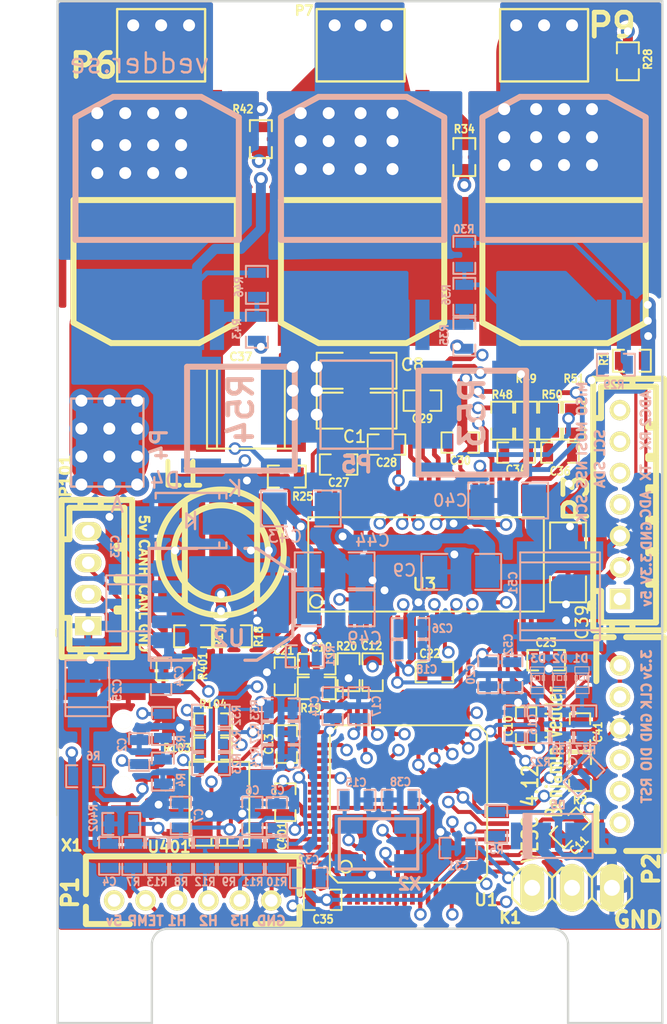
<source format=kicad_pcb>
(kicad_pcb (version 20240108) (generator "pcbnew") (generator_version "8.0")
  (title_block (title "BLDC Driver 4.6") (date "30 Aug 2014") (rev "A") (company "Benjamin Vedder"))
  (layers (0 "F.Cu" signal) (1 "In1.Cu" signal "GND") (2 "In2.Cu" signal "GND2") (31 "B.Cu" signal) (34 "B.Paste" user) (35 "F.Paste" user) (36 "B.SilkS" user "B.Silkscreen") (37 "F.SilkS" user "F.Silkscreen") (38 "B.Mask" user) (39 "F.Mask" user) (44 "Edge.Cuts" user))
  (net 0 "")
  (net 1 "+5V")
  (net 2 "GND")
  (net 3 "NRST")
  (net 4 "/Filters/TEMP_MOTOR")
  (net 5 "Net-(U1-PH0-OSC_IN)")
  (net 6 "Net-(U1-VCAP1)")
  (net 7 "Net-(U1-VCAP2)")
  (net 8 "Net-(U3-GVDD)")
  (net 9 "Net-(U3-COMP)")
  (net 10 "Net-(C21-Pad2)")
  (net 11 "Net-(U3-DVDD)")
  (net 12 "Net-(U3-CP1)")
  (net 13 "Net-(U3-CP2)")
  (net 14 "Net-(U3-AVDD)")
  (net 15 "Net-(U3-BST_BK)")
  (net 16 "Net-(D4-K)")
  (net 17 "Net-(U3-BST_A)")
  (net 18 "Net-(U3-BST_B)")
  (net 19 "Net-(U3-BST_C)")
  (net 20 "Net-(U3-SN1)")
  (net 21 "Net-(U3-SP1)")
  (net 22 "Net-(U3-SP2)")
  (net 23 "Net-(U3-SN2)")
  (net 24 "Net-(U1-PH1-OSC_OUT)")
  (net 25 "Net-(D1-A)")
  (net 26 "Net-(D2-A)")
  (net 27 "Net-(Q1-PadG)")
  (net 28 "Net-(Q2-PadG)")
  (net 29 "Net-(Q3-PadG)")
  (net 30 "Net-(Q4-PadG)")
  (net 31 "Net-(Q5-PadG)")
  (net 32 "Net-(Q6-PadG)")
  (net 33 "Net-(D3-A)")
  (net 34 "Net-(K1-P1)")
  (net 36 "/MISO_RX_SCL")
  (net 37 "Net-(R6-Pad1)")
  (net 38 "SWCLK")
  (net 39 "SWDIO")
  (net 40 "VCC")
  (net 41 "V_SUPPLY")
  (net 42 "/MCU/AN_IN")
  (net 43 "/MCU/SERVO")
  (net 44 "/Mosfet driver/H1_VS")
  (net 45 "/Mosfet driver/H2_VS")
  (net 46 "/Mosfet driver/H3_VS")
  (net 47 "/Mosfet driver/H1_LOW")
  (net 48 "/Mosfet driver/H3_LOW")
  (net 49 "/MCU/SENS1")
  (net 50 "/MCU/SENS2")
  (net 51 "/Mosfet driver/M_H1")
  (net 52 "/Mosfet driver/M_L1")
  (net 53 "/MCU/SENS3")
  (net 54 "/Mosfet driver/M_H2")
  (net 55 "/Mosfet driver/M_L2")
  (net 56 "/Mosfet driver/M_H3")
  (net 57 "/Mosfet driver/M_L3")
  (net 58 "/Mosfet driver/SH1_A")
  (net 59 "/Mosfet driver/SH1_B")
  (net 60 "/Mosfet driver/SH2_A")
  (net 61 "/Mosfet driver/SH2_B")
  (net 62 "/MCU/BR_SO2")
  (net 63 "/MCU/BR_SO1")
  (net 64 "/MCU/DC_CAL")
  (net 65 "/MCU/L3")
  (net 66 "/MCU/L2")
  (net 67 "/MCU/L1")
  (net 68 "/MCU/EN_GATE")
  (net 69 "/MCU/FAULT")
  (net 70 "/MCU/H3")
  (net 71 "/MCU/H2")
  (net 72 "/MCU/H1")
  (net 73 "/MCU/USB_DM")
  (net 74 "/MCU/USB_DP")
  (net 75 "/RX_SCL_MOSI")
  (net 76 "/Filters/HALL3_OUT")
  (net 77 "/Filters/HALL2_OUT")
  (net 78 "/Filters/HALL1_OUT")
  (net 79 "/SCK_ADC_EXT")
  (net 80 "/Filters/HALL1_IN")
  (net 81 "/Filters/HALL2_IN")
  (net 82 "/Filters/HALL3_IN")
  (net 83 "/CAN bus transceiver/CANL")
  (net 84 "/CAN bus transceiver/CANH")
  (net 85 "/MCU/LED_GREEN")
  (net 86 "/MCU/LED_RED")
  (net 87 "Net-(R103-Pad2)")
  (net 88 "Net-(R104-Pad2)")
  (net 89 "/TX_SDA")
  (net 90 "/CAN bus transceiver/CAN_RX")
  (net 91 "/CAN bus transceiver/CAN_TX")
  (net 92 "/MCU/ADC_TEMP")
  (net 93 "Net-(U3-VSENSE)")
  (net 94 "Net-(U3-DTC)")
  (net 95 "Net-(U3-RT_CLK)")
  (net 96 "Net-(U3-BIAS)")
  (net 97 "Net-(U401-Rs)")
  (footprint "w_smd_cap:c_2220" (layer "F.Cu") (at 90.805 105.918)
    (property "Reference" "C37")
    (property "Value" "15u,100V" (hide yes))
  )
  (footprint "CRF1:pinhead-1X03" (layer "F.Cu") (at 111.252 136.398)
    (property "Reference" "K1")
    (property "Value" "SERVO" (hide yes))
  )
  (footprint "CRF1:MICRO_JST_6" (layer "F.Cu") (at 87.1 137.2)
    (property "Reference" "P1")
    (property "Value" "HALL/Encoder" (hide yes))
  )
  (footprint "CRF1:MICRO_JST_6" (layer "F.Cu") (at 114.3 127.254 -90)
    (property "Reference" "P2")
    (property "Value" "SWD" (hide yes))
  )
  (footprint "CRF1:1PAD_4x5mm" (layer "F.Cu") (at 85.09 82.804 90)
    (property "Reference" "P6")
    (property "Value" "MOTOR1" (hide yes))
  )
  (footprint "CRF1:1PAD_4x5mm" (layer "F.Cu") (at 109.474 82.804 90)
    (property "Reference" "P9")
    (property "Value" "MOTOR3" (hide yes))
  )
  (footprint "CRF1:D2PAK-7-GDS" (layer "F.Cu") (at 110.744 91.948 180)
    (property "Reference" "Q1" (hide yes))
    (property "Value" "IRFS7530" (hide yes))
  )
  (footprint "CRF1:D2PAK-7-GDS" (layer "F.Cu") (at 97.917 91.948 180)
    (property "Reference" "Q3" (hide yes))
    (property "Value" "IRFS7530" (hide yes))
  )
  (footprint "CRF1:D2PAK-7-GDS" (layer "F.Cu") (at 84.709 91.948 180)
    (property "Reference" "Q5" (hide yes))
    (property "Value" "IRFS7530" (hide yes))
  )
  (footprint "CRF1:lqfp64_pad_mod" (layer "F.Cu") (at 100.838 131.064)
    (property "Reference" "U1")
    (property "Value" "STM32F40X_LQFP64" (hide yes))
  )
  (footprint "CRF1:TSSOP-56-PP" (layer "F.Cu") (at 101.854 115.824)
    (property "Reference" "U3")
    (property "Value" "DRV8302" (hide yes))
  )
  (footprint "JST conn:b4b-ph-kl" (layer "F.Cu") (at 80.45 116.726 90)
    (property "Reference" "P101")
    (property "Value" "CANBUS" (hide yes))
  )
  (footprint "CRF1:1PAD_4x5mm" (layer "F.Cu") (at 97.79 82.804 90)
    (property "Reference" "P7")
    (property "Value" "MOTOR2" (hide yes))
  )
  (footprint "CRF1:SMD-1206" (layer "F.Cu") (at 97.536 106.045)
    (property "Reference" "C1")
    (property "Value" "10u,50V" (hide yes))
  )
  (footprint "CRF1:SMD-1206" (layer "F.Cu") (at 97.536 103.505)
    (property "Reference" "C8")
    (property "Value" "10u,50V" (hide yes))
  )
  (footprint "CRF1:SMD-0603_c" (layer "F.Cu") (at 108.331 126.111 -90)
    (property "Reference" "C10")
    (property "Value" "2.2u" (hide yes))
  )
  (footprint "CRF1:SMD-0603_c" (layer "F.Cu") (at 111.125 132.588 45)
    (property "Reference" "C11")
    (property "Value" "2.2u" (hide yes))
  )
  (footprint "CRF1:SMD-0603_c" (layer "F.Cu") (at 98.552 122.682 90)
    (property "Reference" "C12")
    (property "Value" "2.2u" (hide yes))
  )
  (footprint "CRF1:SMD-0603_c" (layer "F.Cu") (at 93.091 127.254 90)
    (property "Reference" "C13")
    (property "Value" "2.2u" (hide yes))
  )
  (footprint "CRF1:SMD-0603_c" (layer "F.Cu") (at 94.996 122.174)
    (property "Reference" "C19")
    (property "Value" "120p" (hide yes))
  )
  (footprint "CRF1:SMD-0603_c" (layer "F.Cu") (at 92.964 122.936 -90)
    (property "Reference" "C21")
    (property "Value" "6.8n" (hide yes))
  )
  (footprint "CRF1:SMD-0603_c" (layer "F.Cu") (at 102.489 122.682)
    (property "Reference" "C22")
    (property "Value" "22n" (hide yes))
  )
  (footprint "CRF1:SMD-0603_c" (layer "F.Cu") (at 109.601 121.92 180)
    (property "Reference" "C23")
    (property "Value" "2.2u" (hide yes))
  )
  (footprint "CRF1:SMD-0603_c" (layer "F.Cu") (at 96.393 109.474 180)
    (property "Reference" "C27")
    (property "Value" "100n" (hide yes))
  )
  (footprint "CRF1:SMD-0603_c" (layer "F.Cu") (at 99.441 108.204 180)
    (property "Reference" "C28")
    (property "Value" "220n" (hide yes))
  )
  (footprint "CRF1:SMD-0603_c" (layer "F.Cu") (at 101.727 105.41 180)
    (property "Reference" "C29")
    (property "Value" "220n" (hide yes))
  )
  (footprint "CRF1:SMD-0603_c" (layer "F.Cu") (at 104.14 108.077 180)
    (property "Reference" "C30")
    (property "Value" "220n" (hide yes))
  )
  (footprint "CRF1:SMD-0603_c" (layer "F.Cu") (at 107.696 108.712)
    (property "Reference" "C34")
    (property "Value" "2.2n" (hide yes))
  )
  (footprint "CRF1:SMD-0603_c" (layer "F.Cu") (at 95.377 137.16)
    (property "Reference" "C35")
    (property "Value" "2.2u" (hide yes))
  )
  (footprint "CRF1:SMD-0603_c" (layer "F.Cu") (at 110.49 108.712)
    (property "Reference" "C36")
    (property "Value" "2.2n" (hide yes))
  )
  (footprint "CRF1:SMD-1206" (layer "F.Cu") (at 110.998 115.697 90)
    (property "Reference" "C39")
    (property "Value" "10u,50V" (hide yes))
  )
  (footprint "CRF1:SMD-0603_c" (layer "F.Cu") (at 111.76 126.492 -90)
    (property "Reference" "C41")
    (property "Value" "2.2u" (hide yes))
  )
  (footprint "CRF1:SMD-0603_c" (layer "F.Cu") (at 93 130.95 -90)
    (property "Reference" "C401")
    (property "Value" "2.2u" (hide yes))
  )
  (footprint "CRF1:SMD-0603_r" (layer "F.Cu") (at 115.062 102.87)
    (property "Reference" "R1")
    (property "Value" "NTC 10k" (hide yes))
  )
  (footprint "CRF1:SMD-0603_r" (layer "F.Cu") (at 111.76 129.032 90)
    (property "Reference" "R2")
    (property "Value" "10k" (hide yes))
  )
  (footprint "CRF1:SMD-0603_r" (layer "F.Cu") (at 87.122 120.396)
    (property "Reference" "R17")
    (property "Value" "18k" (hide yes))
  )
  (footprint "CRF1:SMD-0603_r" (layer "F.Cu") (at 89.662 120.396)
    (property "Reference" "R18")
    (property "Value" "3k3" (hide yes))
  )
  (footprint "CRF1:SMD-0603_r" (layer "F.Cu") (at 94.996 123.698)
    (property "Reference" "R19")
    (property "Value" "15k" (hide yes))
  )
  (footprint "CRF1:SMD-0603_r" (layer "F.Cu") (at 97.028 122.682 -90)
    (property "Reference" "R20")
    (property "Value" "10k" (hide yes))
  )
  (footprint "CRF1:SMD-0603_r" (layer "F.Cu") (at 93.091 110.236)
    (property "Reference" "R25")
    (property "Value" "1M" (hide yes))
  )
  (footprint "CRF1:SMD-0603_r" (layer "F.Cu") (at 114.808 83.82 90)
    (property "Reference" "R28")
    (property "Value" "4R7" (hide yes))
  )
  (footprint "CRF1:SMD-0603_r" (layer "F.Cu") (at 104.394 89.916 -90)
    (property "Reference" "R34")
    (property "Value" "4R7" (hide yes))
  )
  (footprint "CRF1:SMD-0603_r" (layer "F.Cu") (at 91.44 88.773 -90)
    (property "Reference" "R42")
    (property "Value" "4R7" (hide yes))
  )
  (footprint "CRF1:SMD-0603_r" (layer "F.Cu") (at 106.807 106.68 -90)
    (property "Reference" "R48")
    (property "Value" "100R" (hide yes))
  )
  (footprint "CRF1:SMD-0603_r" (layer "F.Cu") (at 108.331 106.68 -90)
    (property "Reference" "R49")
    (property "Value" "100R" (hide yes))
  )
  (footprint "CRF1:SMD-0603_r" (layer "F.Cu") (at 109.855 106.68 -90)
    (property "Reference" "R50")
    (property "Value" "100R" (hide yes))
  )
  (footprint "CRF1:SMD-0603_r" (layer "F.Cu") (at 111.379 106.68 -90)
    (property "Reference" "R51")
    (property "Value" "100R" (hide yes))
  )
  (footprint "CRF1:SMD-0603_r" (layer "F.Cu") (at 88.4 127.55 180)
    (property "Reference" "R103")
    (property "Value" "22R" (hide yes))
  )
  (footprint "CRF1:SMD-0603_r" (layer "F.Cu") (at 88.4 126 180)
    (property "Reference" "R104")
    (property "Value" "22R" (hide yes))
  )
  (footprint "CRF1:SMD-0603_r" (layer "F.Cu") (at 86 122.5 180)
    (property "Reference" "R401")
    (property "Value" "NI" (hide yes))
  )
  (footprint "CRF1:SOIC-8-W" (layer "F.Cu") (at 88.8 131.05 90)
    (property "Reference" "U401")
    (property "Value" "SN65HVD232" (hide yes))
  )
  (footprint "CRF1:USB-UX60R-MB-5ST" (layer "F.Cu") (at 82.7 127.8 -90)
    (property "Reference" "X1")
    (property "Value" "MINI-USB-SHIELD-32005-201" (hide yes))
  )
  (footprint "CRF1:b7b-ph-kl" (layer "F.Cu") (at 114.3 112.014 90)
    (property "Reference" "P3")
    (property "Value" "PWR_COMM" (hide yes))
  )
  (footprint "w_smd_inductors:inductor_smd_8x5mm" (layer "F.Cu") (at 88.9 115.062 180)
    (property "Reference" "L1")
    (property "Value" "22u" (hide yes))
  )
  (footprint "w_smd_cap:c_tant_B" (layer "B.Cu") (at 80.391 123.698 -90)
    (property "Reference" "C25")
    (property "Value" "100u" (hide yes))
  )
  (footprint "w_smd_cap:c_tant_B" (layer "B.Cu") (at 83 118.3 90)
    (property "Reference" "C33")
    (property "Value" "100u" (hide yes))
  )
  (footprint "w_smd_cap:c_2220" (layer "B.Cu") (at 110.49 117.856 -90)
    (property "Reference" "C51")
    (property "Value" "15u, 100v" (hide yes))
  )
  (footprint "LEDs:LED-0603" (layer "B.Cu") (at 111.887 123.19 90)
    (property "Reference" "D1")
    (property "Value" "GREEN" (hide yes))
  )
  (footprint "LEDs:LED-0603" (layer "B.Cu") (at 110.45 123.2 90)
    (property "Reference" "D2")
    (property "Value" "RED" (hide yes))
  )
  (footprint "LEDs:LED-0603" (layer "B.Cu") (at 109.05 123.2 90)
    (property "Reference" "D3")
    (property "Value" "LED" (hide yes))
  )
  (footprint "CRF1:1PAD_4x5mm" (layer "B.Cu") (at 81.661 108.077)
    (property "Reference" "P4")
    (property "Value" "IN+" (hide yes))
  )
  (footprint "CRF1:1PAD_4x5mm" (layer "B.Cu") (at 97.536 105.664)
    (property "Reference" "P5")
    (property "Value" "IN-" (hide yes))
  )
  (footprint "CRF1:WSLP2726" (layer "B.Cu") (at 104.902 108.712)
    (property "Reference" "R53")
    (property "Value" "SHUNT" (hide yes))
  )
  (footprint "CRF1:Crystal_5x3mm" (layer "B.Cu") (at 98.933 133.604)
    (property "Reference" "X2")
    (property "Value" "8MHz 10ppm" (hide yes))
  )
  (footprint "CRF1:WSLP2726" (layer "B.Cu") (at 90.17 108.458)
    (property "Reference" "R54")
    (property "Value" "SHUNT" (hide yes))
  )
  (footprint "w_smd_diode:do214ac" (layer "B.Cu") (at 110.363 133.096 180)
    (property "Reference" "D5")
    (property "Value" "TVS 5V" (hide yes))
  )
  (footprint "CRF1:D2PAK-7-GDS" (layer "B.Cu") (at 84.836 95.885 180)
    (property "Reference" "Q6" (hide yes))
    (property "Value" "IRFS7530" (hide yes))
  )
  (footprint "CRF1:D2PAK-7-GDS" (layer "B.Cu") (at 110.744 95.885 180)
    (property "Reference" "Q2" (hide yes))
    (property "Value" "IRFS7530" (hide yes))
  )
  (footprint "CRF1:D2PAK-7-GDS" (layer "B.Cu") (at 97.917 95.885 180)
    (property "Reference" "Q4" (hide yes))
    (property "Value" "IRFS7530" (hide yes))
  )
  (footprint "CRF1:SMD-0603_c" (layer "B.Cu") (at 83.693 127.762 -90)
    (property "Reference" "C2")
    (property "Value" "100n" (hide yes))
  )
  (footprint "CRF1:SMD-0603_c" (layer "B.Cu") (at 112.014 129.286 -135)
    (property "Reference" "C3")
    (property "Value" "100n" (hide yes))
  )
  (footprint "CRF1:SMD-0603_c" (layer "B.Cu") (at 81.788 134.366 -90)
    (property "Reference" "C4")
    (property "Value" "4n7" (hide yes))
  )
  (footprint "CRF1:SMD-0603_c" (layer "B.Cu") (at 92.456 131.826 90)
    (property "Reference" "C5")
    (property "Value" "4n7" (hide yes))
  )
  (footprint "CRF1:SMD-0603_c" (layer "B.Cu") (at 90.9 131.8 90)
    (property "Reference" "C6")
    (property "Value" "4n7" (hide yes))
  )
  (footprint "CRF1:SMD-0603_c" (layer "B.Cu") (at 86.35 131.8 90)
    (property "Reference" "C7")
    (property "Value" "4n7" (hide yes))
  )
  (footprint "CRF1:SMD-1206" (layer "B.Cu") (at 104.2 116.3)
    (property "Reference" "C9")
    (property "Value" "10u,50V" (hide yes))
  )
  (footprint "CRF1:SMD-0603_c" (layer "B.Cu") (at 96.012 124.841 -90)
    (property "Reference" "C14")
    (property "Value" "2.2u" (hide yes))
  )
  (footprint "CRF1:SMD-0603_c" (layer "B.Cu") (at 97.536 130.81)
    (property "Reference" "C15")
    (property "Value" "15p" (hide yes))
  )
  (footprint "CRF1:SMD-0603_c" (layer "B.Cu") (at 107.6 126 90)
    (property "Reference" "C16")
    (property "Value" "2.2u" (hide yes))
  )
  (footprint "CRF1:SMD-0603_c" (layer "B.Cu") (at 97.663 124.841 90)
    (property "Reference" "C17")
    (property "Value" "2.2u" (hide yes))
  )
  (footprint "CRF1:SMD-0603_c" (layer "B.Cu") (at 100.965 121.285)
    (property "Reference" "C18")
    (property "Value" "2.2u" (hide yes))
  )
  (footprint "CRF1:SMD-0603_c" (layer "B.Cu") (at 105.918 122.809 90)
    (property "Reference" "C20")
    (property "Value" "2.2u" (hide yes))
  )
  (footprint "CRF1:SMD-0603_c" (layer "B.Cu") (at 85.09 122.936 90)
    (property "Reference" "C24")
    (property "Value" "2.2u" (hide yes))
  )
  (footprint "CRF1:SMD-0603_c" (layer "B.Cu") (at 104.013 133.858)
    (property "Reference" "C31")
    (property "Value" "2.2u" (hide yes))
  )
  (footprint "CRF1:SMD-0603_c" (layer "B.Cu") (at 94.488 135.763 180)
    (property "Reference" "C32")
    (property "Value" "100n" (hide yes))
  )
  (footprint "CRF1:SMD-0603_c" (layer "B.Cu") (at 100.33 130.81 180)
    (property "Reference" "C38")
    (property "Value" "15p" (hide yes))
  )
  (footprint "CRF1:SMD-1206" (layer "B.Cu") (at 107.188 111.76)
    (property "Reference" "C40")
    (property "Value" "10u,50V" (hide yes))
  )
  (footprint "CRF1:SMD-1206" (layer "B.Cu") (at 93.98 112.268)
    (property "Reference" "C43")
    (property "Value" "10u,50V" (hide yes))
  )
  (footprint "CRF1:SMD-1206" (layer "B.Cu") (at 96.139 116.205)
    (property "Reference" "C44")
    (property "Value" "10u,50V" (hide yes))
  )
  (footprint "CRF1:SMD-1206" (layer "B.Cu") (at 96.139 118.618)
    (property "Reference" "C49")
    (property "Value" "10u,50V" (hide yes))
  )
  (footprint "CRF1:SMD-0603_c" (layer "B.Cu") (at 107.442 122.809 90)
    (property "Reference" "C52")
    (property "Value" "2.2u" (hide yes))
  )
  (footprint "CRF1:SMD-0603_r" (layer "B.Cu") (at 85.2 126.1 -90)
    (property "Reference" "R3")
    (property "Value" "39k" (hide yes))
  )
  (footprint "CRF1:SMD-0603_r" (layer "B.Cu") (at 85.2 129 90)
    (property "Reference" "R4")
    (property "Value" "2k2" (hide yes))
  )
  (footprint "CRF1:SMD-0603_r" (layer "B.Cu") (at 106.426 132.334 -90)
    (property "Reference" "R5")
    (property "Value" "2k2" (hide yes))
  )
  (footprint "CRF1:SMD-0603_r" (layer "B.Cu") (at 80.25 129.3 180)
    (property "Reference" "R6")
    (property "Value" "0R" (hide yes))
  )
  (footprint "CRF1:SMD-0603_r" (layer "B.Cu") (at 83.312 134.366 90)
    (property "Reference" "R7")
    (property "Value" "10k" (hide yes))
  )
  (footprint "CRF1:SMD-0603_r" (layer "B.Cu") (at 86.36 134.366 90)
    (property "Reference" "R8")
    (property "Value" "10k" (hide yes))
  )
  (footprint "CRF1:SMD-0603_r" (layer "B.Cu") (at 89.408 134.366 90)
    (property "Reference" "R9")
    (property "Value" "10k" (hide yes))
  )
  (footprint "CRF1:SMD-0603_r" (layer "B.Cu") (at 92.456 134.366 90)
    (property "Reference" "R10")
    (property "Value" "10k" (hide yes))
  )
  (footprint "CRF1:SMD-0603_r" (layer "B.Cu") (at 90.932 134.366 90)
    (property "Reference" "R11")
    (property "Value" "2k2" (hide yes))
  )
  (footprint "CRF1:SMD-0603_r" (layer "B.Cu") (at 87.884 134.366 90)
    (property "Reference" "R12")
    (property "Value" "2k2" (hide yes))
  )
  (footprint "CRF1:SMD-0603_r" (layer "B.Cu") (at 84.836 134.366 90)
    (property "Reference" "R13")
    (property "Value" "2k2" (hide yes))
  )
  (footprint "CRF1:SMD-0603_r" (layer "B.Cu") (at 94.234 121.666)
    (property "Reference" "R21")
    (property "Value" "220k" (hide yes))
  )
  (footprint "CRF1:SMD-0603_r" (layer "B.Cu") (at 109.1 126 -90)
    (property "Reference" "R22")
    (property "Value" "2k2" (hide yes))
  )
  (footprint "CRF1:SMD-0603_r" (layer "B.Cu") (at 88.265 128.524)
    (property "Reference" "R23")
    (property "Value" "39k" (hide yes))
  )
  (footprint "CRF1:SMD-0603_r" (layer "B.Cu") (at 92.7 128.05 180)
    (property "Reference" "R24")
    (property "Value" "2k2" (hide yes))
  )
  (footprint "CRF1:SMD-0603_r" (layer "B.Cu") (at 88.265 127)
    (property "Reference" "R26")
    (property "Value" "39k" (hide yes))
  )
  (footprint "CRF1:SMD-0603_r" (layer "B.Cu") (at 92.7 126.55 180)
    (property "Reference" "R27")
    (property "Value" "2k2" (hide yes))
  )
  (footprint "CRF1:SMD-0603_r" (layer "B.Cu") (at 114.046 103.124 180)
    (property "Reference" "R29")
    (property "Value" "4R7" (hide yes))
  )
  (footprint "CRF1:SMD-0603_r" (layer "B.Cu") (at 104.394 96.139 90)
    (property "Reference" "R30")
    (property "Value" "39k" (hide yes))
  )
  (footprint "CRF1:SMD-0603_r" (layer "B.Cu") (at 88.25 125.45)
    (property "Reference" "R32")
    (property "Value" "39k" (hide yes))
  )
  (footprint "CRF1:SMD-0603_r" (layer "B.Cu") (at 92.7 125.05 180)
    (property "Reference" "R33")
    (property "Value" "2k2" (hide yes))
  )
  (footprint "CRF1:SMD-0603_r" (layer "B.Cu") (at 104.394 101.346 -90)
    (property "Reference" "R35")
    (property "Value" "4R7" (hide yes))
  )
  (footprint "CRF1:SMD-0603_r" (layer "B.Cu") (at 104.394 98.806 -90)
    (property "Reference" "R36")
    (property "Value" "39k" (hide yes))
  )
  (footprint "CRF1:SMD-0603_r" (layer "B.Cu") (at 112.1 126 -90)
    (property "Reference" "R37")
    (property "Value" "100R" (hide yes))
  )
  (footprint "CRF1:SMD-0603_r" (layer "B.Cu") (at 110.6 126 -90)
    (property "Reference" "R38")
    (property "Value" "100R" (hide yes))
  )
  (footprint "CRF1:SMD-0603_r" (layer "B.Cu") (at 91.186 100.838 -90)
    (property "Reference" "R43")
    (property "Value" "4R7" (hide yes))
  )
  (footprint "CRF1:SMD-0603_r" (layer "B.Cu") (at 91.186 98.044 -90)
    (property "Reference" "R46")
    (property "Value" "39k" (hide yes))
  )
  (footprint "CRF1:SMD-0603_r" (layer "B.Cu") (at 82.55 132.334 180)
    (property "Reference" "R402")
    (property "Value" "10k" (hide yes))
  )
  (footprint "CRF1:SOT-223" (layer "B.Cu") (at 88.9 118.364 90)
    (property "Reference" "U2")
    (property "Value" "TC2117" (hide yes))
  )
  (footprint "Diodes_SMD:SMA_Handsoldering" (layer "B.Cu") (at 86.995 113.03 180)
    (property "Reference" "D4")
    (property "Value" "DIODESCH")
  )
  (footprint "CRF1:SMD-0603_c" (layer "B.Cu") (at 100.965 119.888)
    (property "Reference" "C26")
    (property "Value" "2.2u" (hide yes))
  )
  (gr_line (start 117 80) (end 117 145) (stroke (width 0.15)) (layer "Edge.Cuts"))
  (gr_line (start 111 140) (end 111 145) (stroke (width 0.15)) (layer "Edge.Cuts"))
  (gr_line (start 84.5 145) (end 78.5 145) (stroke (width 0.15)) (layer "Edge.Cuts"))
  (gr_line (start 85.5 139) (end 110 139) (stroke (width 0.15)) (layer "Edge.Cuts"))
  (gr_line (start 111 145) (end 117 145) (stroke (width 0.15)) (layer "Edge.Cuts"))
  (gr_arc (start 110 139) (mid 110.707107 139.292893) (end 111 140) (stroke (width 0.15)) (layer "Edge.Cuts"))
  (gr_line (start 84.5 140) (end 84.5 145) (stroke (width 0.15)) (layer "Edge.Cuts"))
  (gr_line (start 117 80) (end 78.5 80) (stroke (width 0.15)) (layer "Edge.Cuts"))
  (gr_line (start 78.5 145) (end 78.5 80) (stroke (width 0.15)) (layer "Edge.Cuts"))
  (gr_arc (start 84.5 140) (mid 84.792893 139.292893) (end 85.5 139) (stroke (width 0.15)) (layer "Edge.Cuts"))
  (gr_text "MISO" (at 111.887 105.283 90) (layer "B.SilkS") (effects (font (size 0.6 0.6)) (justify mirror)))
  (gr_text "MOSI" (at 111.887 107.823 90) (layer "B.SilkS") (effects (font (size 0.6 0.6)) (justify mirror)))
  (gr_text "SCK" (at 111.887 112.268 90) (layer "B.SilkS") (effects (font (size 0.6 0.6)) (justify mirror)))
  (gr_text "NSS" (at 111.887 110.109 90) (layer "B.SilkS") (effects (font (size 0.6 0.6)) (justify mirror)))
  (gr_text "GND" (at 116 126.2 90) (layer "B.SilkS") (effects (font (size 0.6 0.6)) (justify mirror)))
  (gr_text "vedder.se" (at 83.693 83.947 0) (layer "B.SilkS") (effects (font (size 1.27 1.27) (thickness 0.1524)) (justify mirror)))
  (gr_text "H3" (at 90.1 138.5 0) (layer "B.SilkS") (effects (font (size 0.6 0.6)) (justify mirror)))
  (gr_text "5v" (at 82.1 138.5 0) (layer "B.SilkS") (effects (font (size 0.6 0.6)) (justify mirror)))
  (gr_text "H1" (at 86.1 138.5 0) (layer "B.SilkS") (effects (font (size 0.6 0.6)) (justify mirror)))
  (gr_text "H2" (at 88.1 138.5 0) (layer "B.SilkS") (effects (font (size 0.6 0.6)) (justify mirror)))
  (gr_text "TX" (at 115.951 109.982 90) (layer "B.SilkS") (effects (font (size 0.6 0.6)) (justify mirror)))
  (gr_text "RST" (at 116 130.2 90) (layer "B.SilkS") (effects (font (size 0.6 0.6)) (justify mirror)))
  (gr_text "ADC2" (at 115.951 105.918 90) (layer "B.SilkS") (effects (font (size 0.6 0.6)) (justify mirror)))
  (gr_text "TEMP" (at 84.1 138.5 0) (layer "B.SilkS") (effects (font (size 0.6 0.6)) (justify mirror)))
  (gr_text "5v" (at 116 118 90) (layer "B.SilkS") (effects (font (size 0.6 0.6)) (justify mirror)))
  (gr_text "GND" (at 116 114 90) (layer "B.SilkS") (effects (font (size 0.6 0.6)) (justify mirror)))
  (gr_text "SDA" (at 113.03 110.109 90) (layer "B.SilkS") (effects (font (size 0.6 0.6)) (justify mirror)))
  (gr_text "ADC" (at 115.951 112.014 90) (layer "B.SilkS") (effects (font (size 0.6 0.6)) (justify mirror)))
  (gr_text "CLK" (at 116 124.2 90) (layer "B.SilkS") (effects (font (size 0.6 0.6)) (justify mirror)))
  (gr_text "SCL" (at 113.03 108.077 90) (layer "B.SilkS") (effects (font (size 0.6 0.6)) (justify mirror)))
  (gr_text "DIO" (at 116 128.2 90) (layer "B.SilkS") (effects (font (size 0.6 0.6)) (justify mirror)))
  (gr_text "3.3v" (at 116 122.2 90) (layer "B.SilkS") (effects (font (size 0.6 0.6)) (justify mirror)))
  (gr_text "RX" (at 115.951 107.95 90) (layer "B.SilkS") (effects (font (size 0.6 0.6)) (justify mirror)))
  (gr_text "3.3V" (at 116 116.1 90) (layer "B.SilkS") (effects (font (size 0.6 0.6)) (justify mirror)))
  (gr_text "GND" (at 92.1 138.5 0) (layer "B.SilkS") (effects (font (size 0.6 0.6)) (justify mirror)))
  (gr_text "Benjamin Vedder" (at 110.109 127.762 90) (layer "F.SilkS") (effects (font (size 1 0.6604))))
  (gr_text "CANL" (at 84 118.2 270) (layer "F.SilkS") (effects (font (size 0.6 0.6))))
  (gr_text "GND" (at 115.45 138.426 0) (layer "F.SilkS") (effects (font (size 1 1) (thickness 0.25))))
  (gr_text "VESC 4.12" (at 108.585 131.699 90) (layer "F.SilkS") (effects (font (size 1 0.8))))
  (gr_text "5v" (at 84 113.2 270) (layer "F.SilkS") (effects (font (size 0.6 0.6))))
  (gr_text "CANH" (at 84 115.4 270) (layer "F.SilkS") (effects (font (size 0.6 0.6))))
  (gr_text "GND" (at 84 120.5 270) (layer "F.SilkS") (effects (font (size 0.6 0.6))))
  (segment (start 85.979 114.935) (end 86.106 115.062) (width 0.635) (layer "F.Cu") (net 1))
  (segment (start 86.106 115.062) (end 86.40064 115.062) (width 0.635) (layer "F.Cu") (net 1))
  (segment (start 88.9 118.8) (end 88.9 117.729) (width 0.635) (layer "F.Cu") (net 1))
  (segment (start 86.40064 115.062) (end 86.40064 116.40064) (width 1.27) (layer "F.Cu") (net 1))
  (segment (start 86.40064 115.062) (end 86.40064 120.35536) (width 1.27) (layer "F.Cu") (net 1))
  (segment (start 86.40064 115.22964) (end 88.9 117.729) (width 1.27) (layer "F.Cu") (net 1))
  (segment (start 86.40064 120.35536) (end 86.36 120.396) (width 1.27) (layer "F.Cu") (net 1))
  (segment (start 86.40064 115.062) (end 86.40064 115.22964) (width 1.27) (layer "F.Cu") (net 1))
  (via (at 79.4 127.8) (size 0.8) (drill 0.5) (layers "F.Cu" "B.Cu") (net 1))
  (via (at 88.9 118.8) (size 0.8) (drill 0.5) (layers "F.Cu" "B.Cu") (net 1))
  (via (at 88.9 117.729) (size 0.8) (drill 0.5) (layers "F.Cu" "B.Cu") (net 1))
  (via (at 85.979 114.935) (size 0.8) (drill 0.5) (layers "F.Cu" "B.Cu") (net 1))
  (segment (start 85.598 115.316) (end 85.979 114.935) (width 0.635) (layer "B.Cu") (net 1))
  (segment (start 79.45 129.262) (end 79.4 127.8) (width 0.508) (layer "B.Cu") (net 1))
  (segment (start 83.698 116.078) (end 83 116.776) (width 0.635) (layer "B.Cu") (net 1))
  (segment (start 80.92626 113.72626) (end 83 115.8) (width 0.635) (layer "B.Cu") (net 1))
  (segment (start 83 115.8) (end 83 116.776) (width 0.635) (layer "B.Cu") (net 1))
  (segment (start 108.63326 133.27126) (end 111.252 135.89) (width 0.635) (layer "B.Cu") (net 1))
  (segment (start 111.252 135.89) (end 111.252 136.398) (width 0.635) (layer "B.Cu") (net 1))
  (segment (start 85.598 116.078) (end 85.598 115.316) (width 0.635) (layer "B.Cu") (net 1))
  (segment (start 85.598 116.078) (end 82.922 116.078) (width 0.635) (layer "B.Cu") (net 1))
  (segment (start 85.598 116.078) (end 84.709 116.078) (width 0.635) (layer "B.Cu") (net 1))
  (segment (start 79.488 129.3) (end 79.45 129.262) (width 0.508) (layer "B.Cu") (net 1))
  (segment (start 80.45 113.72626) (end 80.92626 113.72626) (width 0.635) (layer "B.Cu") (net 1))
  (segment (start 108.63326 133.096) (end 108.63326 133.27126) (width 0.635) (layer "B.Cu") (net 1))
  (segment (start 85.598 116.078) (end 83.698 116.078) (width 0.635) (layer "B.Cu") (net 1))
  (segment (start 108.65612 118.16588) (end 109.474 117.348) (width 0.3048) (layer "F.Cu") (net 2))
  (segment (start 109.474 117.348) (end 110.998 117.348) (width 0.3048) (layer "F.Cu") (net 2))
  (segment (start 98.552 116.84) (end 99.568 115.824) (width 0.635) (layer "F.Cu") (net 2))
  (segment (start 99.568 115.824) (end 101.854 115.824) (width 0.635) (layer "F.Cu") (net 2))
  (segment (start 108.204 115.824) (end 109.728 117.348) (width 0.635) (layer "F.Cu") (net 2))
  (segment (start 109.728 117.348) (end 110.998 117.348) (width 0.635) (layer "F.Cu") (net 2))
  (segment (start 98.65614 118.64086) (end 98.933 118.364) (width 0.254) (layer "F.Cu") (net 2))
  (segment (start 98.933 118.364) (end 99.314 118.364) (width 0.254) (layer "F.Cu") (net 2))
  (segment (start 99.314 118.364) (end 99.6569 118.7069) (width 0.254) (layer "F.Cu") (net 2))
  (segment (start 99.6569 118.7069) (end 99.6569 119.8245) (width 0.254) (layer "F.Cu") (net 2))
  (segment (start 110.5535 121.72188) (end 108.65612 119.8245) (width 0.254) (layer "F.Cu") (net 2))
  (segment (start 98.933 123.444) (end 99.6569 122.7201) (width 0.254) (layer "F.Cu") (net 2))
  (segment (start 99.6569 122.7201) (end 99.6569 119.8245) (width 0.254) (layer "F.Cu") (net 2))
  (segment (start 98.552 116.84) (end 101.854 115.824) (width 0.254) (layer "F.Cu") (net 2))
  (segment (start 98.298 115.824) (end 97.536 116.586) (width 0.635) (layer "F.Cu") (net 2))
  (segment (start 95.885 116.586) (end 92.075 120.396) (width 0.635) (layer "F.Cu") (net 2))
  (segment (start 92.075 120.396) (end 90.424 120.396) (width 0.635) (layer "F.Cu") (net 2))
  (segment (start 97.028 123.063) (end 97.028 123.444) (width 0.254) (layer "F.Cu") (net 2))
  (segment (start 100.965 115.824) (end 99.314 117.475) (width 0.254) (layer "F.Cu") (net 2))
  (segment (start 101.473 115.824) (end 98.933 118.364) (width 0.254) (layer "F.Cu") (net 2))
  (segment (start 103.8098 134.3152) (end 102.58806 135.53694) (width 0.254) (layer "F.Cu") (net 2))
  (segment (start 102.58806 135.53694) (end 102.58806 136.81456) (width 0.254) (layer "F.Cu") (net 2))
  (segment (start 104.267 134.3152) (end 103.8098 134.3152) (width 0.254) (layer "F.Cu") (net 2))
  (segment (start 95.98406 132.81406) (end 96.139 132.969) (width 0.254) (layer "F.Cu") (net 2))
  (segment (start 96.139 132.969) (end 96.139 134.239) (width 0.254) (layer "F.Cu") (net 2))
  (segment (start 96.139 134.239) (end 96.0628 134.3152) (width 0.254) (layer "F.Cu") (net 2))
  (segment (start 96.0628 134.3152) (end 95.08744 134.3152) (width 0.254) (layer "F.Cu") (net 2))
  (segment (start 93.2688 134.3152) (end 92.12326 135.46074) (width 0.254) (layer "F.Cu") (net 2))
  (segment (start 114.18824 114.03076) (end 110.998 117.221) (width 0.635) (layer "F.Cu") (net 2))
  (segment (start 110.998 117.221) (end 110.998 117.348) (width 0.635) (layer "F.Cu") (net 2))
  (segment (start 110.871 119.38) (end 110.871 118.364) (width 1.016) (layer "F.Cu") (net 2))
  (segment (start 110.871 117.475) (end 110.998 117.348) (width 1.016) (layer "F.Cu") (net 2))
  (segment (start 91.6133 131.7633) (end 91.5 131.65) (width 0.254) (layer "F.Cu") (net 2))
  (segment (start 92.973 131.685) (end 93 131.712) (width 0.254) (layer "F.Cu") (net 2))
  (segment (start 93.091 128.323291) (end 93.321003 128.553294) (width 0.254) (layer "F.Cu") (net 2))
  (segment (start 80.6 122.775) (end 80.6 121.9) (width 1.27) (layer "F.Cu") (net 2))
  (segment (start 80.45 121.75) (end 80.6 121.9) (width 0.508) (layer "F.Cu") (net 2))
  (segment (start 82.8 123.45) (end 83 123.25) (width 0.508) (layer "F.Cu") (net 2))
  (segment (start 82.8 132.15) (end 83 132.35) (width 0.508) (layer "F.Cu") (net 2))
  (segment (start 79.925 130.514) (end 80.518 129.921) (width 0.3048) (layer "F.Cu") (net 2))
  (segment (start 80.518 129.921) (end 80.518 124.043) (width 0.3048) (layer "F.Cu") (net 2))
  (segment (start 80.518 124.043) (end 79.925 123.45) (width 0.3048) (layer "F.Cu") (net 2))
  (segment (start 88.138 133.223) (end 87.249 134.112) (width 0.3048) (layer "F.Cu") (net 2))
  (segment (start 87.249 134.112) (end 84.762 134.112) (width 0.3048) (layer "F.Cu") (net 2))
  (segment (start 84.762 134.112) (end 83 132.35) (width 0.3048) (layer "F.Cu") (net 2))
  (segment (start 84.493 126.2) (end 85.09 125.603) (width 0.3048) (layer "F.Cu") (net 2))
  (segment (start 85.09 125.603) (end 85.09 124.46) (width 0.3048) (layer "F.Cu") (net 2))
  (segment (start 85.09 124.46) (end 83.88 123.25) (width 0.3048) (layer "F.Cu") (net 2))
  (segment (start 83.88 123.25) (end 83 123.25) (width 0.3048) (layer "F.Cu") (net 2))
  (segment (start 97.241312 134.3152) (end 98.51263 135.586518) (width 0.254) (layer "F.Cu") (net 2))
  (segment (start 92.12326 135.68426) (end 92.71 136.271) (width 0.254) (layer "F.Cu") (net 2))
  (segment (start 92.71 136.271) (end 93.726 136.271) (width 0.254) (layer "F.Cu") (net 2))
  (segment (start 93.726 136.271) (end 94.615 137.16) (width 0.254) (layer "F.Cu") (net 2))
  (segment (start 92.12326 137.178) (end 92.10126 137.2) (width 0.254) (layer "F.Cu") (net 2))
  (segment (start 114.03076 126.25324) (end 113.03 127.254) (width 0.254) (layer "F.Cu") (net 2))
  (segment (start 113.03 127.254) (end 111.76 127.254) (width 0.254) (layer "F.Cu") (net 2))
  (segment (start 94.996 104.775) (end 95.758 105.029) (width 0.2032) (layer "F.Cu") (net 2))
  (segment (start 95.758 105.029) (end 95.758 104.902) (width 0.2032) (layer "F.Cu") (net 2))
  (segment (start 94.39656 104.902) (end 93.38056 105.283) (width 1.016) (layer "F.Cu") (net 2))
  (segment (start 93.38056 104.86644) (end 94.996 103.251) (width 1.016) (layer "F.Cu") (net 2))
  (segment (start 94.996 103.251) (end 95.758 104.902) (width 1.016) (layer "F.Cu") (net 2))
  (segment (start 95.631 106.172) (end 94.996 104.775) (width 1.27) (layer "F.Cu") (net 2))
  (segment (start 93.472 106.299) (end 93.38056 106.20756) (width 1.27) (layer "F.Cu") (net 2))
  (segment (start 93.38056 106.20756) (end 93.38056 105.918) (width 1.27) (layer "F.Cu") (net 2))
  (segment (start 94.996 106.299) (end 95.123 106.172) (width 1.27) (layer "F.Cu") (net 2))
  (segment (start 95.123 106.172) (end 95.631 106.172) (width 1.27) (layer "F.Cu") (net 2))
  (segment (start 95.631 106.172) (end 95.885 106.045) (width 1.27) (layer "F.Cu") (net 2))
  (segment (start 107.8738 134.3152) (end 109.062185 133.126815) (width 0.254) (layer "F.Cu") (net 2))
  (segment (start 79.925 132.15) (end 82.8 132.15) (width 0.508) (layer "F.Cu") (net 2))
  (segment (start 104.267 134.3152) (end 104.267 134.239) (width 0.254) (layer "F.Cu") (net 2))
  (segment (start 111.76 127.254) (end 111.76 128.27) (width 0.254) (layer "F.Cu") (net 2))
  (segment (start 96.0628 134.3152) (end 97.241312 134.3152) (width 0.254) (layer "F.Cu") (net 2))
  (segment (start 97.536 116.586) (end 95.885 116.586) (width 0.635) (layer "F.Cu") (net 2))
  (segment (start 96.139 132.969) (end 97.155 131.953) (width 0.254) (layer "F.Cu") (net 2))
  (segment (start 92.1385 122.174) (end 91.823218 122.489282) (width 0.254) (layer "F.Cu") (net 2))
  (segment (start 79.925 123.45) (end 82.8 123.45) (width 0.508) (layer "F.Cu") (net 2))
  (segment (start 95.08744 134.3152) (end 93.2688 134.3152) (width 0.254) (layer "F.Cu") (net 2))
  (segment (start 93.091 128.016) (end 93.091 128.323291) (width 0.254) (layer "F.Cu") (net 2))
  (segment (start 110.5535 121.92) (end 110.318353 121.92) (width 0.508) (layer "F.Cu") (net 2))
  (segment (start 98.65614 119.8245) (end 98.65614 118.64086) (width 0.254) (layer "F.Cu") (net 2))
  (segment (start 110.871 117.475) (end 110.871 118.364) (width 1.016) (layer "F.Cu") (net 2))
  (segment (start 93.839986 104.78768) (end 93.472 104.775) (width 1.27) (layer "F.Cu") (net 2))
  (segment (start 108.65612 119.8245) (end 108.65612 118.16588) (width 0.3048) (layer "F.Cu") (net 2))
  (segment (start 104.267 134.239) (end 103.269999 133.241999) (width 0.254) (layer "F.Cu") (net 2))
  (segment (start 103.6574 113.169653) (end 103.709331 113.221584) (width 0.3048) (layer "F.Cu") (net 2))
  (segment (start 79.925 132.15) (end 79.925 131.675) (width 0.508) (layer "F.Cu") (net 2))
  (segment (start 97.028 123.444) (end 98.552 123.444) (width 0.254) (layer "F.Cu") (net 2))
  (segment (start 101.854 115.824) (end 108.204 115.824) (width 0.635) (layer "F.Cu") (net 2))
  (segment (start 95.885 106.045) (end 95.631 106.172) (width 1.27) (layer "F.Cu") (net 2))
  (segment (start 95.885 103.505) (end 95.885 106.045) (width 1.27) (layer "F.Cu") (net 2))
  (segment (start 101.473 116.205) (end 101.854 115.824) (width 0.3048) (layer "F.Cu") (net 2))
  (segment (start 101.473 118.237) (end 101.473 116.205) (width 0.3048) (layer "F.Cu") (net 2))
  (segment (start 101.854 115.824) (end 100.965 115.824) (width 0.254) (layer "F.Cu") (net 2))
  (segment (start 103.269999 133.241999) (end 102.87 132.842) (width 0.254) (layer "F.Cu") (net 2))
  (segment (start 79.925 123.45) (end 80.6 122.775) (width 1.27) (layer "F.Cu") (net 2))
  (segment (start 92.964 122.174) (end 94.234 122.174) (width 0.254) (layer "F.Cu") (net 2))
  (segment (start 90.424 120.396) (end 90.424 119.888) (width 0.635) (layer "F.Cu") (net 2))
  (segment (start 108.331 124.7775) (end 108.170506 124.617006) (width 0.254) (layer "F.Cu") (net 2))
  (segment (start 84.1 126.2) (end 86.3 126.2) (width 0.254) (layer "F.Cu") (net 2))
  (segment (start 98.552 123.444) (end 98.933 123.444) (width 0.254) (layer "F.Cu") (net 2))
  (segment (start 92.329 110.236) (end 91.6051 110.236) (width 0.4064) (layer "F.Cu") (net 2))
  (segment (start 92.12326 135.68426) (end 92.12326 137.178) (width 0.254) (layer "F.Cu") (net 2))
  (segment (start 110.318353 121.92) (end 109.782385 122.455968) (width 0.508) (layer "F.Cu") (net 2))
  (segment (start 80.45 119.72828) (end 80.45 121.75) (width 0.508) (layer "F.Cu") (net 2))
  (segment (start 110.037172 133.126815) (end 110.586185 133.126815) (width 0.254) (layer "F.Cu") (net 2))
  (segment (start 97.155 131.953) (end 101.981 131.953) (width 0.254) (layer "F.Cu") (net 2))
  (segment (start 114.3 126.25324) (end 114.03076 126.25324) (width 0.254) (layer "F.Cu") (net 2))
  (segment (start 101.981 131.953) (end 102.470001 132.442001) (width 0.254) (layer "F.Cu") (net 2))
  (segment (start 114.3 126.25324) (end 114.3 126.492) (width 0.254) (layer "F.Cu") (net 2))
  (segment (start 88.138 131.699) (end 88.138 133.223) (width 0.3048) (layer "F.Cu") (net 2))
  (segment (start 91.6051 110.236) (end 91.351088 110.490012) (width 0.4064) (layer "F.Cu") (net 2))
  (segment (start 109.062185 133.126815) (end 110.037172 133.126815) (width 0.254) (layer "F.Cu") (net 2))
  (segment (start 90.268948 131.685) (end 90.255293 131.671345) (width 0.254) (layer "F.Cu") (net 2))
  (segment (start 108.331 125.349) (end 108.331 124.7775) (width 0.254) (layer "F.Cu") (net 2))
  (segment (start 95.08744 132.81406) (end 95.98406 132.81406) (width 0.254) (layer "F.Cu") (net 2))
  (segment (start 79.925 132.15) (end 79.925 130.514) (width 0.3048) (layer "F.Cu") (net 2))
  (segment (start 93.38056 105.283) (end 93.38056 104.86644) (width 1.016) (layer "F.Cu") (net 2))
  (segment (start 92.12326 135.46074) (end 92.12326 135.68426) (width 0.254) (layer "F.Cu") (net 2))
  (segment (start 91.351088 110.490012) (end 90.551 110.490012) (width 0.4064) (layer "F.Cu") (net 2))
  (segment (start 106.58856 134.3152) (end 104.267 134.3152) (width 0.254) (layer "F.Cu") (net 2))
  (segment (start 91.823218 122.489282) (end 91.823218 122.684218) (width 0.254) (layer "F.Cu") (net 2))
  (segment (start 90.424 120.396) (end 90.424 120.224) (width 0.508) (layer "F.Cu") (net 2))
  (segment (start 95.758 104.902) (end 94.996 103.251) (width 0.2032) (layer "F.Cu") (net 2))
  (segment (start 91.467 131.685) (end 90.268948 131.685) (width 0.254) (layer "F.Cu") (net 2))
  (segment (start 84.1 126.2) (end 84.493 126.2) (width 0.3048) (layer "F.Cu") (net 2))
  (segment (start 106.58856 134.3152) (end 107.8738 134.3152) (width 0.254) (layer "F.Cu") (net 2))
  (segment (start 103.6574 111.8235) (end 103.6574 113.169653) (width 0.3048) (layer "F.Cu") (net 2))
  (segment (start 108.170506 124.617006) (end 107.817006 124.617006) (width 0.254) (layer "F.Cu") (net 2))
  (segment (start 114.3 114.03076) (end 114.18824 114.03076) (width 0.635) (layer "F.Cu") (net 2))
  (segment (start 101.854 115.824) (end 98.298 115.824) (width 0.635) (layer "F.Cu") (net 2))
  (segment (start 95.758 104.902) (end 94.39656 104.902) (width 1.016) (layer "F.Cu") (net 2))
  (segment (start 101.854 115.824) (end 101.473 115.824) (width 0.254) (layer "F.Cu") (net 2))
  (segment (start 92.964 122.174) (end 92.1385 122.174) (width 0.254) (layer "F.Cu") (net 2))
  (segment (start 110.5535 121.92) (end 110.5535 121.72188) (width 0.254) (layer "F.Cu") (net 2))
  (segment (start 102.470001 132.442001) (end 102.87 132.842) (width 0.254) (layer "F.Cu") (net 2))
  (segment (start 91.467 131.685) (end 92.973 131.685) (width 0.254) (layer "F.Cu") (net 2))
  (via (at 93.472 106.299) (size 1.524) (drill 0.762) (layers "F.Cu" "B.Cu") (net 2))
  (via (at 101.473 118.237) (size 0.8) (drill 0.5) (layers "F.Cu" "B.Cu") (net 2))
  (via (at 107.817006 124.617006) (size 0.8) (drill 0.5) (layers "F.Cu" "B.Cu") (net 2))
  (via (at 80.6 121.9) (size 0.8) (drill 0.5) (layers "F.Cu" "B.Cu") (net 2))
  (via (at 84.928238 131.104499) (size 0.8) (drill 0.5) (layers "F.Cu" "B.Cu") (net 2))
  (via (at 97.028 123.063) (size 0.8) (drill 0.5) (layers "F.Cu" "B.Cu") (net 2))
  (via (at 93.472 104.775) (size 1.524) (drill 0.762) (layers "F.Cu" "B.Cu") (net 2))
  (via (at 98.552 116.84) (size 0.8) (drill 0.5) (layers "F.Cu" "B.Cu") (net 2))
  (via (at 102.87 132.842) (size 0.8) (drill 0.5) (layers "F.Cu" "B.Cu") (net 2))
  (via (at 94.996 106.299) (size 1.524) (drill 0.762) (layers "F.Cu" "B.Cu") (net 2))
  (via (at 81.8 112.8) (size 0.8) (drill 0.5) (layers "F.Cu" "B.Cu") (net 2))
  (via (at 94.996 104.775) (size 1.524) (drill 0.762) (layers "F.Cu" "B.Cu") (net 2))
  (via (at 90.551 110.490012) (size 0.889) (drill 0.5) (layers "F.Cu" "B.Cu") (net 2))
  (via (at 93.321003 128.553294) (size 0.8) (drill 0.5) (layers "F.Cu" "B.Cu") (net 2))
  (via (at 88.138 131.699) (size 0.8) (drill 0.5) (layers "F.Cu" "B.Cu") (net 2))
  (via (at 110.871 118.364) (size 0.8) (drill 0.5) (layers "F.Cu" "B.Cu") (net 2))
  (via (at 103.759 115.189) (size 0.8) (drill 0.5) (layers "F.Cu" "B.Cu") (net 2))
  (via (at 109.782385 122.455968) (size 0.8) (drill 0.5) (layers "F.Cu" "B.Cu") (net 2))
  (via (at 103.709331 113.221584) (size 0.8) (drill 0.5) (layers "F.Cu" "B.Cu") (net 2))
  (via (at 86.3 126.2) (size 0.8) (drill 0.5) (layers "F.Cu" "B.Cu") (net 2))
  (via (at 110.871 119.38) (size 0.8) (drill 0.5) (layers "F.Cu" "B.Cu") (net 2))
  (via (at 90.255293 131.671345) (size 0.8) (drill 0.5) (layers "F.Cu" "B.Cu") (net 2))
  (via (at 99.314 117.475) (size 0.8) (drill 0.5) (layers "F.Cu" "B.Cu") (net 2))
  (via (at 93.472 103.251) (size 1.524) (drill 0.762) (layers "F.Cu" "B.Cu") (net 2))
  (via (at 94.996 103.251) (size 1.524) (drill 0.762) (layers "F.Cu" "B.Cu") (net 2))
  (via (at 91.823218 122.684218) (size 0.8) (drill 0.5) (layers "F.Cu" "B.Cu") (net 2))
  (via (at 98.51263 135.586518) (size 0.8) (drill 0.5) (layers "F.Cu" "B.Cu") (net 2))
  (segment (start 97.028 104.013) (end 97.536 105.664) (width 5.08) (layer "B.Cu") (net 2))
  (segment (start 97.536 105.664) (end 101.6635 105.664) (width 5.08) (layer "B.Cu") (net 2))
  (segment (start 99.187 104.013) (end 97.536 105.664) (width 2.286) (layer "B.Cu") (net 2))
  (segment (start 97.917 116.205) (end 98.552 116.84) (width 0.635) (layer "B.Cu") (net 2))
  (segment (start 114.91976 114.03076) (end 115.697 114.808) (width 0.635) (layer "B.Cu") (net 2))
  (segment (start 115.697 124.85624) (end 114.3 126.25324) (width 0.635) (layer "B.Cu") (net 2))
  (segment (start 112.6617 122.4407) (end 113.03 122.809) (width 0.254) (layer "B.Cu") (net 2))
  (segment (start 113.03 122.809) (end 113.03 124.98324) (width 0.254) (layer "B.Cu") (net 2))
  (segment (start 113.03 124.98324) (end 114.3 126.25324) (width 0.254) (layer "B.Cu") (net 2))
  (segment (start 85.598 121.666) (end 85.09 122.174) (width 0.635) (layer "B.Cu") (net 2))
  (segment (start 97.663 123.698) (end 97.028 123.063) (width 0.254) (layer "B.Cu") (net 2))
  (segment (start 99.314 117.475) (end 97.79 117.475) (width 0.254) (layer "B.Cu") (net 2))
  (segment (start 97.79 117.475) (end 97.79 118.618) (width 0.635) (layer "B.Cu") (net 2))
  (segment (start 97.155 119.253) (end 97.79 118.618) (width 0.254) (layer "B.Cu") (net 2))
  (segment (start 95.377 100.58654) (end 95.37446 100.584) (width 0.254) (layer "B.Cu") (net 2))
  (segment (start 95.37446 100.584) (end 95.377 100.584) (width 0.254) (layer "B.Cu") (net 2))
  (segment (start 115.697 114.808) (end 115.697 124.85624) (width 0.635) (layer "B.Cu") (net 2))
  (segment (start 81.661 133.477) (end 81.788 133.604) (width 0.254) (layer "B.Cu") (net 2))
  (segment (start 103.251 134.747) (end 101.981 136.017) (width 0.254) (layer "B.Cu") (net 2))
  (segment (start 98.933 136.017) (end 98.298 135.382) (width 0.254) (layer "B.Cu") (net 2))
  (segment (start 98.298 135.382) (end 98.298 130.81) (width 0.254) (layer "B.Cu") (net 2))
  (segment (start 97.885 116.3) (end 97.79 116.205) (width 1.27) (layer "B.Cu") (net 2))
  (segment (start 98.3615 106.4895) (end 97.536 105.664) (width 1.016) (layer "B.Cu") (net 2))
  (segment (start 95.631 110.744) (end 95.631 112.268) (width 0.635) (layer "B.Cu") (net 2))
  (segment (start 112.268 112.141) (end 114.15776 114.03076) (width 1.016) (layer "B.Cu") (net 2))
  (segment (start 114.15776 114.03076) (end 114.3 114.03076) (width 1.016) (layer "B.Cu") (net 2))
  (segment (start 96.139 111.76) (end 95.631 112.268) (width 1.016) (layer "B.Cu") (net 2))
  (segment (start 110.871 119.38) (end 110.49 119.761) (width 1.016) (layer "B.Cu") (net 2))
  (segment (start 85.852 113.284) (end 84.49564 113.284) (width 0.635) (layer "B.Cu") (net 2))
  (segment (start 85.725 113.03) (end 84.49564 113.03) (width 0.635) (layer "B.Cu") (net 2))
  (segment (start 82.03 113.03) (end 81.8 112.8) (width 1.016) (layer "B.Cu") (net 2))
  (segment (start 85.598 120.65) (end 85.598 121.666) (width 0.635) (layer "B.Cu") (net 2))
  (segment (start 83.439 120.5) (end 83.439 119.126) (width 0.635) (layer "B.Cu") (net 2))
  (segment (start 80.6 121.9) (end 80.6 122.076) (width 1.27) (layer "B.Cu") (net 2))
  (segment (start 80.6 122.076) (end 80.55 122.126) (width 1.27) (layer "B.Cu") (net 2))
  (segment (start 83.826 120.65) (end 83 119.824) (width 0.635) (layer "B.Cu") (net 2))
  (segment (start 82.90428 119.72828) (end 83 119.824) (width 0.635) (layer "B.Cu") (net 2))
  (segment (start 85.2 129.888) (end 86.35 131.038) (width 0.254) (layer "B.Cu") (net 2))
  (segment (start 92.43 131.038) (end 92.456 131.064) (width 0.254) (layer "B.Cu") (net 2))
  (segment (start 110.44 122.4607) (end 110.45 122.4507) (width 0.3048) (layer "B.Cu") (net 2))
  (segment (start 107.9297 123.571) (end 109.05 122.4507) (width 0.3048) (layer "B.Cu") (net 2))
  (segment (start 103.124 111.76) (end 96.139 111.76) (width 1.016) (layer "B.Cu") (net 2))
  (segment (start 101.981 136.017) (end 98.933 136.017) (width 0.254) (layer "B.Cu") (net 2))
  (segment (start 100.31 130.81) (end 100.4 130.9) (width 0.254) (layer "B.Cu") (net 2))
  (segment (start 100.4 130.9) (end 100.4 131.9214) (width 0.254) (layer "B.Cu") (net 2))
  (segment (start 100.4 131.9214) (end 100.83292 132.35432) (width 0.254) (layer "B.Cu") (net 2))
  (segment (start 97.779792 134.85368) (end 98.51263 135.586518) (width 0.254) (layer "B.Cu") (net 2))
  (segment (start 95.25 135.636) (end 96.03232 134.85368) (width 0.254) (layer "B.Cu") (net 2))
  (segment (start 96.03232 134.85368) (end 97.03308 134.85368) (width 0.254) (layer "B.Cu") (net 2))
  (segment (start 112.552815 128.000425) (end 114.3 126.25324) (width 0.254) (layer "B.Cu") (net 2))
  (segment (start 115.697 135.255) (end 114.554 136.398) (width 0.635) (layer "B.Cu") (net 2))
  (segment (start 114.554 136.398) (end 113.792 136.398) (width 0.635) (layer "B.Cu") (net 2))
  (segment (start 112.522 133.096) (end 113.792 134.366) (width 0.635) (layer "B.Cu") (net 2))
  (segment (start 113.792 134.366) (end 113.792 136.398) (width 0.635) (layer "B.Cu") (net 2))
  (segment (start 81.788 131.699) (end 82.169 131.318) (width 0.254) (layer "B.Cu") (net 2))
  (segment (start 82.169 131.318) (end 84.714737 131.318) (width 0.254) (layer "B.Cu") (net 2))
  (segment (start 84.714737 131.318) (end 84.928238 131.104499) (width 0.254) (layer "B.Cu") (net 2))
  (segment (start 86.283501 131.104499) (end 86.35 131.038) (width 0.254) (layer "B.Cu") (net 2))
  (segment (start 84.994737 131.038) (end 84.928238 131.104499) (width 0.254) (layer "B.Cu") (net 2))
  (segment (start 96.647 101.473) (end 99.187 104.013) (width 1.016) (layer "B.Cu") (net 2))
  (segment (start 99.187 104.013) (end 97.536 105.664) (width 1.016) (layer "B.Cu") (net 2))
  (segment (start 100.457 103.759) (end 102.362 105.664) (width 0.889) (layer "B.Cu") (net 2))
  (segment (start 94.996 103.251) (end 95.123 103.28656) (width 0.2032) (layer "B.Cu") (net 2))
  (segment (start 95.123 103.28656) (end 95.123 102.87) (width 0.2032) (layer "B.Cu") (net 2))
  (segment (start 95.25 104.775) (end 94.996 104.775) (width 0.2032) (layer "B.Cu") (net 2))
  (segment (start 95.377012 110.490012) (end 91.179617 110.490012) (width 0.3048) (layer "B.Cu") (net 2))
  (segment (start 85.598 120.65) (end 83.826 120.65) (width 0.635) (layer "B.Cu") (net 2))
  (segment (start 97.155 116.205) (end 97.79 116.205) (width 0.635) (layer "B.Cu") (net 2))
  (segment (start 90.9 131.038) (end 92.43 131.038) (width 0.254) (layer "B.Cu") (net 2))
  (segment (start 81.788 132.334) (end 81.788 133.604) (width 0.254) (layer "B.Cu") (net 2))
  (segment (start 98.298 130.81) (end 99.568 130.81) (width 0.254) (layer "B.Cu") (net 2))
  (segment (start 98.298 130.81) (end 98.298 130.252) (width 0.254) (layer "B.Cu") (net 2))
  (segment (start 83.601 126.838) (end 84.239 126.2) (width 0.254) (layer "B.Cu") (net 2))
  (segment (start 102.549 116.3) (end 102.549 116.201) (width 0.254) (layer "B.Cu") (net 2))
  (segment (start 107.442 123.571) (end 107.442 124.242) (width 0.3048) (layer "B.Cu") (net 2))
  (segment (start 110.871 118.364) (end 110.871 119.38) (width 1.016) (layer "B.Cu") (net 2))
  (segment (start 95.631 110.744) (end 95.377012 110.490012) (width 0.3048) (layer "B.Cu") (net 2))
  (segment (start 81.788 131.699) (end 81.788 132.334) (width 0.254) (layer "B.Cu") (net 2))
  (segment (start 97.663 124.079) (end 98.044 124.079) (width 0.254) (layer "B.Cu") (net 2))
  (segment (start 95.25 114.3) (end 97.155 116.205) (width 0.635) (layer "B.Cu") (net 2))
  (segment (start 95.377 104.4067) (end 95.1357 104.648) (width 0.508) (layer "B.Cu") (net 2))
  (segment (start 97.79 116.205) (end 97.79 117.475) (width 0.635) (layer "B.Cu") (net 2))
  (segment (start 90.9 131.038) (end 90.9 131.6095) (width 0.254) (layer "B.Cu") (net 2))
  (segment (start 100.457 100.58654) (end 100.457 103.759) (width 0.889) (layer "B.Cu") (net 2))
  (segment (start 101.727 118.491) (end 101.473 118.237) (width 0.3048) (layer "B.Cu") (net 2))
  (segment (start 96.012 124.079) (end 97.663 124.079) (width 0.254) (layer "B.Cu") (net 2))
  (segment (start 107.442 123.571) (end 105.918 123.571) (width 0.254) (layer "B.Cu") (net 2))
  (segment (start 99.568 130.81) (end 100.31 130.81) (width 0.254) (layer "B.Cu") (net 2))
  (segment (start 86.35 131.038) (end 84.994737 131.038) (width 0.254) (layer "B.Cu") (net 2))
  (segment (start 97.536 108.331) (end 97.536 105.664) (width 0.635) (layer "B.Cu") (net 2))
  (segment (start 93.472 121.666) (end 93.462 125.05) (width 0.254) (layer "B.Cu") (net 2))
  (segment (start 112.09274 133.096) (end 112.522 133.096) (width 0.635) (layer "B.Cu") (net 2))
  (segment (start 84.49564 113.284) (end 84.49564 113.24336) (width 1.016) (layer "B.Cu") (net 2))
  (segment (start 93.462 128.05) (end 93.490858 128.078858) (width 0.254) (layer "B.Cu") (net 2))
  (segment (start 107.442 124.242) (end 107.817006 124.617006) (width 0.3048) (layer "B.Cu") (net 2))
  (segment (start 95.25 135.763) (end 95.25 135.636) (width 0.254) (layer "B.Cu") (net 2))
  (segment (start 96.647 100.58654) (end 96.647 101.473) (width 1.016) (layer "B.Cu") (net 2))
  (segment (start 107.442 123.571) (end 107.9297 123.571) (width 0.3048) (layer "B.Cu") (net 2))
  (segment (start 93.472 121.666) (end 92.841436 121.666) (width 0.254) (layer "B.Cu") (net 2))
  (segment (start 92.832127 104.607681) (end 93.472 103.251) (width 1.27) (layer "B.Cu") (net 2))
  (segment (start 95.25 112.649) (end 95.25 114.3) (width 0.635) (layer "B.Cu") (net 2))
  (segment (start 107.817006 125.182691) (end 107.817006 124.617006) (width 0.635) (layer "B.Cu") (net 2))
  (segment (start 82.03 113.03) (end 84.49564 113.03) (width 1.016) (layer "B.Cu") (net 2))
  (segment (start 94.179 124.079) (end 93.462 124.796) (width 0.2032) (layer "B.Cu") (net 2))
  (segment (start 86.35 131.038) (end 87.477 131.038) (width 0.254) (layer "B.Cu") (net 2))
  (segment (start 93.462 124.796) (end 93.462 125.05) (width 0.2032) (layer "B.Cu") (net 2))
  (segment (start 99.187 100.58654) (end 99.187 104.013) (width 2.286) (layer "B.Cu") (net 2))
  (segment (start 103.124 111.76) (end 103.709331 112.345331) (width 0.635) (layer "B.Cu") (net 2))
  (segment (start 93.490858 128.078858) (end 93.490858 128.383439) (width 0.254) (layer "B.Cu") (net 2))
  (segment (start 91.179617 110.490012) (end 90.551 110.490012) (width 0.3048) (layer "B.Cu") (net 2))
  (segment (start 80.45 119.72828) (end 82.90428 119.72828) (width 0.635) (layer "B.Cu") (net 2))
  (segment (start 94.996 103.251) (end 95.25 104.775) (width 0.2032) (layer "B.Cu") (net 2))
  (segment (start 103.251 133.858) (end 103.251 133.0325) (width 0.254) (layer "B.Cu") (net 2))
  (segment (start 103.251 133.858) (end 103.251 134.747) (width 0.254) (layer "B.Cu") (net 2))
  (segment (start 93.490858 128.383439) (end 93.321003 128.553294) (width 0.254) (layer "B.Cu") (net 2))
  (segment (start 93.462 128.05) (end 93.462 126.55) (width 0.254) (layer "B.Cu") (net 2))
  (segment (start 107.6 125.238) (end 107.761697 125.238) (width 0.635) (layer "B.Cu") (net 2))
  (segment (start 109.782385 122.455968) (end 110.44 122.4607) (width 0.3048) (layer "B.Cu") (net 2))
  (segment (start 105.537 111.76) (end 103.124 111.76) (width 1.016) (layer "B.Cu") (net 2))
  (segment (start 103.0605 132.842) (end 102.87 132.842) (width 0.254) (layer "B.Cu") (net 2))
  (segment (start 103.709331 112.345331) (end 103.709331 112.655899) (width 0.635) (layer "B.Cu") (net 2))
  (segment (start 97.03308 134.85368) (end 97.779792 134.85368) (width 0.254) (layer "B.Cu") (net 2))
  (segment (start 96.012 124.079) (end 94.179 124.079) (width 0.2032) (layer "B.Cu") (net 2))
  (segment (start 87.477 131.038) (end 88.138 131.699) (width 0.254) (layer "B.Cu") (net 2))
  (segment (start 95.631 110.236) (end 97.536 108.331) (width 0.635) (layer "B.Cu") (net 2))
  (segment (start 95.631 112.268) (end 95.25 112.649) (width 0.635) (layer "B.Cu") (net 2))
  (segment (start 112.268 111.633) (end 112.268 112.141) (width 1.016) (layer "B.Cu") (net 2))
  (segment (start 84.239 126.2) (end 86.3 126.2) (width 0.254) (layer "B.Cu") (net 2))
  (segment (start 101.727 119.888) (end 101.727 118.491) (width 0.3048) (layer "B.Cu") (net 2))
  (segment (start 111.887 122.4407) (end 112.6617 122.4407) (width 0.254) (layer "B.Cu") (net 2))
  (segment (start 103.709331 112.655899) (end 103.709331 113.221584) (width 0.635) (layer "B.Cu") (net 2))
  (segment (start 97.79 116.205) (end 97.917 116.205) (width 0.635) (layer "B.Cu") (net 2))
  (segment (start 97.536 105.664) (end 97.74229 105.664) (width 0.635) (layer "B.Cu") (net 2))
  (segment (start 94.107 100.58654) (end 95.377 100.58654) (width 0.254) (layer "B.Cu") (net 2))
  (segment (start 85.2 129.762) (end 85.2 129.888) (width 0.254) (layer "B.Cu") (net 2))
  (segment (start 114.3 114.03076) (end 114.91976 114.03076) (width 0.635) (layer "B.Cu") (net 2))
  (segment (start 90.8105 131.699) (end 88.138 131.699) (width 0.254) (layer "B.Cu") (net 2))
  (segment (start 110.49 120.43156) (end 110.49 119.761) (width 1.016) (layer "B.Cu") (net 2))
  (segment (start 83.7 126.838) (end 83.601 126.838) (width 0.254) (layer "B.Cu") (net 2))
  (segment (start 95.123 102.87) (end 95.377 104.4067) (width 0.508) (layer "B.Cu") (net 2))
  (segment (start 95.631 110.744) (end 95.631 110.236) (width 0.635) (layer "B.Cu") (net 2))
  (segment (start 97.663 124.079) (end 97.663 123.698) (width 0.254) (layer "B.Cu") (net 2))
  (segment (start 102.362 105.664) (end 102.362 104.65308) (width 0.889) (layer "B.Cu") (net 2))
  (segment (start 107.761697 125.238) (end 107.817006 125.182691) (width 0.635) (layer "B.Cu") (net 2))
  (segment (start 90.9 131.6095) (end 90.8105 131.699) (width 0.254) (layer "B.Cu") (net 2))
  (segment (start 90.9 131.6095) (end 90.838155 131.671345) (width 0.254) (layer "B.Cu") (net 2))
  (segment (start 103.251 133.0325) (end 103.0605 132.842) (width 0.254) (layer "B.Cu") (net 2))
  (segment (start 110.45 122.4507) (end 111.887 122.4407) (width 0.508) (layer "B.Cu") (net 2))
  (segment (start 101.727 121.285) (end 101.727 119.888) (width 0.3048) (layer "B.Cu") (net 2))
  (segment (start 109.05 122.4507) (end 109.782385 122.455968) (width 0.3048) (layer "B.Cu") (net 2))
  (segment (start 93.462 126.55) (end 93.462 125.05) (width 0.254) (layer "B.Cu") (net 2))
  (segment (start 112.552815 128.747185) (end 112.552815 128.000425) (width 0.254) (layer "B.Cu") (net 2))
  (segment (start 102.549 116.3) (end 97.885 116.3) (width 1.27) (layer "B.Cu") (net 2))
  (segment (start 90.838155 131.671345) (end 90.255293 131.671345) (width 0.254) (layer "B.Cu") (net 2))
  (segment (start 115.697 124.85624) (end 115.697 135.255) (width 0.635) (layer "B.Cu") (net 2))
  (segment (start 100.457 100.58654) (end 99.187 100.58654) (width 0.635) (layer "B.Cu") (net 2))
  (segment (start 92.841436 121.666) (end 91.823218 122.684218) (width 0.254) (layer "B.Cu") (net 2))
  (segment (start 100.0887 137.7823) (end 99.822 138.049) (width 0.2032) (layer "F.Cu") (net 3))
  (segment (start 99.822 138.049) (end 93.98 138.049) (width 0.2032) (layer "F.Cu") (net 3))
  (segment (start 93.98 138.049) (end 93.472 137.541) (width 0.2032) (layer "F.Cu") (net 3))
  (segment (start 100.0887 136.81456) (end 100.0887 137.7823) (width 0.2032) (layer "F.Cu") (net 3))
  (segment (start 100.134279 136.768981) (end 100.134279 135.920479) (width 0.254) (layer "F.Cu") (net 3))
  (segment (start 100.168421 135.886337) (end 100.168421 133.712906) (width 0.254) (layer "F.Cu") (net 3))
  (segment (start 100.0887 136.81456) (end 100.134279 136.768981) (width 0.254) (layer "F.Cu") (net 3))
  (segment (start 100.134279 135.920479) (end 100.168421 135.886337) (width 0.254) (layer "F.Cu") (net 3))
  (segment (start 100.168421 133.712906) (end 99.187 132.731485) (width 0.254) (layer "F.Cu") (net 3))
  (via (at 93.472 137.541) (size 0.8) (drill 0.5) (layers "F.Cu" "B.Cu") (net 3))
  (via (at 99.187 132.731485) (size 0.8) (drill 0.5) (layers "F.Cu" "B.Cu") (net 3))
  (segment (start 93.472 137.541) (end 93.726 137.287) (width 0.2032) (layer "B.Cu") (net 3))
  (segment (start 93.726 137.287) (end 93.726 135.763) (width 0.2032) (layer "B.Cu") (net 3))
  (segment (start 100.256 138.504) (end 100.58908 138.17092) (width 0.254) (layer "F.Cu") (net 4))
  (segment (start 100.58908 138.17092) (end 100.58908 136.81456) (width 0.254) (layer "F.Cu") (net 4))
  (segment (start 85.40426 138.504) (end 100.256 138.504) (width 0.254) (layer "F.Cu") (net 4))
  (segment (start 85.40426 138.504) (end 84.10026 137.2) (width 0.254) (layer "F.Cu") (net 4))
  (segment (start 83.312 136.41174) (end 84.10026 137.2) (width 0.254) (layer "B.Cu") (net 4))
  (segment (start 81.788 135.128) (end 83.312 135.128) (width 0.254) (layer "B.Cu") (net 4))
  (segment (start 83.312 135.128) (end 83.312 136.41174) (width 0.254) (layer "B.Cu") (net 4))
  (segment (start 99.202089 135.940165) (end 99.202089 135.741618) (width 0.254) (layer "F.Cu") (net 5))
  (segment (start 99.217431 135.726276) (end 99.217431 135.248213) (width 0.254) (layer "F.Cu") (net 5))
  (segment (start 99.202089 135.741618) (end 99.217431 135.726276) (width 0.254) (layer "F.Cu") (net 5))
  (segment (start 97.719217 133.749999) (end 97.427999 133.749999) (width 0.254) (layer "F.Cu") (net 5))
  (segment (start 97.427999 133.749999) (end 97.028 133.35) (width 0.254) (layer "F.Cu") (net 5))
  (segment (start 99.08794 136.81456) (end 99.08794 136.054314) (width 0.254) (layer "F.Cu") (net 5))
  (segment (start 99.08794 136.054314) (end 99.202089 135.940165) (width 0.254) (layer "F.Cu") (net 5))
  (segment (start 99.217431 135.248213) (end 97.719217 133.749999) (width 0.254) (layer "F.Cu") (net 5))
  (via (at 97.028 133.35) (size 0.8) (drill 0.5) (layers "F.Cu" "B.Cu") (net 5))
  (segment (start 96.774 132.09524) (end 97.03308 132.35432) (width 0.254) (layer "B.Cu") (net 5))
  (segment (start 97.028 132.3594) (end 97.03308 132.35432) (width 0.254) (layer "B.Cu") (net 5))
  (segment (start 96.774 130.81) (end 96.774 132.09524) (width 0.254) (layer "B.Cu") (net 5))
  (segment (start 97.028 133.35) (end 97.028 132.3594) (width 0.254) (layer "B.Cu") (net 5))
  (segment (start 107.769235 127.8128) (end 107.886871 127.930436) (width 0.254) (layer "F.Cu") (net 6))
  (segment (start 106.58856 127.8128) (end 107.769235 127.8128) (width 0.254) (layer "F.Cu") (net 6))
  (segment (start 107.886871 127.930436) (end 108.28687 128.330435) (width 0.254) (layer "F.Cu") (net 6))
  (via (at 108.28687 128.330435) (size 0.8) (drill 0.5) (layers "F.Cu" "B.Cu") (net 6))
  (segment (start 107.886871 127.930436) (end 108.28687 128.330435) (width 0.254) (layer "B.Cu") (net 6))
  (segment (start 107.6 127.643565) (end 107.886871 127.930436) (width 0.254) (layer "B.Cu") (net 6))
  (segment (start 107.6 126.762) (end 107.6 127.643565) (width 0.254) (layer "B.Cu") (net 6))
  (segment (start 97.5868 126.3142) (end 97.35 126.6) (width 0.254) (layer "F.Cu") (net 7))
  (segment (start 97.5868 125.31344) (end 97.5868 126.3142) (width 0.254) (layer "F.Cu") (net 7))
  (via (at 97.35 126.6) (size 0.8) (drill 0.5) (layers "F.Cu" "B.Cu") (net 7))
  (segment (start 97.663 126.287) (end 97.663 125.603) (width 0.254) (layer "B.Cu") (net 7))
  (segment (start 97.35 126.6) (end 97.663 126.287) (width 0.254) (layer "B.Cu") (net 7))
  (segment (start 100.831698 122.09394) (end 100.831698 122.555) (width 0.3048) (layer "F.Cu") (net 8))
  (segment (start 101.15804 121.767598) (end 100.831698 122.09394) (width 0.3048) (layer "F.Cu") (net 8))
  (segment (start 101.15804 119.8245) (end 101.15804 121.767598) (width 0.3048) (layer "F.Cu") (net 8))
  (via (at 100.831698 122.555) (size 0.8) (drill 0.5) (layers "F.Cu" "B.Cu") (net 8))
  (segment (start 100.831698 122.555) (end 100.711 122.555) (width 0.3048) (layer "B.Cu") (net 8))
  (segment (start 100.203 119.888) (end 100.203 121.285) (width 0.3048) (layer "B.Cu") (net 8))
  (segment (start 100.203 122.047) (end 100.203 121.285) (width 0.3048) (layer "B.Cu") (net 8))
  (segment (start 100.711 122.555) (end 100.203 122.047) (width 0.3048) (layer "B.Cu") (net 8))
  (segment (start 95.6564 122.0724) (end 95.758 122.174) (width 0.254) (layer "F.Cu") (net 9))
  (segment (start 95.6564 119.8245) (end 95.6564 122.0724) (width 0.254) (layer "F.Cu") (net 9))
  (segment (start 95.758 122.174) (end 95.758 123.698) (width 0.254) (layer "F.Cu") (net 9))
  (segment (start 92.964 123.698) (end 94.234 123.698) (width 0.254) (layer "F.Cu") (net 10))
  (segment (start 106.15676 121.04624) (end 105.664 121.539) (width 0.254) (layer "F.Cu") (net 11))
  (segment (start 105.664 121.539) (end 105.537 121.539) (width 0.254) (layer "F.Cu") (net 11))
  (segment (start 100.126896 120.859454) (end 100.126896 122.763233) (width 0.254) (layer "F.Cu") (net 11))
  (segment (start 100.126896 122.763233) (end 100.132231 122.768568) (width 0.254) (layer "F.Cu") (net 11))
  (segment (start 106.15676 119.8245) (end 106.15676 121.04624) (width 0.254) (layer "F.Cu") (net 11))
  (segment (start 100.15728 119.8245) (end 100.15728 120.82907) (width 0.254) (layer "F.Cu") (net 11))
  (segment (start 100.132231 122.768568) (end 100.132231 123.334253) (width 0.254) (layer "F.Cu") (net 11))
  (segment (start 100.15728 120.82907) (end 100.126896 120.859454) (width 0.254) (layer "F.Cu") (net 11))
  (via (at 100.132231 123.334253) (size 0.8) (drill 0.5) (layers "F.Cu" "B.Cu") (net 11))
  (via (at 105.537 121.539) (size 0.8) (drill 0.5) (layers "F.Cu" "B.Cu") (net 11))
  (segment (start 105.537 121.539) (end 105.918 121.92) (width 0.254) (layer "B.Cu") (net 11))
  (segment (start 105.918 121.92) (end 105.918 122.047) (width 0.254) (layer "B.Cu") (net 11))
  (segment (start 105.537 121.539) (end 103.741747 123.334253) (width 0.254) (layer "B.Cu") (net 11))
  (segment (start 105.918 122.047) (end 107.442 122.047) (width 0.254) (layer "B.Cu") (net 11))
  (segment (start 103.741747 123.334253) (end 100.697916 123.334253) (width 0.254) (layer "B.Cu") (net 11))
  (segment (start 100.697916 123.334253) (end 100.132231 123.334253) (width 0.254) (layer "B.Cu") (net 11))
  (segment (start 101.65842 121.08942) (end 101.854 121.285) (width 0.254) (layer "F.Cu") (net 12))
  (segment (start 101.854 121.285) (end 101.854 122.555) (width 0.254) (layer "F.Cu") (net 12))
  (segment (start 101.854 122.555) (end 101.727 122.682) (width 0.254) (layer "F.Cu") (net 12))
  (segment (start 101.65842 119.8245) (end 101.65842 121.08942) (width 0.254) (layer "F.Cu") (net 12))
  (segment (start 102.15626 120.82526) (end 102.489 121.158) (width 0.254) (layer "F.Cu") (net 13))
  (segment (start 102.489 121.158) (end 102.489 122.301) (width 0.254) (layer "F.Cu") (net 13))
  (segment (start 102.489 122.301) (end 102.87 122.682) (width 0.254) (layer "F.Cu") (net 13))
  (segment (start 102.87 122.682) (end 103.251 122.682) (width 0.254) (layer "F.Cu") (net 13))
  (segment (start 102.15626 119.8245) (end 102.15626 120.82526) (width 0.254) (layer "F.Cu") (net 13))
  (segment (start 108.15828 121.42978) (end 108.6485 121.92) (width 0.254) (layer "F.Cu") (net 14))
  (segment (start 108.15828 119.8245) (end 108.15828 121.42978) (width 0.254) (layer "F.Cu") (net 14))
  (segment (start 97.15754 110.74654) (end 96.901 110.49) (width 0.254) (layer "F.Cu") (net 15))
  (segment (start 96.901 110.49) (end 95.885 110.49) (width 0.254) (layer "F.Cu") (net 15))
  (segment (start 95.885 110.49) (end 95.631 110.236) (width 0.254) (layer "F.Cu") (net 15))
  (segment (start 95.631 110.236) (end 95.631 109.474) (width 0.254) (layer "F.Cu") (net 15))
  (segment (start 97.15754 111.8235) (end 97.15754 110.74654) (width 0.254) (layer "F.Cu") (net 15))
  (segment (start 97.663 113.538) (end 97.917 113.284) (width 0.635) (layer "F.Cu") (net 16))
  (segment (start 97.917 111.8235) (end 98.1583 111.8235) (width 0.3048) (layer "F.Cu") (net 16))
  (segment (start 91.39936 115.02136) (end 91.39936 115.062) (width 0.635) (layer "F.Cu") (net 16))
  (segment (start 97.028 115.443) (end 97.663 114.808) (width 0.635) (layer "F.Cu") (net 16))
  (segment (start 97.663 114.808) (end 97.663 113.538) (width 0.635) (layer "F.Cu") (net 16))
  (segment (start 90.805 114.935) (end 90.932 115.062) (width 1.016) (layer "F.Cu") (net 16))
  (segment (start 90.932 115.062) (end 91.39936 115.062) (width 1.016) (layer "F.Cu") (net 16))
  (segment (start 91.948 114.935) (end 91.821 115.062) (width 1.016) (layer "F.Cu") (net 16))
  (segment (start 91.821 115.062) (end 91.39936 115.062) (width 1.016) (layer "F.Cu") (net 16))
  (segment (start 92.943 115.443) (end 92.562 115.062) (width 1.27) (layer "F.Cu") (net 16))
  (segment (start 92.562 115.062) (end 91.39936 115.062) (width 1.27) (layer "F.Cu") (net 16))
  (segment (start 97.65792 110.48492) (end 97.155 109.982) (width 0.254) (layer "F.Cu") (net 16))
  (segment (start 97.155 109.982) (end 97.155 109.474) (width 0.254) (layer "F.Cu") (net 16))
  (segment (start 97.65792 111.8235) (end 97.917 111.8235) (width 0.3048) (layer "F.Cu") (net 16))
  (segment (start 92.943 115.443) (end 96.708851 115.443) (width 1.27) (layer "F.Cu") (net 16))
  (segment (start 97.65792 111.8235) (end 97.65792 110.48492) (width 0.254) (layer "F.Cu") (net 16))
  (segment (start 91.39936 115.062) (end 92.562 115.062) (width 2.286) (layer "F.Cu") (net 16))
  (segment (start 97.917 111.8235) (end 97.917 113.284) (width 0.635) (layer "F.Cu") (net 16))
  (segment (start 96.708851 115.443) (end 97.028 115.443) (width 0.635) (layer "F.Cu") (net 16))
  (via (at 90.805 114.935) (size 0.8) (drill 0.5) (layers "F.Cu" "B.Cu") (net 16))
  (via (at 91.948 114.935) (size 0.8) (drill 0.5) (layers "F.Cu" "B.Cu") (net 16))
  (segment (start 89.49436 113.62436) (end 90.805 114.935) (width 1.016) (layer "B.Cu") (net 16))
  (segment (start 89.49436 113.03) (end 89.49436 113.62436) (width 1.016) (layer "B.Cu") (net 16))
  (segment (start 90.805 114.935) (end 91.948 114.935) (width 1.016) (layer "B.Cu") (net 16))
  (segment (start 99.15652 110.45952) (end 98.679 109.982) (width 0.254) (layer "F.Cu") (net 17))
  (segment (start 98.679 109.982) (end 98.679 108.204) (width 0.254) (layer "F.Cu") (net 17))
  (segment (start 99.15652 111.8235) (end 99.15652 110.45952) (width 0.254) (layer "F.Cu") (net 17))
  (segment (start 100.965 108.966) (end 101.65842 109.65942) (width 0.3048) (layer "F.Cu") (net 18))
  (segment (start 101.65842 109.65942) (end 101.65842 111.8235) (width 0.3048) (layer "F.Cu") (net 18))
  (segment (start 100.965 108.966) (end 100.965 105.41) (width 0.3048) (layer "F.Cu") (net 18))
  (segment (start 104.15778 111.8235) (end 104.15778 110.48472) (width 0.254) (layer "F.Cu") (net 19))
  (segment (start 103.378 108.9025) (end 103.378 108.077) (width 0.254) (layer "F.Cu") (net 19))
  (segment (start 104.15778 110.48472) (end 103.378 109.70494) (width 0.254) (layer "F.Cu") (net 19))
  (segment (start 103.378 109.70494) (end 103.378 108.9025) (width 0.254) (layer "F.Cu") (net 19))
  (segment (start 106.65714 108.98886) (end 106.934 108.712) (width 0.3048) (layer "F.Cu") (net 20))
  (segment (start 106.807 108.585) (end 106.934 108.712) (width 0.3048) (layer "F.Cu") (net 20))
  (segment (start 106.65714 111.8235) (end 106.65714 108.98886) (width 0.3048) (layer "F.Cu") (net 20))
  (segment (start 106.807 107.442) (end 106.807 108.585) (width 0.3048) (layer "F.Cu") (net 20))
  (segment (start 108.458 108.966) (end 108.458 108.712) (width 0.3048) (layer "F.Cu") (net 21))
  (segment (start 108.458 108.712) (end 108.458 107.569) (width 0.3048) (layer "F.Cu") (net 21))
  (segment (start 107.15752 110.26648) (end 108.458 108.966) (width 0.3048) (layer "F.Cu") (net 21))
  (segment (start 108.458 107.569) (end 108.331 107.442) (width 0.3048) (layer "F.Cu") (net 21))
  (segment (start 107.15752 111.8235) (end 107.15752 110.26648) (width 0.3048) (layer "F.Cu") (net 21))
  (segment (start 111.252 107.569) (end 111.379 107.442) (width 0.3048) (layer "F.Cu") (net 22))
  (segment (start 108.15828 111.8235) (end 108.15828 110.826548) (width 0.3048) (layer "F.Cu") (net 22))
  (segment (start 111.252 108.712) (end 111.252 107.569) (width 0.3048) (layer "F.Cu") (net 22))
  (segment (start 109.855 110.363) (end 111.252 108.966) (width 0.3048) (layer "F.Cu") (net 22))
  (segment (start 111.252 108.966) (end 111.252 108.712) (width 0.3048) (layer "F.Cu") (net 22))
  (segment (start 108.15828 110.826548) (end 108.621828 110.363) (width 0.3048) (layer "F.Cu") (net 22))
  (segment (start 108.621828 110.363) (end 109.855 110.363) (width 0.3048) (layer "F.Cu") (net 22))
  (segment (start 109.728 107.569) (end 109.855 107.442) (width 0.3048) (layer "F.Cu") (net 23))
  (segment (start 107.6579 110.5281) (end 108.458 109.728) (width 0.3048) (layer "F.Cu") (net 23))
  (segment (start 109.728 108.925362) (end 109.728 108.712) (width 0.3048) (layer "F.Cu") (net 23))
  (segment (start 109.728 108.712) (end 109.728 107.569) (width 0.3048) (layer "F.Cu") (net 23))
  (segment (start 108.925362 109.728) (end 109.728 108.925362) (width 0.3048) (layer "F.Cu") (net 23))
  (segment (start 108.458 109.728) (end 108.925362 109.728) (width 0.3048) (layer "F.Cu") (net 23))
  (segment (start 107.6579 111.8235) (end 107.6579 110.5281) (width 0.3048) (layer "F.Cu") (net 23))
  (segment (start 99.58832 136.81456) (end 99.633899 136.768981) (width 0.254) (layer "F.Cu") (net 24))
  (segment (start 99.649241 135.905137) (end 99.649241 135.031907) (width 0.254) (layer "F.Cu") (net 24))
  (segment (start 99.633899 135.920479) (end 99.649241 135.905137) (width 0.254) (layer "F.Cu") (net 24))
  (segment (start 99.649241 135.031907) (end 99.374925 134.757591) (width 0.254) (layer "F.Cu") (net 24))
  (segment (start 99.633899 136.768981) (end 99.633899 135.920479) (width 0.254) (layer "F.Cu") (net 24))
  (segment (start 99.374925 134.757591) (end 99.374925 134.191906) (width 0.254) (layer "F.Cu") (net 24))
  (via (at 99.374925 134.191906) (size 0.8) (drill 0.5) (layers "F.Cu" "B.Cu") (net 24))
  (segment (start 102.108 131.318) (end 102.108 133.5786) (width 0.254) (layer "B.Cu") (net 24))
  (segment (start 102.108 133.5786) (end 100.83292 134.85368) (width 0.254) (layer "B.Cu") (net 24))
  (segment (start 101.6 130.81) (end 102.108 131.318) (width 0.254) (layer "B.Cu") (net 24))
  (segment (start 99.67849 134.85368) (end 99.374925 134.550115) (width 0.254) (layer "B.Cu") (net 24))
  (segment (start 100.83292 134.85368) (end 99.67849 134.85368) (width 0.254) (layer "B.Cu") (net 24))
  (segment (start 101.092 130.81) (end 101.6 130.81) (width 0.254) (layer "B.Cu") (net 24))
  (segment (start 99.374925 134.550115) (end 99.374925 134.191906) (width 0.254) (layer "B.Cu") (net 24))
  (segment (start 111.887 125.025) (end 112.1 125.238) (width 0.254) (layer "B.Cu") (net 25))
  (segment (start 111.887 123.9393) (end 111.887 125.025) (width 0.254) (layer "B.Cu") (net 25))
  (segment (start 110.45 125.088) (end 110.6 125.238) (width 0.254) (layer "B.Cu") (net 26))
  (segment (start 110.45 123.9493) (end 110.45 125.088) (width 0.254) (layer "B.Cu") (net 26))
  (segment (start 114.554 84.836) (end 114.808 84.582) (width 0.635) (layer "F.Cu") (net 27))
  (segment (start 114.554 87.24646) (end 114.554 84.836) (width 0.635) (layer "F.Cu") (net 27))
  (segment (start 114.554 102.87) (end 114.808 103.124) (width 0.4064) (layer "B.Cu") (net 28))
  (segment (start 111.379 95.377) (end 114.554 98.552) (width 0.254) (layer "B.Cu") (net 28))
  (segment (start 114.554 98.552) (end 114.554 100.58654) (width 0.254) (layer "B.Cu") (net 28))
  (segment (start 104.394 95.377) (end 111.379 95.377) (width 0.254) (layer "B.Cu") (net 28))
  (segment (start 114.554 100.58654) (end 114.554 102.87) (width 0.4064) (layer "B.Cu") (net 28))
  (segment (start 104.394 87.757) (end 103.88346 87.24646) (width 0.635) (layer "F.Cu") (net 29))
  (segment (start 103.88346 87.24646) (end 101.727 87.24646) (width 0.635) (layer "F.Cu") (net 29))
  (segment (start 104.394 89.154) (end 104.394 87.757) (width 0.635) (layer "F.Cu") (net 29))
  (segment (start 101.72954 100.584) (end 101.727 100.58654) (width 0.635) (layer "B.Cu") (net 30))
  (segment (start 104.394 100.584) (end 101.72954 100.584) (width 0.635) (layer "B.Cu") (net 30))
  (segment (start 104.394 99.568) (end 104.394 100.584) (width 0.635) (layer "B.Cu") (net 30))
  (segment (start 89.28354 88.011) (end 88.519 87.24646) (width 0.635) (layer "F.Cu") (net 31))
  (segment (start 91.44 88.011) (end 89.28354 88.011) (width 0.635) (layer "F.Cu") (net 31))
  (segment (start 89.15654 100.076) (end 88.646 100.58654) (width 0.635) (layer "B.Cu") (net 32))
  (segment (start 91.186 100.076) (end 89.15654 100.076) (width 0.635) (layer "B.Cu") (net 32))
  (segment (start 91.186 98.806) (end 91.186 100.076) (width 0.3048) (layer "B.Cu") (net 32))
  (segment (start 109.05 125.188) (end 109.1 125.238) (width 0.254) (layer "B.Cu") (net 33))
  (segment (start 109.05 123.9493) (end 109.05 125.188) (width 0.254) (layer "B.Cu") (net 33))
  (segment (start 106.426 133.858) (end 108.712 136.144) (width 0.254) (layer "B.Cu") (net 34))
  (segment (start 108.712 136.144) (end 108.712 136.398) (width 0.254) (layer "B.Cu") (net 34))
  (segment (start 106.426 133.096) (end 106.426 133.858) (width 0.254) (layer "B.Cu") (net 34))
  (segment (start 104.775 131.572) (end 104.012992 131.572) (width 0.254) (layer "F.Cu") (net 36))
  (segment (start 103.777991 131.336999) (end 103.377992 130.937) (width 0.254) (layer "F.Cu") (net 36))
  (segment (start 104.012992 131.572) (end 103.777991 131.336999) (width 0.254) (layer "F.Cu") (net 36))
  (segment (start 106.58856 132.31368) (end 105.51668 132.31368) (width 0.254) (layer "F.Cu") (net 36))
  (segment (start 105.51668 132.31368) (end 104.775 131.572) (width 0.254) (layer "F.Cu") (net 36))
  (via (at 103.377992 130.937) (size 0.8) (drill 0.5) (layers "F.Cu" "B.Cu") (net 36))
  (segment (start 84.1 129.9) (end 83.9 130.1) (width 0.254) (layer "F.Cu") (net 37))
  (segment (start 84.1 129.4) (end 84.1 129.9) (width 0.254) (layer "F.Cu") (net 37))
  (via (at 83.9 130.1) (size 0.8) (drill 0.5) (layers "F.Cu" "B.Cu") (net 37))
  (segment (start 81.05 129.3) (end 81.012 129.3) (width 0.254) (layer "B.Cu") (net 37))
  (segment (start 83.9 130.476) (end 83.566 130.81) (width 0.254) (layer "B.Cu") (net 37))
  (segment (start 83.566 130.81) (end 81.407 130.81) (width 0.254) (layer "B.Cu") (net 37))
  (segment (start 81.407 130.81) (end 81.012 130.415) (width 0.254) (layer "B.Cu") (net 37))
  (segment (start 81.012 130.415) (end 81.012 129.3) (width 0.254) (layer "B.Cu") (net 37))
  (segment (start 83.9 130.1) (end 83.9 130.476) (width 0.254) (layer "B.Cu") (net 37))
  (segment (start 96.901 127.635) (end 96.58096 127.31496) (width 0.254) (layer "F.Cu") (net 38))
  (segment (start 96.58096 127.31496) (end 95.08744 127.31496) (width 0.254) (layer "F.Cu") (net 38))
  (via (at 96.901 127.635) (size 0.8) (drill 0.5) (layers "F.Cu" "B.Cu") (net 38))
  (segment (start 98.171 128.143) (end 98.08718 128.05918) (width 0.254) (layer "F.Cu") (net 39))
  (segment (start 98.08718 128.05918) (end 98.08718 125.31344) (width 0.254) (layer "F.Cu") (net 39))
  (via (at 98.171 128.143) (size 0.8) (drill 0.5) (layers "F.Cu" "B.Cu") (net 39))
  (segment (start 114.22126 116.02974) (end 112.903 117.348) (width 0.635) (layer "F.Cu") (net 40))
  (segment (start 112.903 117.348) (end 112.903 120.85574) (width 0.635) (layer "F.Cu") (net 40))
  (segment (start 112.903 120.85574) (end 114.3 122.25274) (width 0.635) (layer "F.Cu") (net 40))
  (segment (start 99.15652 120.93448) (end 98.552 121.539) (width 0.254) (layer "F.Cu") (net 40))
  (segment (start 98.552 121.539) (end 98.552 121.92) (width 0.254) (layer "F.Cu") (net 40))
  (segment (start 106.65714 127.24638) (end 106.58856 127.31496) (width 0.254) (layer "F.Cu") (net 40))
  (segment (start 107.88904 127.31496) (end 108.331 126.873) (width 0.254) (layer "F.Cu") (net 40))
  (segment (start 95.85 126.4) (end 96.93656 125.31344) (width 0.254) (layer "F.Cu") (net 40))
  (segment (start 96.93656 125.31344) (end 97.08896 125.31344) (width 0.254) (layer "F.Cu") (net 40))
  (segment (start 98.552 122.301) (end 98.552 121.92) (width 0.508) (layer "F.Cu") (net 40))
  (segment (start 96.74352 137.16) (end 96.139 137.16) (width 0.254) (layer "F.Cu") (net 40))
  (segment (start 93.218 126.365) (end 93.091 126.492) (width 0.254) (layer "F.Cu") (net 40))
  (segment (start 92.773 130.415) (end 93 130.188) (width 0.254) (layer "F.Cu") (net 40))
  (segment (start 93 129.75) (end 92.85 129.6) (width 0.254) (layer "F.Cu") (net 40))
  (segment (start 95.758 126.492) (end 93.091 126.492) (width 0.254) (layer "F.Cu") (net 40))
  (segment (start 106.58856 127.31496) (end 107.88904 127.31496) (width 0.254) (layer "F.Cu") (net 40))
  (segment (start 114.3 116.02974) (end 115.316 115.01374) (width 0.2032) (layer "F.Cu") (net 40))
  (segment (start 108.371617 127.485117) (end 108.569432 127.485117) (width 0.254) (layer "F.Cu") (net 40))
  (segment (start 108.331 127.4445) (end 108.371617 127.485117) (width 0.254) (layer "F.Cu") (net 40))
  (segment (start 105.64425 135.36225) (end 106.800502 135.36225) (width 0.254) (layer "F.Cu") (net 40))
  (segment (start 114.3 103.505) (end 114.3 102.87) (width 0.2032) (layer "F.Cu") (net 40))
  (segment (start 108.569432 127.485117) (end 109.135117 127.485117) (width 0.254) (layer "F.Cu") (net 40))
  (segment (start 109.377815 132.049185) (end 111.114802 132.049185) (width 0.254) (layer "F.Cu") (net 40))
  (segment (start 96.4 135.62536) (end 96.4 136.645) (width 0.254) (layer "F.Cu") (net 40))
  (segment (start 106.800502 135.36225) (end 107.200501 135.762249) (width 0.254) (layer "F.Cu") (net 40))
  (segment (start 112.394988 131.318012) (end 111.663815 132.049185) (width 0.254) (layer "F.Cu") (net 40))
  (segment (start 115.316 115.01374) (end 115.316 104.521) (width 0.2032) (layer "F.Cu") (net 40))
  (segment (start 106.110493 126.432893) (end 106.044996 126.432893) (width 0.254) (layer "F.Cu") (net 40))
  (segment (start 95.631 137.16) (end 95.885 137.414) (width 0.254) (layer "F.Cu") (net 40))
  (segment (start 95.85 126.4) (end 95.758 126.492) (width 0.254) (layer "F.Cu") (net 40))
  (segment (start 106.58856 133.81482) (end 107.61218 133.81482) (width 0.254) (layer "F.Cu") (net 40))
  (segment (start 93 130.188) (end 93 129.75) (width 0.254) (layer "F.Cu") (net 40))
  (segment (start 103.08844 136.81456) (end 103.08844 135.91032) (width 0.254) (layer "F.Cu") (net 40))
  (segment (start 106.65714 119.8245) (end 106.65714 127.24638) (width 0.254) (layer "F.Cu") (net 40))
  (segment (start 115.316 104.521) (end 114.3 103.505) (width 0.2032) (layer "F.Cu") (net 40))
  (segment (start 96.139 136.906) (end 96.139 137.16) (width 0.254) (layer "F.Cu") (net 40))
  (segment (start 112.394988 131.318) (end 112.394988 131.318012) (width 0.254) (layer "F.Cu") (net 40))
  (segment (start 95.08744 134.81304) (end 95.58768 134.81304) (width 0.254) (layer "F.Cu") (net 40))
  (segment (start 99.15652 119.8245) (end 99.15652 120.93448) (width 0.254) (layer "F.Cu") (net 40))
  (segment (start 108.331 126.873) (end 108.331 127.4445) (width 0.254) (layer "F.Cu") (net 40))
  (segment (start 91.467 130.415) (end 92.773 130.415) (width 0.254) (layer "F.Cu") (net 40))
  (segment (start 111.114802 132.049185) (end 111.663815 132.049185) (width 0.254) (layer "F.Cu") (net 40))
  (segment (start 95.58768 134.81304) (end 96.4 135.62536) (width 0.254) (layer "F.Cu") (net 40))
  (segment (start 106.58856 126.91096) (end 106.110493 126.432893) (width 0.254) (layer "F.Cu") (net 40))
  (segment (start 103.99776 135.001) (end 105.283 135.001) (width 0.254) (layer "F.Cu") (net 40))
  (segment (start 114.3 116.02974) (end 114.22126 116.02974) (width 0.635) (layer "F.Cu") (net 40))
  (segment (start 96.4 136.645) (end 96.139 136.906) (width 0.254) (layer "F.Cu") (net 40))
  (segment (start 107.61218 133.81482) (end 109.377815 132.049185) (width 0.254) (layer "F.Cu") (net 40))
  (segment (start 97.08896 136.81456) (end 96.74352 137.16) (width 0.254) (layer "F.Cu") (net 40))
  (segment (start 103.08844 135.91032) (end 103.99776 135.001) (width 0.254) (layer "F.Cu") (net 40))
  (segment (start 106.58856 127.31496) (end 106.58856 126.91096) (width 0.254) (layer "F.Cu") (net 40))
  (segment (start 105.283 135.001) (end 105.64425 135.36225) (width 0.254) (layer "F.Cu") (net 40))
  (via (at 109.135117 127.485117) (size 0.8) (drill 0.5) (layers "F.Cu" "B.Cu") (net 40))
  (via (at 91.2 119.4) (size 0.8) (drill 0.5) (layers "F.Cu" "B.Cu") (net 40))
  (via (at 107.200501 135.762249) (size 0.8) (drill 0.5) (layers "F.Cu" "B.Cu") (net 40))
  (via (at 106.044996 126.432893) (size 0.8) (drill 0.5) (layers "F.Cu" "B.Cu") (net 40))
  (via (at 95.85 126.4) (size 0.8) (drill 0.5) (layers "F.Cu" "B.Cu") (net 40))
  (via (at 98.552 122.301) (size 0.8) (drill 0.5) (layers "F.Cu" "B.Cu") (net 40))
  (via (at 95.631 137.16) (size 0.8) (drill 0.5) (layers "F.Cu" "B.Cu") (net 40))
  (via (at 112.394988 131.318) (size 0.8) (drill 0.5) (layers "F.Cu" "B.Cu") (net 40))
  (via (at 92.85 129.6) (size 0.8) (drill 0.5) (layers "F.Cu" "B.Cu") (net 40))
  (segment (start 90.932 134.039) (end 90.805 134.366) (width 0.254) (layer "B.Cu") (net 40))
  (segment (start 90.805 134.366) (end 88.138 134.366) (width 0.254) (layer "B.Cu") (net 40))
  (segment (start 88.138 134.366) (end 87.884 134.112) (width 0.254) (layer "B.Cu") (net 40))
  (segment (start 87.884 134.112) (end 87.884 133.604) (width 0.254) (layer "B.Cu") (net 40))
  (segment (start 85.09 134.366) (end 84.836 134.112) (width 0.254) (layer "B.Cu") (net 40))
  (segment (start 84.836 134.112) (end 84.836 133.604) (width 0.254) (layer "B.Cu") (net 40))
  (segment (start 95.977 126.273) (end 95.85 126.4) (width 0.254) (layer "B.Cu") (net 40))
  (segment (start 80.264 133.858) (end 80.772 134.366) (width 0.4064) (layer "B.Cu") (net 40))
  (segment (start 80.772 134.366) (end 85.09 134.366) (width 0.4064) (layer "B.Cu") (net 40))
  (segment (start 94.996 137.16) (end 94.488 136.652) (width 0.4064) (layer "B.Cu") (net 40))
  (segment (start 94.488 136.652) (end 94.488 134.874) (width 0.4064) (layer "B.Cu") (net 40))
  (segment (start 94.488 134.874) (end 93.98 134.366) (width 0.4064) (layer "B.Cu") (net 40))
  (segment (start 93.98 134.366) (end 90.932 134.366) (width 0.4064) (layer "B.Cu") (net 40))
  (segment (start 90.932 134.366) (end 90.805 134.366) (width 0.4064) (layer "B.Cu") (net 40))
  (segment (start 86.536 118.364) (end 88.4 116.5) (width 1.016) (layer "B.Cu") (net 40))
  (segment (start 90.338 116.5) (end 92.202 118.364) (width 1.016) (layer "B.Cu") (net 40))
  (segment (start 80.264 125.46) (end 80.55 125.174) (width 0.508) (layer "B.Cu") (net 40))
  (segment (start 82.026 123.698) (end 80.55 125.174) (width 0.635) (layer "B.Cu") (net 40))
  (segment (start 86.364 118.364) (end 85.598 118.364) (width 0.635) (layer "B.Cu") (net 40))
  (segment (start 88.4 116.5) (end 90.338 116.5) (width 1.016) (layer "B.Cu") (net 40))
  (segment (start 92.202 118.398) (end 91.2 119.4) (width 0.635) (layer "B.Cu") (net 40))
  (segment (start 87.6955 119.6955) (end 86.364 118.364) (width 0.635) (layer "B.Cu") (net 40))
  (segment (start 87.6955 122.3625) (end 86.36 123.698) (width 0.635) (layer "B.Cu") (net 40))
  (segment (start 86.36 123.698) (end 85.09 123.698) (width 0.635) (layer "B.Cu") (net 40))
  (segment (start 101.727 137.16) (end 104.775 134.112) (width 0.254) (layer "B.Cu") (net 40))
  (segment (start 95.485001 126.764999) (end 95.85 126.4) (width 0.4064) (layer "B.Cu") (net 40))
  (segment (start 104.775 134.112) (end 104.775 133.858) (width 0.254) (layer "B.Cu") (net 40))
  (segment (start 95.631 137.16) (end 101.727 137.16) (width 0.254) (layer "B.Cu") (net 40))
  (segment (start 95.631 137.16) (end 94.996 137.16) (width 0.4064) (layer "B.Cu") (net 40))
  (segment (start 106.444995 126.032894) (end 106.044996 126.432893) (width 0.254) (layer "B.Cu") (net 40))
  (segment (start 90.932 133.404) (end 90.932 134.039) (width 0.254) (layer "B.Cu") (net 40))
  (segment (start 107.200501 135.712001) (end 107.200501 135.762249) (width 0.254) (layer "B.Cu") (net 40))
  (segment (start 109.1 126.1905) (end 108.942394 126.032894) (width 0.254) (layer "B.Cu") (net 40))
  (segment (start 80.264 127.8) (end 80.264 125.46) (width 0.508) (layer "B.Cu") (net 40))
  (segment (start 83.312 133.604) (end 84.836 133.604) (width 0.254) (layer "B.Cu") (net 40))
  (segment (start 90.932 133.604) (end 90.932 134.039) (width 0.508) (layer "B.Cu") (net 40))
  (segment (start 92.202 118.364) (end 92.202 118.398) (width 0.635) (layer "B.Cu") (net 40))
  (segment (start 96.012 125.603) (end 95.977 126.273) (width 0.254) (layer "B.Cu") (net 40))
  (segment (start 108.942394 126.032894) (end 106.444995 126.032894) (width 0.254) (layer "B.Cu") (net 40))
  (segment (start 85.598 118.364) (end 86.536 118.364) (width 1.016) (layer "B.Cu") (net 40))
  (segment (start 105.3465 133.858) (end 107.200501 135.712001) (width 0.254) (layer "B.Cu") (net 40))
  (segment (start 88.138 134.366) (end 85.09 134.366) (width 0.4064) (layer "B.Cu") (net 40))
  (segment (start 85.09 123.698) (end 82.026 123.698) (width 0.635) (layer "B.Cu") (net 40))
  (segment (start 95.485001 133.876999) (end 95.485001 126.764999) (width 0.4064) (layer "B.Cu") (net 40))
  (segment (start 94.488 134.874) (end 95.485001 133.876999) (width 0.4064) (layer "B.Cu") (net 40))
  (segment (start 104.775 133.858) (end 105.3465 133.858) (width 0.254) (layer "B.Cu") (net 40))
  (segment (start 90.932 134.366) (end 88.138 134.366) (width 0.4064) (layer "B.Cu") (net 40))
  (segment (start 80.264 133.858) (end 80.264 127.8) (width 0.4064) (layer "B.Cu") (net 40))
  (segment (start 87.6955 119.6955) (end 87.6955 122.3625) (width 0.635) (layer "B.Cu") (net 40))
  (segment (start 109.1 126.762) (end 109.1 126.1905) (width 0.254) (layer "B.Cu") (net 40))
  (segment (start 97.917 97.84842) (end 84.709 97.84842) (width 5.08) (layer "F.Cu") (net 41))
  (segment (start 107.50042 97.84842) (end 104.648 94.996) (width 5.08) (layer "F.Cu") (net 41))
  (segment (start 104.648 94.996) (end 100.76942 94.996) (width 5.08) (layer "F.Cu") (net 41))
  (segment (start 100.76942 94.996) (end 97.917 97.84842) (width 5.08) (layer "F.Cu") (net 41))
  (segment (start 95.30842 97.84842) (end 92.202 94.742) (width 5.08) (layer "F.Cu") (net 41))
  (segment (start 92.202 94.742) (end 87.81542 94.742) (width 5.08) (layer "F.Cu") (net 41))
  (segment (start 87.81542 94.742) (end 84.709 97.84842) (width 5.08) (layer "F.Cu") (net 41))
  (segment (start 83.566 108.966) (end 81.788 108.966) (width 0.635) (layer "F.Cu") (net 41))
  (segment (start 80.01 108.966) (end 80.01 107.188) (width 0.635) (layer "F.Cu") (net 41))
  (segment (start 81.788 107.188) (end 83.566 107.188) (width 0.635) (layer "F.Cu") (net 41))
  (segment (start 83.566 105.41) (end 81.788 105.41) (width 0.635) (layer "F.Cu") (net 41))
  (segment (start 80.01 105.41) (end 85.852 99.06) (width 0.635) (layer "F.Cu") (net 41))
  (segment (start 85.852 99.06) (end 85.852 98.044) (width 0.635) (layer "F.Cu") (net 41))
  (segment (start 85.852 98.044) (end 84.709 97.84842) (width 0.635) (layer "F.Cu") (net 41))
  (segment (start 81.788 100.76942) (end 84.709 97.84842) (width 5.08) (layer "F.Cu") (net 41))
  (segment (start 81.788 106.172) (end 90.11158 97.84842) (width 5.08) (layer "F.Cu") (net 41))
  (segment (start 90.11158 97.84842) (end 97.917 97.84842) (width 5.08) (layer "F.Cu") (net 41))
  (segment (start 108.65612 113.35512) (end 109.347 114.046) (width 0.3048) (layer "F.Cu") (net 41))
  (segment (start 109.347 114.046) (end 110.998 114.046) (width 0.3048) (layer "F.Cu") (net 41))
  (segment (start 96.3295 111.8235) (end 96.393 111.887) (width 0.3048) (layer "F.Cu") (net 41))
  (segment (start 96.4565 111.8235) (end 96.393 111.887) (width 0.3048) (layer "F.Cu") (net 41))
  (segment (start 110.921802 113.665) (end 110.998 114.046) (width 0.4064) (layer "F.Cu") (net 41))
  (segment (start 111.05642 97.84842) (end 110.744 97.84842) (width 0.635) (layer "F.Cu") (net 41))
  (segment (start 84.074 105.918) (end 83.566 105.41) (width 2.286) (layer "F.Cu") (net 41))
  (segment (start 111.31042 97.84842) (end 110.744 97.84842) (width 1.016) (layer "F.Cu") (net 41))
  (segment (start 111.125 113.411) (end 110.921802 113.614198) (width 1.016) (layer "F.Cu") (net 41))
  (segment (start 110.921802 113.614198) (end 110.998 114.046) (width 1.016) (layer "F.Cu") (net 41))
  (segment (start 116.1 101.3) (end 112.64842 97.84842) (width 1.016) (layer "F.Cu") (net 41))
  (segment (start 112.64842 97.84842) (end 110.744 97.84842) (width 1.016) (layer "F.Cu") (net 41))
  (segment (start 96.393 113.792) (end 96.647 114.046) (width 0.635) (layer "F.Cu") (net 41))
  (segment (start 94.615 114.046) (end 93.98 113.411) (width 1.016) (layer "F.Cu") (net 41))
  (segment (start 116.078 100.33) (end 113.59642 97.84842) (width 0.889) (layer "F.Cu") (net 41))
  (segment (start 113.59642 97.84842) (end 110.744 97.84842) (width 0.889) (layer "F.Cu") (net 41))
  (segment (start 99.187 99.11842) (end 97.917 97.84842) (width 1.27) (layer "F.Cu") (net 41))
  (segment (start 99.187 99.11842) (end 97.917 97.84842) (width 2.286) (layer "F.Cu") (net 41))
  (segment (start 81.788 107.188) (end 81.788 106.172) (width 5.08) (layer "F.Cu") (net 41))
  (segment (start 97.917 97.84842) (end 95.30842 97.84842) (width 5.08) (layer "F.Cu") (net 41))
  (segment (start 99.187 103.505) (end 99.187 106.045) (width 1.27) (layer "F.Cu") (net 41))
  (segment (start 99.187 106.045) (end 99.187 99.11842) (width 2.286) (layer "F.Cu") (net 41))
  (segment (start 96.012 113.411) (end 93.98 113.411) (width 0.635) (layer "F.Cu") (net 41))
  (segment (start 81.788 108.966) (end 81.788 100.76942) (width 5.08) (layer "F.Cu") (net 41))
  (segment (start 96.15678 111.8235) (end 96.3295 111.8235) (width 0.3048) (layer "F.Cu") (net 41))
  (segment (start 116.078 99.314) (end 112.20958 99.314) (width 1.016) (layer "F.Cu") (net 41))
  (segment (start 97.917 97.84842) (end 107.50042 97.84842) (width 5.08) (layer "F.Cu") (net 41))
  (segment (start 112.20958 99.314) (end 110.744 97.84842) (width 1.016) (layer "F.Cu") (net 41))
  (segment (start 88.22944 105.918) (end 88.22944 105.88244) (width 1.016) (layer "F.Cu") (net 41))
  (segment (start 96.4565 111.8235) (end 96.4565 112.9665) (width 0.635) (layer "F.Cu") (net 41))
  (segment (start 96.647 114.046) (end 94.615 114.046) (width 1.016) (layer "F.Cu") (net 41))
  (segment (start 96.65716 111.8235) (end 96.4565 111.8235) (width 0.3048) (layer "F.Cu") (net 41))
  (segment (start 108.65612 111.8235) (end 108.65612 113.35512) (width 0.3048) (layer "F.Cu") (net 41))
  (segment (start 96.393 111.887) (end 96.393 113.792) (width 0.635) (layer "F.Cu") (net 41))
  (segment (start 99.187 103.505) (end 99.187 99.11842) (width 1.27) (layer "F.Cu") (net 41))
  (segment (start 96.4565 112.9665) (end 96.012 113.411) (width 0.635) (layer "F.Cu") (net 41))
  (via (at 83.566 107.188) (size 1.524) (drill 0.762) (layers "F.Cu" "B.Cu") (net 41))
  (via (at 116.078 100.33) (size 0.8) (drill 0.5) (layers "F.Cu" "B.Cu") (net 41))
  (via (at 116.1 101.3) (size 0.8) (drill 0.5) (layers "F.Cu" "B.Cu") (net 41))
  (via (at 93.98 113.411) (size 0.8) (drill 0.5) (layers "F.Cu" "B.Cu") (net 41))
  (via (at 80.01 105.41) (size 1.524) (drill 0.762) (layers "F.Cu" "B.Cu") (net 41))
  (via (at 96.647 114.046) (size 0.8) (drill 0.5) (layers "F.Cu" "B.Cu") (net 41))
  (via (at 81.788 108.966) (size 1.524) (drill 0.762) (layers "F.Cu" "B.Cu") (net 41))
  (via (at 116.078 99.314) (size 0.8) (drill 0.5) (layers "F.Cu" "B.Cu") (net 41))
  (via (at 83.566 105.41) (size 1.524) (drill 0.762) (layers "F.Cu" "B.Cu") (net 41))
  (via (at 80.01 108.966) (size 1.524) (drill 0.762) (layers "F.Cu" "B.Cu") (net 41))
  (via (at 80.01 110.744) (size 1.524) (drill 0.762) (layers "F.Cu" "B.Cu") (net 41))
  (via (at 83.566 108.966) (size 1.524) (drill 0.762) (layers "F.Cu" "B.Cu") (net 41))
  (via (at 83.9 125.3) (size 0.8) (drill 0.5) (layers "F.Cu" "B.Cu") (net 41))
  (via (at 83.566 110.744) (size 1.524) (drill 0.762) (layers "F.Cu" "B.Cu") (net 41))
  (via (at 80.01 107.188) (size 1.524) (drill 0.762) (layers "F.Cu" "B.Cu") (net 41))
  (via (at 111.125 113.411) (size 0.8) (drill 0.5) (layers "F.Cu" "B.Cu") (net 41))
  (via (at 81.788 110.744) (size 1.524) (drill 0.762) (layers "F.Cu" "B.Cu") (net 41))
  (via (at 81.788 105.41) (size 1.524) (drill 0.762) (layers "F.Cu" "B.Cu") (net 41))
  (via (at 111.049589 110.692411) (size 0.8) (drill 0.5) (layers "F.Cu" "B.Cu") (net 41))
  (via (at 81.788 107.188) (size 1.524) (drill 0.762) (layers "F.Cu" "B.Cu") (net 41))
  (segment (start 81.788 108.966) (end 80.01 108.966) (width 0.635) (layer "B.Cu") (net 41))
  (segment (start 80.01 107.188) (end 81.788 107.188) (width 0.635) (layer "B.Cu") (net 41))
  (segment (start 92.837 112.268) (end 92.329 112.268) (width 0.635) (layer "B.Cu") (net 41))
  (segment (start 109.47044 116.3) (end 110.49 115.28044) (width 1.016) (layer "B.Cu") (net 41))
  (segment (start 108.839 113.62944) (end 110.49 115.28044) (width 1.016) (layer "B.Cu") (net 41))
  (segment (start 111.201198 114.569242) (end 110.49 115.28044) (width 1.016) (layer "B.Cu") (net 41))
  (segment (start 111.125 114.64544) (end 110.49 115.28044) (width 1.016) (layer "B.Cu") (net 41))
  (segment (start 83.938 125.338) (end 85.2 125.338) (width 0.254) (layer "B.Cu") (net 41))
  (segment (start 97.046999 114.445999) (end 96.647 114.046) (width 1.016) (layer "B.Cu") (net 41))
  (segment (start 105.256699 114.054699) (end 105.851 114.649) (width 1.016) (layer "B.Cu") (net 41))
  (segment (start 105.851 114.649) (end 105.851 116.3) (width 1.016) (layer "B.Cu") (net 41))
  (segment (start 110.49 113.919) (end 110.49 115.28044) (width 1.016) (layer "B.Cu") (net 41))
  (segment (start 108.839 111.76) (end 108.839 112.268) (width 1.016) (layer "B.Cu") (net 41))
  (segment (start 83.9 125.3) (end 83.938 125.338) (width 0.254) (layer "B.Cu") (net 41))
  (segment (start 94.488 116.205) (end 94.488 118.618) (width 0.635) (layer "B.Cu") (net 41))
  (segment (start 105.851 114.649) (end 105.851 116.3) (width 0.635) (layer "B.Cu") (net 41))
  (segment (start 113.792 104.521) (end 112.903 105.41) (width 0.889) (layer "B.Cu") (net 41))
  (segment (start 111.125 113.411) (end 109.982 112.268) (width 1.016) (layer "B.Cu") (net 41))
  (segment (start 111.049589 110.692411) (end 112.268 109.474) (width 1.016) (layer "B.Cu") (net 41))
  (segment (start 93.98 114.427) (end 93.98 113.411) (width 0.635) (layer "B.Cu") (net 41))
  (segment (start 111.125 113.411) (end 111.125 114.64544) (width 1.016) (layer "B.Cu") (net 41))
  (segment (start 116.1 101.3) (end 116.1 103.991) (width 0.889) (layer "B.Cu") (net 41))
  (segment (start 108.839 112.268) (end 110.236 113.665) (width 1.016) (layer "B.Cu") (net 41))
  (segment (start 94.488 114.935) (end 93.98 114.427) (width 0.635) (layer "B.Cu") (net 41))
  (segment (start 105.256699 114.054699) (end 105.851 114.649) (width 0.635) (layer "B.Cu") (net 41))
  (segment (start 109.982 112.268) (end 109.982 111.76) (width 1.016) (layer "B.Cu") (net 41))
  (segment (start 93.98 113.411) (end 92.837 112.268) (width 0.635) (layer "B.Cu") (net 41))
  (segment (start 109.982 111.76) (end 111.049589 110.692411) (width 1.016) (layer "B.Cu") (net 41))
  (segment (start 116.078 100.33) (end 116.078 99.314) (width 1.016) (layer "B.Cu") (net 41))
  (segment (start 112.903 105.41) (end 112.903 108.839) (width 0.889) (layer "B.Cu") (net 41))
  (segment (start 116.1 101.3) (end 116.1 100.352) (width 1.016) (layer "B.Cu") (net 41))
  (segment (start 116.1 103.991) (end 115.57 104.521) (width 0.889) (layer "B.Cu") (net 41))
  (segment (start 108.839 111.76) (end 109.982 111.76) (width 1.016) (layer "B.Cu") (net 41))
  (segment (start 105.851 116.3) (end 109.47044 116.3) (width 1.016) (layer "B.Cu") (net 41))
  (segment (start 104.656699 114.173) (end 104.775 114.054699) (width 0.635) (layer "B.Cu") (net 41))
  (segment (start 102.87 114.173) (end 104.656699 114.173) (width 0.635) (layer "B.Cu") (net 41))
  (segment (start 94.488 116.205) (end 94.488 114.935) (width 0.635) (layer "B.Cu") (net 41))
  (segment (start 102.616 114.427) (end 102.87 114.173) (width 0.635) (layer "B.Cu") (net 41))
  (segment (start 110.236 113.665) (end 110.49 113.919) (width 1.016) (layer "B.Cu") (net 41))
  (segment (start 112.903 108.839) (end 112.268 109.474) (width 0.889) (layer "B.Cu") (net 41))
  (segment (start 102.489 114.445999) (end 97.046999 114.445999) (width 1.016) (layer "B.Cu") (net 41))
  (segment (start 108.839 111.76) (end 108.839 113.62944) (width 1.016) (layer "B.Cu") (net 41))
  (segment (start 115.57 104.521) (end 113.792 104.521) (width 0.889) (layer "B.Cu") (net 41))
  (segment (start 104.775 114.054699) (end 105.256699 114.054699) (width 1.016) (layer "B.Cu") (net 41))
  (segment (start 116.1 100.352) (end 116.078 100.33) (width 1.016) (layer "B.Cu") (net 41))
  (segment (start 96.647 114.046) (end 97.046999 114.445999) (width 0.635) (layer "B.Cu") (net 41))
  (segment (start 101.5873 136.81456) (end 101.5873 138.07312) (width 0.254) (layer "F.Cu") (net 42))
  (segment (start 101.5873 138.07312) (end 101.6 138.08582) (width 0.254) (layer "F.Cu") (net 42))
  (via (at 82.6 128.3) (size 0.8) (drill 0.5) (layers "F.Cu" "B.Cu") (net 42))
  (via (at 101.6 138.08582) (size 0.8) (drill 0.5) (layers "F.Cu" "B.Cu") (net 42))
  (segment (start 82.6 128.32) (end 82.804 128.524) (width 0.254) (layer "B.Cu") (net 42))
  (segment (start 82.804 128.524) (end 83.693 128.524) (width 0.254) (layer "B.Cu") (net 42))
  (segment (start 84.868 128.238) (end 84.582 128.524) (width 0.254) (layer "B.Cu") (net 42))
  (segment (start 84.582 128.524) (end 83.693 128.524) (width 0.254) (layer "B.Cu") (net 42))
  (segment (start 85.2 128.238) (end 84.868 128.238) (width 0.254) (layer "B.Cu") (net 42))
  (segment (start 85.2 126.862) (end 85.2 128.238) (width 0.254) (layer "B.Cu") (net 42))
  (segment (start 82.6 128.3) (end 82.6 128.32) (width 0.254) (layer "B.Cu") (net 42))
  (segment (start 102.658694 130.232198) (end 103.899259 130.232198) (width 0.254) (layer "F.Cu") (net 43))
  (segment (start 95.08744 131.31292) (end 101.577972 131.31292) (width 0.254) (layer "F.Cu") (net 43))
  (segment (start 103.899259 130.232198) (end 103.9108 130.243739) (width 0.254) (layer "F.Cu") (net 43))
  (segment (start 101.577972 131.31292) (end 102.658694 130.232198) (width 0.254) (layer "F.Cu") (net 43))
  (segment (start 103.9108 130.243739) (end 104.310799 130.643738) (width 0.254) (layer "F.Cu") (net 43))
  (via (at 104.310799 130.643738) (size 0.8) (drill 0.5) (layers "F.Cu" "B.Cu") (net 43))
  (segment (start 109.728 131.572) (end 107.2515 131.572) (width 0.254) (layer "B.Cu") (net 43))
  (segment (start 104.710798 131.043737) (end 104.310799 130.643738) (width 0.254) (layer "B.Cu") (net 43))
  (segment (start 105.239061 131.572) (end 104.710798 131.043737) (width 0.254) (layer "B.Cu") (net 43))
  (segment (start 107.2515 131.572) (end 106.426 131.572) (width 0.254) (layer "B.Cu") (net 43))
  (segment (start 106.426 131.572) (end 105.239061 131.572) (width 0.254) (layer "B.Cu") (net 43))
  (segment (start 111.475185 129.824815) (end 109.728 131.572) (width 0.254) (layer "B.Cu") (net 43))
  (segment (start 113.03 88.138) (end 112.522 88.646) (width 0.635) (layer "F.Cu") (net 44))
  (segment (start 112.522 86.868) (end 112.014 87.376) (width 0.635) (layer "F.Cu") (net 44))
  (segment (start 112.014 87.376) (end 111.506 87.376) (width 0.635) (layer "F.Cu") (net 44))
  (segment (start 111.506 87.376) (end 110.744 86.868) (width 0.635) (layer "F.Cu") (net 44))
  (segment (start 110.744 88.646) (end 110.49 88.9) (width 0.635) (layer "F.Cu") (net 44))
  (segment (start 110.49 88.9) (end 108.966 88.646) (width 0.635) (layer "F.Cu") (net 44))
  (segment (start 108.966 86.868) (end 108.712 86.614) (width 0.635) (layer "F.Cu") (net 44))
  (segment (start 108.712 86.614) (end 106.934 86.868) (width 0.635) (layer "F.Cu") (net 44))
  (segment (start 106.934 88.646) (end 106.934 87.63) (width 0.635) (layer "F.Cu") (net 44))
  (segment (start 106.934 87.63) (end 106.68 87.50046) (width 0.635) (layer "F.Cu") (net 44))
  (segment (start 107.31246 87.50046) (end 107.95 87.63) (width 0.635) (layer "F.Cu") (net 44))
  (segment (start 107.95 87.63) (end 108.204 87.24646) (width 0.635) (layer "F.Cu") (net 44))
  (segment (start 108.204 87.376) (end 107.95 87.63) (width 0.635) (layer "F.Cu") (net 44))
  (segment (start 108.58754 87.24646) (end 108.71708 87.376) (width 0.635) (layer "F.Cu") (net 44))
  (segment (start 108.71708 87.376) (end 113.284 87.376) (width 0.635) (layer "F.Cu") (net 44))
  (segment (start 113.284 87.376) (end 113.284 87.24646) (width 0.635) (layer "F.Cu") (net 44))
  (segment (start 106.934 89.154) (end 107.696 89.916) (width 2.286) (layer "F.Cu") (net 44))
  (segment (start 107.696 89.916) (end 109.474 89.408) (width 2.286) (layer "F.Cu") (net 44))
  (segment (start 109.474 89.408) (end 112.014 87.376) (width 2.286) (layer "F.Cu") (net 44))
  (segment (start 112.014 87.376) (end 112.014 87.24646) (width 2.286) (layer "F.Cu") (net 44))
  (segment (start 111.88446 87.376) (end 108.71708 87.376) (width 2.286) (layer "F.Cu") (net 44))
  (segment (start 108.966 83.312) (end 108.966 86.868) (width 5.08) (layer "F.Cu") (net 44))
  (segment (start 106.68 87.50046) (end 106.68 90.17) (width 0.635) (layer "F.Cu") (net 44))
  (segment (start 106.68 90.17) (end 106.934 90.424) (width 0.635) (layer "F.Cu") (net 44))
  (segment (start 112.522 90.424) (end 112.522 88.646) (width 0.635) (layer "F.Cu") (net 44))
  (segment (start 108.966 90.424) (end 110.744 90.424) (width 1.27) (layer "F.Cu") (net 44))
  (segment (start 110.744 90.424) (end 112.522 90.424) (width 1.27) (layer "F.Cu") (net 44))
  (segment (start 112.522 90.424) (end 112.522 89.916) (width 1.27) (layer "F.Cu") (net 44))
  (segment (start 112.522 89.916) (end 111.252 89.916) (width 1.27) (layer "F.Cu") (net 44))
  (segment (start 111.252 89.916) (end 110.744 90.424) (width 1.27) (layer "F.Cu") (net 44))
  (segment (start 110.744 89.916) (end 110.744 90.424) (width 1.27) (layer "F.Cu") (net 44))
  (segment (start 112.014 86.36) (end 108.966 83.312) (width 2.286) (layer "F.Cu") (net 44))
  (segment (start 108.966 83.312) (end 109.474 82.804) (width 2.286) (layer "F.Cu") (net 44))
  (segment (start 108.966 82.804) (end 107.696 81.534) (width 0.2032) (layer "F.Cu") (net 44))
  (segment (start 109.474 81.534) (end 111.252 81.534) (width 0.2032) (layer "F.Cu") (net 44))
  (segment (start 109.474 82.804) (end 109.474 87.24646) (width 0.254) (layer "F.Cu") (net 44))
  (segment (start 112.522 88.646) (end 110.744 89.916) (width 1.27) (layer "F.Cu") (net 44))
  (segment (start 113.284 87.24646) (end 113.03 88.138) (width 0.635) (layer "F.Cu") (net 44))
  (segment (start 100.203 108.204) (end 100.203 110.490012) (width 0.3048) (layer "F.Cu") (net 44))
  (segment (start 106.934 87.24646) (end 106.68 87.50046) (width 0.635) (layer "F.Cu") (net 44))
  (segment (start 106.934 87.24646) (end 106.934 89.154) (width 2.286) (layer "F.Cu") (net 44))
  (segment (start 100.15728 111.8235) (end 100.15728 110.535732) (width 0.3048) (layer "F.Cu") (net 44))
  (segment (start 100.15728 110.535732) (end 100.203 110.490012) (width 0.3048) (layer "F.Cu") (net 44))
  (segment (start 106.68 87.50046) (end 107.31246 87.50046) (width 0.635) (layer "F.Cu") (net 44))
  (segment (start 112.014 87.24646) (end 112.014 86.36) (width 2.286) (layer "F.Cu") (net 44))
  (segment (start 106.934 90.424) (end 108.966 90.424) (width 1.27) (layer "F.Cu") (net 44))
  (segment (start 108.204 87.24646) (end 108.58754 87.24646) (width 0.635) (layer "F.Cu") (net 44))
  (segment (start 109.474 82.804) (end 108.966 82.804) (width 0.2032) (layer "F.Cu") (net 44))
  (segment (start 108.204 87.24646) (end 108.204 87.376) (width 0.635) (layer "F.Cu") (net 44))
  (segment (start 112.014 87.24646) (end 111.88446 87.376) (width 2.286) (layer "F.Cu") (net 44))
  (via (at 106.934 86.868) (size 1.524) (drill 0.762) (layers "F.Cu" "B.Cu") (net 44))
  (via (at 106.934 90.424) (size 1.524) (drill 0.762) (layers "F.Cu" "B.Cu") (net 44))
  (via (at 110.744 90.424) (size 1.524) (drill 0.762) (layers "F.Cu" "B.Cu") (net 44))
  (via (at 108.966 90.424) (size 1.524) (drill 0.762) (layers "F.Cu" "B.Cu") (net 44))
  (via (at 86.741 125.095) (size 0.8) (drill 0.5) (layers "F.Cu" "B.Cu") (net 44))
  (via (at 109.474 81.534) (size 1.524) (drill 0.762) (layers "F.Cu" "B.Cu") (net 44))
  (via (at 107.696 81.534) (size 1.524) (drill 0.762) (layers "F.Cu" "B.Cu") (net 44))
  (via (at 112.522 88.646) (size 1.524) (drill 0.762) (layers "F.Cu" "B.Cu") (net 44))
  (via (at 110.744 86.868) (size 1.524) (drill 0.762) (layers "F.Cu" "B.Cu") (net 44))
  (via (at 100.203 110.490012) (size 0.8) (drill 0.5) (layers "F.Cu" "B.Cu") (net 44))
  (via (at 111.252 81.534) (size 1.524) (drill 0.762) (layers "F.Cu" "B.Cu") (net 44))
  (via (at 108.966 86.868) (size 1.524) (drill 0.762) (layers "F.Cu" "B.Cu") (net 44))
  (via (at 110.744 88.646) (size 1.524) (drill 0.762) (layers "F.Cu" "B.Cu") (net 44))
  (via (at 106.934 88.646) (size 1.524) (drill 0.762) (layers "F.Cu" "B.Cu") (net 44))
  (via (at 112.522 90.424) (size 1.524) (drill 0.762) (layers "F.Cu" "B.Cu") (net 44))
  (via (at 112.522 86.868) (size 1.524) (drill 0.762) (layers "F.Cu" "B.Cu") (net 44))
  (via (at 108.966 88.646) (size 1.524) (drill 0.762) (layers "F.Cu" "B.Cu") (net 44))
  (segment (start 112.522 88.646) (end 112.268 88.392) (width 0.635) (layer "B.Cu") (net 44))
  (segment (start 112.268 88.392) (end 112.522 86.868) (width 0.635) (layer "B.Cu") (net 44))
  (segment (start 110.744 86.868) (end 110.744 88.646) (width 0.635) (layer "B.Cu") (net 44))
  (segment (start 108.966 88.646) (end 109.22 88.392) (width 0.635) (layer "B.Cu") (net 44))
  (segment (start 109.22 88.392) (end 108.966 86.868) (width 0.635) (layer "B.Cu") (net 44))
  (segment (start 106.934 86.868) (end 106.68 87.122) (width 0.635) (layer "B.Cu") (net 44))
  (segment (start 106.68 87.122) (end 106.934 88.646) (width 0.635) (layer "B.Cu") (net 44))
  (segment (start 106.934 90.424) (end 108.966 90.424) (width 0.635) (layer "B.Cu") (net 44))
  (segment (start 110.744 90.424) (end 112.522 90.424) (width 0.635) (layer "B.Cu") (net 44))
  (segment (start 87.122 125.476) (end 86.741 125.095) (width 0.254) (layer "B.Cu") (net 44))
  (segment (start 107.696 81.534) (end 109.474 81.534) (width 0.2032) (layer "B.Cu") (net 44))
  (segment (start 87.488 125.45) (end 87.122 125.476) (width 0.254) (layer "B.Cu") (net 44))
  (segment (start 100.33254 87.122) (end 99.822 87.122) (width 0.635) (layer "F.Cu") (net 45))
  (segment (start 97.79 87.122) (end 95.758 87.122) (width 0.635) (layer "F.Cu") (net 45))
  (segment (start 97.79 88.9) (end 99.822 88.9) (width 0.635) (layer "F.Cu") (net 45))
  (segment (start 99.822 90.678) (end 98.044 90.932) (width 0.635) (layer "F.Cu") (net 45))
  (segment (start 98.044 90.932) (end 97.79 90.678) (width 0.635) (layer "F.Cu") (net 45))
  (segment (start 93.98 87.122) (end 93.726 88.392) (width 0.635) (layer "F.Cu") (net 45))
  (segment (start 93.726 88.392) (end 93.98 88.646) (width 0.635) (layer "F.Cu") (net 45))
  (segment (start 93.98 90.678) (end 95.758 90.678) (width 1.27) (layer "F.Cu") (net 45))
  (segment (start 95.758 90.678) (end 95.758 88.9) (width 1.27) (layer "F.Cu") (net 45))
  (segment (start 95.758 88.9) (end 93.98 90.678) (width 1.27) (layer "F.Cu") (net 45))
  (segment (start 97.79 90.678) (end 99.822 90.678) (width 1.27) (layer "F.Cu") (net 45))
  (segment (start 99.822 90.678) (end 99.822 88.9) (width 1.27) (layer "F.Cu") (net 45))
  (segment (start 99.822 88.9) (end 99.568 88.9) (width 1.27) (layer "F.Cu") (net 45))
  (segment (start 99.568 88.9) (end 97.79 90.678) (width 1.27) (layer "F.Cu") (net 45))
  (segment (start 95.377 87.24646) (end 93.98 88.64346) (width 1.27) (layer "F.Cu") (net 45))
  (segment (start 93.98 88.64346) (end 93.98 88.9) (width 1.27) (layer "F.Cu") (net 45))
  (segment (start 96.012 90.678) (end 97.79 88.9) (width 1.27) (layer "F.Cu") (net 45))
  (segment (start 98.171 82.804) (end 99.441 81.534) (width 0.2032) (layer "F.Cu") (net 45))
  (segment (start 97.79 81.534) (end 96.139 81.534) (width 0.2032) (layer "F.Cu") (net 45))
  (segment (start 93.98 88.9) (end 93.98 90.678) (width 1.27) (layer "F.Cu") (net 45))
  (segment (start 99.822 87.122) (end 99.822 88.9) (width 1.27) (layer "F.Cu") (net 45))
  (segment (start 102.489 104.5337) (end 103.790707 103.231993) (width 0.3048) (layer "F.Cu") (net 45))
  (segment (start 102.730299 109.080299) (end 102.489 108.839) (width 0.3048) (layer "F.Cu") (net 45))
  (segment (start 102.65664 111.8235) (end 102.63887 111.80573) (width 0.3048) (layer "F.Cu") (net 45))
  (segment (start 102.489 105.41) (end 102.489 104.5337) (width 0.3048) (layer "F.Cu") (net 45))
  (segment (start 105.009993 103.231993) (end 105.010001 103.232001) (width 0.3048) (layer "F.Cu") (net 45))
  (segment (start 102.489 108.839) (end 102.489 105.41) (width 0.3048) (layer "F.Cu") (net 45))
  (segment (start 102.65664 111.8235) (end 102.65664 110.829088) (width 0.3048) (layer "F.Cu") (net 45))
  (segment (start 94.107 87.24646) (end 95.377 87.24646) (width 1.27) (layer "F.Cu") (net 45))
  (segment (start 105.010001 103.232001) (end 105.41 103.632) (width 0.3048) (layer "F.Cu") (net 45))
  (segment (start 95.758 90.678) (end 96.012 90.678) (width 1.27) (layer "F.Cu") (net 45))
  (segment (start 97.79 82.804) (end 97.79 87.122) (width 5.08) (layer "F.Cu") (net 45))
  (segment (start 95.758 90.678) (end 97.79 90.678) (width 1.27) (layer "F.Cu") (net 45))
  (segment (start 97.79 82.804) (end 98.171 82.804) (width 0.2032) (layer "F.Cu") (net 45))
  (segment (start 95.377 87.24646) (end 96.647 87.24646) (width 1.27) (layer "F.Cu") (net 45))
  (segment (start 93.98 88.9) (end 95.758 88.9) (width 0.635) (layer "F.Cu") (net 45))
  (segment (start 100.457 87.24646) (end 100.33254 87.122) (width 0.635) (layer "F.Cu") (net 45))
  (segment (start 102.743 110.742728) (end 102.730299 110.730027) (width 0.3048) (layer "F.Cu") (net 45))
  (segment (start 100.457 87.24646) (end 99.187 87.24646) (width 0.508) (layer "F.Cu") (net 45))
  (segment (start 102.65664 110.829088) (end 102.743 110.742728) (width 0.3048) (layer "F.Cu") (net 45))
  (segment (start 103.790707 103.231993) (end 105.009993 103.231993) (width 0.3048) (layer "F.Cu") (net 45))
  (segment (start 102.730299 110.730027) (end 102.730299 109.080299) (width 0.3048) (layer "F.Cu") (net 45))
  (via (at 95.758 88.9) (size 1.524) (drill 0.762) (layers "F.Cu" "B.Cu") (net 45))
  (via (at 95.758 90.678) (size 1.524) (drill 0.762) (layers "F.Cu" "B.Cu") (net 45))
  (via (at 96.139 81.534) (size 1.524) (drill 0.762) (layers "F.Cu" "B.Cu") (net 45))
  (via (at 99.822 90.678) (size 1.524) (drill 0.762) (layers "F.Cu" "B.Cu") (net 45))
  (via (at 99.441 81.534) (size 1.524) (drill 0.762) (layers "F.Cu" "B.Cu") (net 45))
  (via (at 99.822 88.9) (size 1.524) (drill 0.762) (layers "F.Cu" "B.Cu") (net 45))
  (via (at 99.822 87.122) (size 1.524) (drill 0.762) (layers "F.Cu" "B.Cu") (net 45))
  (via (at 97.79 90.678) (size 1.524) (drill 0.762) (layers "F.Cu" "B.Cu") (net 45))
  (via (at 97.79 88.9) (size 1.524) (drill 0.762) (layers "F.Cu" "B.Cu") (net 45))
  (via (at 97.79 87.122) (size 1.524) (drill 0.762) (layers "F.Cu" "B.Cu") (net 45))
  (via (at 97.79 81.534) (size 1.524) (drill 0.762) (layers "F.Cu" "B.Cu") (net 45))
  (via (at 91.2 123.6) (size 0.8) (drill 0.5) (layers "F.Cu" "B.Cu") (net 45))
  (via (at 95.758 87.122) (size 1.524) (drill 0.762) (layers "F.Cu" "B.Cu") (net 45))
  (via (at 93.98 90.678) (size 1.524) (drill 0.762) (layers "F.Cu" "B.Cu") (net 45))
  (via (at 93.98 88.9) (size 1.524) (drill 0.762) (layers "F.Cu" "B.Cu") (net 45))
  (via (at 93.98 87.122) (size 1.524) (drill 0.762) (layers "F.Cu" "B.Cu") (net 45))
  (via (at 105.41 103.632) (size 0.8) (drill 0.5) (layers "F.Cu" "B.Cu") (net 45))
  (segment (start 99.822 87.122) (end 97.79 87.122) (width 0.635) (layer "B.Cu") (net 45))
  (segment (start 95.758 87.122) (end 94.234 87.122) (width 0.635) (layer "B.Cu") (net 45))
  (segment (start 94.234 87.122) (end 93.98 88.9) (width 0.635) (layer "B.Cu") (net 45))
  (segment (start 95.758 88.9) (end 97.79 88.9) (width 0.635) (layer "B.Cu") (net 45))
  (segment (start 99.822 88.9) (end 99.822 90.678) (width 0.635) (layer "B.Cu") (net 45))
  (segment (start 97.79 90.678) (end 96.012 90.424) (width 0.635) (layer "B.Cu") (net 45))
  (segment (start 96.012 90.424) (end 95.758 90.678) (width 0.635) (layer "B.Cu") (net 45))
  (segment (start 93.98 90.678) (end 97.917 90.23858) (width 0.635) (layer "B.Cu") (net 45))
  (segment (start 95.05442 87.122) (end 93.98 87.122) (width 0.635) (layer "B.Cu") (net 45))
  (segment (start 87.7 127) (end 88.25 126.45) (width 0.254) (layer "B.Cu") (net 45))
  (segment (start 99.441 81.534) (end 97.79 81.534) (width 0.2032) (layer "B.Cu") (net 45))
  (segment (start 88.25 126.45) (end 88.25 124.733665) (width 0.254) (layer "B.Cu") (net 45))
  (segment (start 89.934315 124.3) (end 88.724358 124.3) (width 0.254) (layer "B.Cu") (net 45))
  (segment (start 90.634315 123.6) (end 89.934315 124.3) (width 0.254) (layer "B.Cu") (net 45))
  (segment (start 91.2 123.6) (end 90.634315 123.6) (width 0.254) (layer "B.Cu") (net 45))
  (segment (start 97.917 90.23858) (end 95.05442 87.122) (width 0.635) (layer "B.Cu") (net 45))
  (segment (start 88.724358 124.3) (end 88.290693 124.733665) (width 0.254) (layer "B.Cu") (net 45))
  (segment (start 87.503 127) (end 87.7 127) (width 0.254) (layer "B.Cu") (net 45))
  (segment (start 88.290693 124.733665) (end 88.25 124.733665) (width 0.254) (layer "B.Cu") (net 45))
  (segment (start 83.312 85.598) (end 83.312 87.122) (width 5.08) (layer "F.Cu") (net 46))
  (segment (start 83.312 87.122) (end 83.185 87.24646) (width 5.08) (layer "F.Cu") (net 46))
  (segment (start 85.725 87.24646) (end 82.169 87.24646) (width 0.508) (layer "F.Cu") (net 46))
  (segment (start 82.169 87.24646) (end 80.899 87.24646) (width 0.508) (layer "F.Cu") (net 46))
  (segment (start 86.36 87.122) (end 84.582 87.122) (width 0.508) (layer "F.Cu") (net 46))
  (segment (start 82.804 87.122) (end 81.026 87.122) (width 0.508) (layer "F.Cu") (net 46))
  (segment (start 86.36 90.932) (end 84.836 90.678) (width 0.508) (layer "F.Cu") (net 46))
  (segment (start 84.836 90.678) (end 84.582 90.932) (width 0.508) (layer "F.Cu") (net 46))
  (segment (start 84.582 90.932) (end 82.804 90.932) (width 1.27) (layer "F.Cu") (net 46))
  (segment (start 82.804 90.932) (end 81.026 90.932) (width 1.27) (layer "F.Cu") (net 46))
  (segment (start 81.026 90.932) (end 81.026 89.154) (width 1.27) (layer "F.Cu") (net 46))
  (segment (start 81.026 89.154) (end 82.804 89.154) (width 1.27) (layer "F.Cu") (net 46))
  (segment (start 82.804 89.154) (end 82.804 90.932) (width 1.27) (layer "F.Cu") (net 46))
  (segment (start 82.804 90.932) (end 81.026 89.154) (width 1.27) (layer "F.Cu") (net 46))
  (segment (start 84.582 90.932) (end 82.804 89.154) (width 1.27) (layer "F.Cu") (net 46))
  (segment (start 84.582 89.154) (end 86.36 90.932) (width 1.27) (layer "F.Cu") (net 46))
  (segment (start 86.36 90.932) (end 86.36 89.154) (width 1.27) (layer "F.Cu") (net 46))
  (segment (start 86.36 87.62746) (end 85.08746 87.62746) (width 1.27) (layer "F.Cu") (net 46))
  (segment (start 85.08746 87.62746) (end 84.582 87.122) (width 1.27) (layer "F.Cu") (net 46))
  (segment (start 86.36 87.122) (end 86.36 87.376) (width 1.27) (layer "F.Cu") (net 46))
  (segment (start 86.36 87.376) (end 84.582 89.154) (width 1.27) (layer "F.Cu") (net 46))
  (segment (start 85.979 83.693) (end 85.09 82.804) (width 2.286) (layer "F.Cu") (net 46))
  (segment (start 85.09 81.534) (end 83.312 81.534) (width 0.2032) (layer "F.Cu") (net 46))
  (segment (start 104.14 108.966) (end 104.902 108.204) (width 0.254) (layer "F.Cu") (net 46))
  (segment (start 104.267 107.442) (end 104.902 108.077) (width 0.635) (layer "F.Cu") (net 46))
  (segment (start 104.14 109.761418) (end 104.14 108.966) (width 0.254) (layer "F.Cu") (net 46))
  (segment (start 104.267 104.233266) (end 104.267 107.442) (width 0.635) (layer "F.Cu") (net 46))
  (segment (start 86.36 89.154) (end 86.36 87.122) (width 1.27) (layer "F.Cu") (net 46))
  (segment (start 85.979 87.24646) (end 85.979 83.693) (width 2.286) (layer "F.Cu") (net 46))
  (segment (start 104.902 108.204) (end 104.902 108.077) (width 0.254) (layer "F.Cu") (net 46))
  (segment (start 86.995 87.24646) (end 85.725 87.24646) (width 0.508) (layer "F.Cu") (net 46))
  (segment (start 104.5 104.000266) (end 104.267 104.233266) (width 0.635) (layer "F.Cu") (net 46))
  (segment (start 105.15854 110.779958) (end 104.14 109.761418) (width 0.254) (layer "F.Cu") (net 46))
  (segment (start 105.15854 111.8235) (end 105.15854 110.779958) (width 0.254) (layer "F.Cu") (net 46))
  (segment (start 86.36 90.932) (end 84.582 90.932) (width 1.27) (layer "F.Cu") (net 46))
  (segment (start 85.979 87.24646) (end 86.36 87.62746) (width 1.27) (layer "F.Cu") (net 46))
  (segment (start 84.582 89.154) (end 84.582 90.932) (width 1.27) (layer "F.Cu") (net 46))
  (segment (start 87.376 81.534) (end 86.868 81.534) (width 0.2032) (layer "F.Cu") (net 46))
  (segment (start 86.36 89.154) (end 84.582 89.154) (width 1.27) (layer "F.Cu") (net 46))
  (segment (start 84.328 82.804) (end 83.312 85.598) (width 5.08) (layer "F.Cu") (net 46))
  (via (at 91.44 86.868) (size 0.889) (drill 0.5) (layers "F.Cu" "B.Cu") (net 46))
  (via (at 84.582 90.932) (size 1.524) (drill 0.762) (layers "F.Cu" "B.Cu") (net 46))
  (via (at 86.36 90.932) (size 1.524) (drill 0.762) (layers "F.Cu" "B.Cu") (net 46))
  (via (at 81.026 87.122) (size 1.524) (drill 0.762) (layers "F.Cu" "B.Cu") (net 46))
  (via (at 84.582 89.154) (size 1.524) (drill 0.762) (layers "F.Cu" "B.Cu") (net 46))
  (via (at 86.5 128.267478) (size 0.8) (drill 0.5) (layers "F.Cu" "B.Cu") (net 46))
  (via (at 84.582 87.122) (size 1.524) (drill 0.762) (layers "F.Cu" "B.Cu") (net 46))
  (via (at 86.868 81.534) (size 1.524) (drill 0.762) (layers "F.Cu" "B.Cu") (net 46))
  (via (at 83.312 81.534) (size 1.524) (drill 0.762) (layers "F.Cu" "B.Cu") (net 46))
  (via (at 85.09 81.534) (size 1.524) (drill 0.762) (layers "F.Cu" "B.Cu") (net 46))
  (via (at 86.36 89.154) (size 1.524) (drill 0.762) (layers "F.Cu" "B.Cu") (net 46))
  (via (at 86.36 87.122) (size 1.524) (drill 0.762) (layers "F.Cu" "B.Cu") (net 46))
  (via (at 82.804 90.932) (size 1.524) (drill 0.762) (layers "F.Cu" "B.Cu") (net 46))
  (via (at 82.804 87.122) (size 1.524) (drill 0.762) (layers "F.Cu" "B.Cu") (net 46))
  (via (at 81.026 90.932) (size 1.524) (drill 0.762) (layers "F.Cu" "B.Cu") (net 46))
  (via (at 82.804 89.154) (size 1.524) (drill 0.762) (layers "F.Cu" "B.Cu") (net 46))
  (via (at 81.026 89.154) (size 1.524) (drill 0.762) (layers "F.Cu" "B.Cu") (net 46))
  (via (at 104.5 104.000266) (size 0.8) (drill 0.5) (layers "F.Cu" "B.Cu") (net 46))
  (segment (start 86.614 88.20658) (end 86.36 87.122) (width 0.508) (layer "B.Cu") (net 46))
  (segment (start 84.582 87.122) (end 82.804 87.122) (width 0.508) (layer "B.Cu") (net 46))
  (segment (start 81.026 87.122) (end 81.026 89.154) (width 0.508) (layer "B.Cu") (net 46))
  (segment (start 82.804 89.154) (end 84.582 89.154) (width 0.508) (layer "B.Cu") (net 46))
  (segment (start 86.36 89.154) (end 86.36 90.932) (width 0.508) (layer "B.Cu") (net 46))
  (segment (start 84.582 90.932) (end 83.058 91.186) (width 0.508) (layer "B.Cu") (net 46))
  (segment (start 83.058 91.186) (end 82.804 90.932) (width 0.508) (layer "B.Cu") (net 46))
  (segment (start 81.026 90.932) (end 80.772 89.916) (width 0.508) (layer "B.Cu") (net 46))
  (segment (start 80.772 89.916) (end 81.026 89.662) (width 0.508) (layer "B.Cu") (net 46))
  (segment (start 81.026 89.662) (end 84.836 89.98458) (width 0.508) (layer "B.Cu") (net 46))
  (segment (start 86.868 81.534) (end 85.09 81.534) (width 0.2032) (layer "B.Cu") (net 46))
  (segment (start 86.756522 128.524) (end 86.5 128.267478) (width 0.254) (layer "B.Cu") (net 46))
  (segment (start 84.836 89.98458) (end 86.614 88.20658) (width 0.508) (layer "B.Cu") (net 46))
  (segment (start 86.756522 128.524) (end 87.503 128.524) (width 0.254) (layer "B.Cu") (net 46))
  (segment (start 101.15804 112.96904) (end 101.473 113.284) (width 0.3048) (layer "F.Cu") (net 47))
  (segment (start 101.15804 111.8235) (end 101.15804 112.96904) (width 0.3048) (layer "F.Cu") (net 47))
  (via (at 108.003411 103.725057) (size 0.889) (drill 0.5) (layers "F.Cu" "B.Cu") (net 47))
  (via (at 101.473 113.284) (size 0.8) (drill 0.5) (layers "F.Cu" "B.Cu") (net 47))
  (segment (start 108.204 100.58654) (end 109.474 100.58654) (width 2.286) (layer "B.Cu") (net 47))
  (segment (start 109.474 100.58654) (end 112.014 100.58654) (width 2.286) (layer "B.Cu") (net 47))
  (segment (start 108.1405 100.65004) (end 108.204 100.58654) (width 2.286) (layer "B.Cu") (net 47))
  (segment (start 105.41 98.044) (end 106.934 99.568) (width 0.3048) (layer "B.Cu") (net 47))
  (segment (start 106.934 99.568) (end 106.934 100.58654) (width 0.3048) (layer "B.Cu") (net 47))
  (segment (start 108.2675 105.537) (end 108.1405 105.664) (width 0.3048) (layer "B.Cu") (net 47))
  (segment (start 113.284 101.092) (end 112.649 101.727) (width 0.508) (layer "B.Cu") (net 47))
  (segment (start 112.649 101.727) (end 112.649 101.22154) (width 0.508) (layer "B.Cu") (net 47))
  (segment (start 112.649 101.22154) (end 112.014 100.58654) (width 0.508) (layer "B.Cu") (net 47))
  (segment (start 104.394 96.901) (end 104.394 98.044) (width 0.254) (layer "B.Cu") (net 47))
  (segment (start 108.1405 105.664) (end 108.1405 104.4575) (width 1.27) (layer "B.Cu") (net 47))
  (segment (start 113.284 100.58654) (end 113.284 101.092) (width 0.508) (layer "B.Cu") (net 47))
  (segment (start 108.1405 105.664) (end 108.003411 105.526911) (width 0.635) (layer "B.Cu") (net 47))
  (segment (start 111.750814 100.58654) (end 109.855 102.482354) (width 2.286) (layer "B.Cu") (net 47))
  (segment (start 109.855 102.482354) (end 109.855 102.743) (width 2.286) (layer "B.Cu") (net 47))
  (segment (start 108.003411 105.526911) (end 108.003411 104.353674) (width 0.635) (layer "B.Cu") (net 47))
  (segment (start 113.284 100.58654) (end 113.284 101.346) (width 0.635) (layer "B.Cu") (net 47))
  (segment (start 108.003411 104.353674) (end 108.003411 103.725057) (width 0.635) (layer "B.Cu") (net 47))
  (segment (start 112.014 100.58654) (end 111.750814 100.58654) (width 2.286) (layer "B.Cu") (net 47))
  (segment (start 104.394 98.044) (end 105.41 98.044) (width 0.3048) (layer "B.Cu") (net 47))
  (segment (start 108.1405 104.4575) (end 109.855 102.743) (width 1.27) (layer "B.Cu") (net 47))
  (segment (start 108.1405 105.664) (end 108.1405 100.65004) (width 2.286) (layer "B.Cu") (net 47))
  (segment (start 106.15676 109.0705) (end 105.791 108.70474) (width 0.3048) (layer "F.Cu") (net 48))
  (segment (start 106.15676 111.8235) (end 106.15676 109.0705) (width 0.3048) (layer "F.Cu") (net 48))
  (segment (start 105.691352 107.246342) (end 105.291353 106.846343) (width 0.3048) (layer "F.Cu") (net 48))
  (segment (start 105.791 108.70474) (end 105.791 107.34599) (width 0.3048) (layer "F.Cu") (net 48))
  (segment (start 105.791 107.34599) (end 105.691352 107.246342) (width 0.3048) (layer "F.Cu") (net 48))
  (via (at 105.291353 106.846343) (size 0.8) (drill 0.5) (layers "F.Cu" "B.Cu") (net 48))
  (via (at 91.44 91.313) (size 0.889) (drill 0.5) (layers "F.Cu" "B.Cu") (net 48))
  (segment (start 87.376 104.9655) (end 86.9315 105.41) (width 0.635) (layer "B.Cu") (net 48))
  (segment (start 87.376 97.917) (end 88.011 97.282) (width 0.3048) (layer "B.Cu") (net 48))
  (segment (start 88.011 97.282) (end 91.186 97.282) (width 0.3048) (layer "B.Cu") (net 48))
  (segment (start 91.44 91.313) (end 91.44 94.488) (width 0.635) (layer "B.Cu") (net 48))
  (segment (start 91.44 94.488) (end 90.17 95.758) (width 0.635) (layer "B.Cu") (net 48))
  (segment (start 90.17 95.758) (end 88.519 95.758) (width 0.635) (layer "B.Cu") (net 48))
  (segment (start 88.519 95.758) (end 87.376 96.901) (width 0.635) (layer "B.Cu") (net 48))
  (segment (start 87.376 96.901) (end 87.376 100.58654) (width 0.635) (layer "B.Cu") (net 48))
  (segment (start 87.376 100.58654) (end 87.376 97.917) (width 0.3048) (layer "B.Cu") (net 48))
  (segment (start 87.376 100.58654) (end 87.376 104.9655) (width 0.635) (layer "B.Cu") (net 48))
  (segment (start 105.156 137.38352) (end 106.96448 137.38352) (width 0.254) (layer "F.Cu") (net 49))
  (segment (start 106.96448 137.38352) (end 107.061 137.287) (width 0.254) (layer "F.Cu") (net 49))
  (segment (start 104.58704 136.81456) (end 105.156 137.38352) (width 0.254) (layer "F.Cu") (net 49))
  (via (at 91.3 128.25) (size 0.8) (drill 0.5) (layers "F.Cu" "B.Cu") (net 49))
  (via (at 107.061 137.287) (size 0.8) (drill 0.5) (layers "F.Cu" "B.Cu") (net 49))
  (segment (start 91.3 128.25) (end 91.938 128.05) (width 0.254) (layer "B.Cu") (net 49))
  (segment (start 91.026 128.524) (end 91.3 128.25) (width 0.254) (layer "B.Cu") (net 49))
  (segment (start 89.027 128.524) (end 91.026 128.524) (width 0.254) (layer "B.Cu") (net 49))
  (segment (start 104.36352 135.636) (end 105.2853 135.636) (width 0.254) (layer "F.Cu") (net 50))
  (segment (start 104.0892 136.81456) (end 104.0892 135.91032) (width 0.254) (layer "F.Cu") (net 50))
  (segment (start 105.2853 135.636) (end 105.79215 136.14285) (width 0.254) (layer "F.Cu") (net 50))
  (segment (start 104.0892 135.91032) (end 104.36352 135.636) (width 0.254) (layer "F.Cu") (net 50))
  (via (at 105.79215 136.14285) (size 0.8) (drill 0.5) (layers "F.Cu" "B.Cu") (net 50))
  (via (at 90.932 126.492) (size 0.8) (drill 0.5) (layers "F.Cu" "B.Cu") (net 50))
  (segment (start 89.535 126.492) (end 90.932 126.492) (width 0.254) (layer "B.Cu") (net 50))
  (segment (start 90.932 126.492) (end 91.88 126.492) (width 0.254) (layer "B.Cu") (net 50))
  (segment (start 91.88 126.492) (end 91.938 126.55) (width 0.254) (layer "B.Cu") (net 50))
  (segment (start 89.027 127) (end 89.535 126.492) (width 0.254) (layer "B.Cu") (net 50))
  (segment (start 114.808 81.915) (end 114.808 83.058) (width 0.635) (layer "F.Cu") (net 51))
  (segment (start 99.6569 112.87887) (end 99.324373 113.211397) (width 0.3048) (layer "F.Cu") (net 51))
  (segment (start 99.6569 111.8235) (end 99.6569 112.87887) (width 0.3048) (layer "F.Cu") (net 51))
  (segment (start 99.324373 113.211397) (end 99.012291 113.211397) (width 0.3048) (layer "F.Cu") (net 51))
  (via (at 114.808 81.915) (size 0.889) (drill 0.5) (layers "F.Cu" "B.Cu") (net 51))
  (via (at 99.012291 113.211397) (size 0.8) (drill 0.5) (layers "F.Cu" "B.Cu") (net 51))
  (segment (start 100.65766 113.019431) (end 100.44173 113.235361) (width 0.3048) (layer "F.Cu") (net 52))
  (segment (start 100.65766 111.8235) (end 100.65766 113.019431) (width 0.3048) (layer "F.Cu") (net 52))
  (via (at 112.48313 104.116822) (size 0.8) (drill 0.5) (layers "F.Cu" "B.Cu") (net 52))
  (via (at 100.44173 113.235361) (size 0.8) (drill 0.5) (layers "F.Cu" "B.Cu") (net 52))
  (segment (start 113.284 103.124) (end 113.284 103.315952) (width 0.635) (layer "B.Cu") (net 52))
  (segment (start 112.883129 103.716823) (end 112.48313 104.116822) (width 0.635) (layer "B.Cu") (net 52))
  (segment (start 113.284 103.315952) (end 112.883129 103.716823) (width 0.635) (layer "B.Cu") (net 52))
  (segment (start 103.58882 138.04264) (end 103.632 138.08582) (width 0.254) (layer "F.Cu") (net 53))
  (segment (start 103.58882 136.81456) (end 103.58882 138.04264) (width 0.254) (layer "F.Cu") (net 53))
  (via (at 103.632 138.08582) (size 0.8) (drill 0.5) (layers "F.Cu" "B.Cu") (net 53))
  (via (at 91.44 124.587) (size 0.8) (drill 0.5) (layers "F.Cu" "B.Cu") (net 53))
  (segment (start 91.44 124.587) (end 91.938 124.669) (width 0.254) (layer "B.Cu") (net 53))
  (segment (start 91.938 124.669) (end 91.938 125.05) (width 0.254) (layer "B.Cu") (net 53))
  (segment (start 91.938 125.05) (end 89.412 125.05) (width 0.2032) (layer "B.Cu") (net 53))
  (segment (start 89.412 125.05) (end 89.012 125.45) (width 0.2032) (layer "B.Cu") (net 53))
  (segment (start 104.394 91.694) (end 104.394 90.678) (width 0.635) (layer "F.Cu") (net 54))
  (segment (start 102.15626 109.39526) (end 101.727 108.966) (width 0.3048) (layer "F.Cu") (net 54))
  (segment (start 104.775 102.743) (end 105.010783 102.507217) (width 0.3048) (layer "F.Cu") (net 54))
  (segment (start 101.727 108.966) (end 101.727 104.521) (width 0.3048) (layer "F.Cu") (net 54))
  (segment (start 101.727 104.521) (end 103.505 102.743) (width 0.3048) (layer "F.Cu") (net 54))
  (segment (start 105.010783 102.507217) (end 105.537509 102.507217) (width 0.3048) (layer "F.Cu") (net 54))
  (segment (start 102.15626 111.8235) (end 102.15626 109.39526) (width 0.3048) (layer "F.Cu") (net 54))
  (segment (start 103.505 102.743) (end 104.775 102.743) (width 0.3048) (layer "F.Cu") (net 54))
  (via (at 104.394 91.694) (size 0.889) (drill 0.5) (layers "F.Cu" "B.Cu") (net 54))
  (via (at 105.537509 102.507217) (size 0.8) (drill 0.5) (layers "F.Cu" "B.Cu") (net 54))
  (segment (start 103.15702 111.8235) (end 103.15702 112.725576) (width 0.3048) (layer "F.Cu") (net 55))
  (segment (start 102.9966 112.845202) (end 102.596601 113.245201) (width 0.3048) (layer "F.Cu") (net 55))
  (segment (start 103.15702 112.725576) (end 103.037394 112.845202) (width 0.3048) (layer "F.Cu") (net 55))
  (segment (start 103.037394 112.845202) (end 102.9966 112.845202) (width 0.3048) (layer "F.Cu") (net 55))
  (via (at 102.596601 113.245201) (size 0.8) (drill 0.5) (layers "F.Cu" "B.Cu") (net 55))
  (via (at 103.937763 101.96828) (size 0.889) (drill 0.5) (layers "F.Cu" "B.Cu") (net 55))
  (segment (start 104.013 102.108) (end 103.937763 102.032763) (width 0.635) (layer "B.Cu") (net 55))
  (segment (start 103.937763 102.032763) (end 103.937763 101.96828) (width 0.635) (layer "B.Cu") (net 55))
  (segment (start 91.313 90.17) (end 91.44 90.043) (width 0.635) (layer "F.Cu") (net 56))
  (segment (start 91.44 90.043) (end 91.44 89.535) (width 0.635) (layer "F.Cu") (net 56))
  (segment (start 104.65816 112.87887) (end 105.072907 113.293617) (width 0.3048) (layer "F.Cu") (net 56))
  (segment (start 104.65816 111.8235) (end 104.65816 112.87887) (width 0.3048) (layer "F.Cu") (net 56))
  (segment (start 106.485698 113.293617) (end 107.051383 113.293617) (width 0.3048) (layer "F.Cu") (net 56))
  (segment (start 105.072907 113.293617) (end 106.485698 113.293617) (width 0.3048) (layer "F.Cu") (net 56))
  (via (at 91.313 90.17) (size 0.889) (drill 0.5) (layers "F.Cu" "B.Cu") (net 56))
  (via (at 107.051383 113.293617) (size 0.8) (drill 0.5) (layers "F.Cu" "B.Cu") (net 56))
  (segment (start 105.65638 111.8235) (end 105.65638 109.842327) (width 0.3048) (layer "F.Cu") (net 57))
  (segment (start 105.65638 109.842327) (end 105.383273 109.56922) (width 0.3048) (layer "F.Cu") (net 57))
  (via (at 91.44 101.981) (size 0.889) (drill 0.5) (layers "F.Cu" "B.Cu") (net 57))
  (via (at 105.383273 109.56922) (size 0.8) (drill 0.5) (layers "F.Cu" "B.Cu") (net 57))
  (segment (start 91.186 101.6) (end 91.44 101.655712) (width 0.3048) (layer "B.Cu") (net 57))
  (segment (start 91.44 101.655712) (end 91.44 101.981) (width 0.3048) (layer "B.Cu") (net 57))
  (segment (start 105.264351 105.868904) (end 106.757904 105.868904) (width 0.3048) (layer "F.Cu") (net 58))
  (segment (start 106.757904 105.868904) (end 106.807 105.918) (width 0.3048) (layer "F.Cu") (net 58))
  (segment (start 105.313447 105.918) (end 105.264351 105.868904) (width 0.3048) (layer "F.Cu") (net 58))
  (via (at 90.424 109.22) (size 0.8) (drill 0.5) (layers "F.Cu" "B.Cu") (net 58))
  (via (at 105.264351 105.868904) (size 0.8) (drill 0.5) (layers "F.Cu" "B.Cu") (net 58))
  (segment (start 88.519 109.601) (end 87.8205 109.5375) (width 0.3048) (layer "B.Cu") (net 58))
  (segment (start 87.8205 109.5375) (end 86.9315 109.5375) (width 0.3048) (layer "B.Cu") (net 58))
  (segment (start 88.4555 109.5375) (end 88.519 109.601) (width 0.254) (layer "B.Cu") (net 58))
  (segment (start 86.9315 109.5375) (end 88.4555 109.5375) (width 0.254) (layer "B.Cu") (net 58))
  (segment (start 87.63 109.5375) (end 90.1065 109.5375) (width 0.3048) (layer "B.Cu") (net 58))
  (segment (start 90.1065 109.5375) (end 90.424 109.22) (width 0.3048) (layer "B.Cu") (net 58))
  (segment (start 108.331 105.2957) (end 108.331 105.918) (width 0.3048) (layer "F.Cu") (net 59))
  (segment (start 105.266323 104.825601) (end 107.860901 104.825601) (width 0.3048) (layer "F.Cu") (net 59))
  (segment (start 107.860901 104.825601) (end 108.331 105.2957) (width 0.3048) (layer "F.Cu") (net 59))
  (via (at 89.789 108.458) (size 0.8) (drill 0.5) (layers "F.Cu" "B.Cu") (net 59))
  (via (at 105.266323 104.825601) (size 0.8) (drill 0.5) (layers "F.Cu" "B.Cu") (net 59))
  (segment (start 91.8845 109.5375) (end 92.71 109.5375) (width 0.3048) (layer "B.Cu") (net 59))
  (segment (start 90.805 108.458) (end 91.8845 109.5375) (width 0.3048) (layer "B.Cu") (net 59))
  (segment (start 89.789 108.458) (end 90.805 108.458) (width 0.3048) (layer "B.Cu") (net 59))
  (segment (start 93.4085 109.5375) (end 92.6338 109.5375) (width 0.254) (layer "B.Cu") (net 59))
  (segment (start 109.855 105.918) (end 109.855 105.2957) (width 0.3048) (layer "F.Cu") (net 60))
  (segment (start 110.2487 104.902) (end 110.940315 104.902) (width 0.3048) (layer "F.Cu") (net 60))
  (segment (start 109.855 105.2957) (end 110.2487 104.902) (width 0.3048) (layer "F.Cu") (net 60))
  (segment (start 110.940315 104.902) (end 111.506 104.902) (width 0.3048) (layer "F.Cu") (net 60))
  (via (at 111.506 104.902) (size 0.8) (drill 0.5) (layers "F.Cu" "B.Cu") (net 60))
  (segment (start 109.7915 109.7915) (end 111.905999 107.677001) (width 0.3048) (layer "B.Cu") (net 60))
  (segment (start 111.905999 105.301999) (end 111.506 104.902) (width 0.3048) (layer "B.Cu") (net 60))
  (segment (start 111.905999 107.677001) (end 111.905999 105.301999) (width 0.3048) (layer "B.Cu") (net 60))
  (segment (start 107.442 109.7915) (end 109.7915 109.7915) (width 0.3048) (layer "B.Cu") (net 60))
  (segment (start 111.429779 106.146699) (end 111.02978 106.546698) (width 0.3048) (layer "F.Cu") (net 61))
  (segment (start 111.429779 105.968779) (end 111.429779 106.146699) (width 0.3048) (layer "F.Cu") (net 61))
  (segment (start 111.379 105.918) (end 111.429779 105.968779) (width 0.3048) (layer "F.Cu") (net 61))
  (via (at 111.02978 106.546698) (size 0.8) (drill 0.5) (layers "F.Cu" "B.Cu") (net 61))
  (segment (start 109.728 108.839) (end 111.02978 107.53722) (width 0.3048) (layer "B.Cu") (net 61))
  (segment (start 103.1875 109.7915) (end 104.14 108.839) (width 0.3048) (layer "B.Cu") (net 61))
  (segment (start 111.02978 107.53722) (end 111.02978 106.546698) (width 0.3048) (layer "B.Cu") (net 61))
  (segment (start 102.362 109.7915) (end 103.1875 109.7915) (width 0.3048) (layer "B.Cu") (net 61))
  (segment (start 104.14 108.839) (end 109.728 108.839) (width 0.3048) (layer "B.Cu") (net 61))
  (segment (start 107.6579 122.3899) (end 110.303831 125.035831) (width 0.254) (layer "F.Cu") (net 62))
  (segment (start 107.4928 130.3147) (end 106.58856 130.3147) (width 0.254) (layer "F.Cu") (net 62))
  (segment (start 110.303831 125.035831) (end 110.303831 127.923841) (width 0.254) (layer "F.Cu") (net 62))
  (segment (start 110.303831 127.923841) (end 107.912972 130.3147) (width 0.254) (layer "F.Cu") (net 62))
  (segment (start 107.912972 130.3147) (end 107.4928 130.3147) (width 0.254) (layer "F.Cu") (net 62))
  (segment (start 107.6579 119.8245) (end 107.6579 122.3899) (width 0.254) (layer "F.Cu") (net 62))
  (segment (start 107.80268 129.81432) (end 109.87202 127.74498) (width 0.254) (layer "F.Cu") (net 63))
  (segment (start 107.15752 120.82907) (end 107.15752 119.8245) (width 0.254) (layer "F.Cu") (net 63))
  (segment (start 107.15752 122.737878) (end 107.15752 120.82907) (width 0.254) (layer "F.Cu") (net 63))
  (segment (start 106.58856 129.81432) (end 107.80268 129.81432) (width 0.254) (layer "F.Cu") (net 63))
  (segment (start 109.87202 125.452378) (end 107.15752 122.737878) (width 0.254) (layer "F.Cu") (net 63))
  (segment (start 109.87202 127.74498) (end 109.87202 125.452378) (width 0.254) (layer "F.Cu") (net 63))
  (segment (start 100.65766 119.8245) (end 100.65766 118.527928) (width 0.254) (layer "F.Cu") (net 64))
  (segment (start 100.65766 118.527928) (end 100.505015 118.375283) (width 0.254) (layer "F.Cu") (net 64))
  (segment (start 104.58704 125.31344) (end 105.12704 125.31344) (width 0.254) (layer "F.Cu") (net 64))
  (segment (start 105.12704 125.31344) (end 105.181969 125.258511) (width 0.254) (layer "F.Cu") (net 64))
  (via (at 100.505015 118.375283) (size 0.8) (drill 0.5) (layers "F.Cu" "B.Cu") (net 64))
  (via (at 105.181969 125.258511) (size 0.8) (drill 0.5) (layers "F.Cu" "B.Cu") (net 64))
  (segment (start 104.525309 126.647361) (end 105.090994 126.647361) (width 0.254) (layer "F.Cu") (net 65))
  (segment (start 104.0892 126.21768) (end 104.518881 126.647361) (width 0.254) (layer "F.Cu") (net 65))
  (segment (start 105.65638 118.81993) (end 106.23931 118.237) (width 0.254) (layer "F.Cu") (net 65))
  (segment (start 104.0892 125.31344) (end 104.0892 126.21768) (width 0.254) (layer "F.Cu") (net 65))
  (segment (start 105.65638 119.8245) (end 105.65638 118.81993) (width 0.254) (layer "F.Cu") (net 65))
  (segment (start 104.518881 126.647361) (end 104.525309 126.647361) (width 0.254) (layer "F.Cu") (net 65))
  (segment (start 106.495315 118.237) (end 107.061 118.237) (width 0.254) (layer "F.Cu") (net 65))
  (segment (start 106.23931 118.237) (end 106.495315 118.237) (width 0.254) (layer "F.Cu") (net 65))
  (via (at 107.061 118.237) (size 0.8) (drill 0.5) (layers "F.Cu" "B.Cu") (net 65))
  (via (at 105.090994 126.647361) (size 0.8) (drill 0.5) (layers "F.Cu" "B.Cu") (net 65))
  (segment (start 103.58882 125.31344) (end 103.58882 126.462094) (width 0.254) (layer "F.Cu") (net 66))
  (segment (start 103.58882 126.462094) (end 104.243485 127.116759) (width 0.254) (layer "F.Cu") (net 66))
  (segment (start 104.65816 119.8245) (end 104.65816 118.60784) (width 0.254) (layer "F.Cu") (net 66))
  (segment (start 104.65816 118.60784) (end 104.902 118.364) (width 0.254) (layer "F.Cu") (net 66))
  (segment (start 104.243485 127.116759) (end 104.643484 127.516758) (width 0.254) (layer "F.Cu") (net 66))
  (via (at 104.643484 127.516758) (size 0.8) (drill 0.5) (layers "F.Cu" "B.Cu") (net 66))
  (via (at 104.902 118.364) (size 0.8) (drill 0.5) (layers "F.Cu" "B.Cu") (net 66))
  (segment (start 103.08844 127.34544) (end 103.632 127.889) (width 0.254) (layer "F.Cu") (net 67))
  (segment (start 103.6574 119.8245) (end 103.6574 118.592596) (width 0.254) (layer "F.Cu") (net 67))
  (segment (start 103.6574 118.592596) (end 103.885996 118.364) (width 0.254) (layer "F.Cu") (net 67))
  (segment (start 103.08844 125.31344) (end 103.08844 127.34544) (width 0.254) (layer "F.Cu") (net 67))
  (via (at 103.885996 118.364) (size 0.8) (drill 0.5) (layers "F.Cu" "B.Cu") (net 67))
  (via (at 103.632 127.889) (size 0.8) (drill 0.5) (layers "F.Cu" "B.Cu") (net 67))
  (segment (start 95.08744 128.31318) (end 96.56318 128.31318) (width 0.254) (layer "F.Cu") (net 68))
  (segment (start 102.65664 119.8245) (end 102.65664 118.53164) (width 0.254) (layer "F.Cu") (net 68))
  (segment (start 97.282 129.032) (end 98.806 129.032) (width 0.254) (layer "F.Cu") (net 68))
  (segment (start 99.803001 128.034999) (end 100.203 127.635) (width 0.254) (layer "F.Cu") (net 68))
  (segment (start 102.65664 118.53164) (end 102.489 118.364) (width 0.254) (layer "F.Cu") (net 68))
  (segment (start 98.806 129.032) (end 99.803001 128.034999) (width 0.254) (layer "F.Cu") (net 68))
  (segment (start 96.56318 128.31318) (end 97.282 129.032) (width 0.254) (layer "F.Cu") (net 68))
  (via (at 100.203 127.635) (size 0.8) (drill 0.5) (layers "F.Cu" "B.Cu") (net 68))
  (via (at 102.489 118.364) (size 0.8) (drill 0.5) (layers "F.Cu" "B.Cu") (net 68))
  (segment (start 96.42094 129.31394) (end 96.52 129.413) (width 0.254) (layer "F.Cu") (net 69))
  (segment (start 97.65792 118.48592) (end 97.65792 119.8245) (width 0.254) (layer "F.Cu") (net 69))
  (segment (start 97.222 118.05) (end 97.65792 118.48592) (width 0.254) (layer "F.Cu") (net 69))
  (segment (start 97.222 118.05) (end 96.45 118.05) (width 0.254) (layer "F.Cu") (net 69))
  (segment (start 95.08744 129.31394) (end 96.42094 129.31394) (width 0.254) (layer "F.Cu") (net 69))
  (via (at 96.52 129.413) (size 0.8) (drill 0.5) (layers "F.Cu" "B.Cu") (net 69))
  (via (at 96.45 118.05) (size 0.8) (drill 0.5) (layers "F.Cu" "B.Cu") (net 69))
  (segment (start 103.836271 124.358399) (end 104.648 123.54667) (width 0.254) (layer "F.Cu") (net 70))
  (segment (start 100.58908 124.462398) (end 100.693079 124.358399) (width 0.254) (layer "F.Cu") (net 70))
  (segment (start 104.648 123.54667) (end 104.648 121.33961) (width 0.254) (layer "F.Cu") (net 70))
  (segment (start 105.15854 120.82907) (end 105.15854 119.8245) (width 0.254) (layer "F.Cu") (net 70))
  (segment (start 100.58908 125.31344) (end 100.58908 124.462398) (width 0.254) (layer "F.Cu") (net 70))
  (segment (start 104.648 121.33961) (end 105.15854 120.82907) (width 0.254) (layer "F.Cu") (net 70))
  (segment (start 100.693079 124.358399) (end 103.836271 124.358399) (width 0.254) (layer "F.Cu") (net 70))
  (segment (start 100.0887 124.352106) (end 100.514218 123.926588) (width 0.254) (layer "F.Cu") (net 71))
  (segment (start 103.65741 123.926588) (end 104.15778 123.426218) (width 0.254) (layer "F.Cu") (net 71))
  (segment (start 104.15778 120.82907) (end 104.15778 119.8245) (width 0.254) (layer "F.Cu") (net 71))
  (segment (start 104.15778 123.426218) (end 104.15778 120.82907) (width 0.254) (layer "F.Cu") (net 71))
  (segment (start 100.514218 123.926588) (end 103.65741 123.926588) (width 0.254) (layer "F.Cu") (net 71))
  (segment (start 100.0887 125.31344) (end 100.0887 124.352106) (width 0.254) (layer "F.Cu") (net 71))
  (segment (start 103.15702 121.19102) (end 103.378 121.412) (width 0.254) (layer "F.Cu") (net 72))
  (segment (start 99.58832 126.21768) (end 99.98964 126.619) (width 0.254) (layer "F.Cu") (net 72))
  (segment (start 99.98964 126.619) (end 100.018315 126.619) (width 0.254) (layer "F.Cu") (net 72))
  (segment (start 100.018315 126.619) (end 100.584 126.619) (width 0.254) (layer "F.Cu") (net 72))
  (segment (start 99.58832 125.31344) (end 99.58832 126.21768) (width 0.254) (layer "F.Cu") (net 72))
  (segment (start 103.15702 119.8245) (end 103.15702 121.19102) (width 0.254) (layer "F.Cu") (net 72))
  (via (at 103.378 121.412) (size 0.8) (drill 0.5) (layers "F.Cu" "B.Cu") (net 72))
  (via (at 100.584 126.619) (size 0.8) (drill 0.5) (layers "F.Cu" "B.Cu") (net 72))
  (segment (start 89.162 127.55) (end 89.162 127.804) (width 0.254) (layer "F.Cu") (net 73))
  (segment (start 98.88474 124.206) (end 99.08794 124.4092) (width 0.254) (layer "F.Cu") (net 73))
  (segment (start 95.498717 125.554801) (end 96.847518 124.206) (width 0.254) (layer "F.Cu") (net 73))
  (segment (start 91.636801 126.863199) (end 91.636801 126.508557) (width 0.254) (layer "F.Cu") (net 73))
  (segment (start 89.162 127.804) (end 89.7335 128.3755) (width 0.254) (layer "F.Cu") (net 73))
  (segment (start 89.7335 128.3755) (end 90.1245 128.3755) (width 0.254) (layer "F.Cu") (net 73))
  (segment (start 90.1245 128.3755) (end 91.636801 126.863199) (width 0.254) (layer "F.Cu") (net 73))
  (segment (start 91.636801 126.508557) (end 92.590557 125.554801) (width 0.254) (layer "F.Cu") (net 73))
  (segment (start 92.590557 125.554801) (end 95.498717 125.554801) (width 0.254) (layer "F.Cu") (net 73))
  (segment (start 96.847518 124.206) (end 98.88474 124.206) (width 0.254) (layer "F.Cu") (net 73))
  (segment (start 99.08794 124.4092) (end 99.08794 125.31344) (width 0.254) (layer "F.Cu") (net 73))
  (segment (start 98.58756 126.27356) (end 98.85 126.65) (width 0.254) (layer "F.Cu") (net 74))
  (segment (start 90.2 127.038) (end 90.2 127.3) (width 0.254) (layer "F.Cu") (net 74))
  (segment (start 98.58756 125.31344) (end 98.58756 126.27356) (width 0.254) (layer "F.Cu") (net 74))
  (segment (start 89.162 126) (end 90.2 127.038) (width 0.254) (layer "F.Cu") (net 74))
  (via (at 90.2 127.3) (size 0.8) (drill 0.5) (layers "F.Cu" "B.Cu") (net 74))
  (via (at 98.85 126.65) (size 0.8) (drill 0.5) (layers "F.Cu" "B.Cu") (net 74))
  (segment (start 106.58856 131.8133) (end 106.542981 131.767721) (width 0.254) (layer "F.Cu") (net 75))
  (segment (start 104.123409 129.54) (end 102.235 129.54) (width 0.254) (layer "F.Cu") (net 75))
  (segment (start 105.68432 128.81356) (end 104.95788 129.54) (width 0.254) (layer "F.Cu") (net 75))
  (segment (start 104.95788 129.54) (end 104.376728 129.54) (width 0.254) (layer "F.Cu") (net 75))
  (segment (start 102.08768 126.21768) (end 101.473 126.83236) (width 0.254) (layer "F.Cu") (net 75))
  (segment (start 101.473 128.778) (end 102.235 129.54) (width 0.254) (layer "F.Cu") (net 75))
  (segment (start 102.08768 125.31344) (end 102.08768 126.21768) (width 0.254) (layer "F.Cu") (net 75))
  (segment (start 105.740058 131.8133) (end 106.58856 131.8133) (width 0.254) (layer "F.Cu") (net 75))
  (segment (start 101.473 126.83236) (end 101.473 128.096789) (width 0.254) (layer "F.Cu") (net 75))
  (segment (start 104.123409 129.54) (end 104.31526 129.54) (width 0.254) (layer "F.Cu") (net 75))
  (segment (start 104.376728 129.54) (end 104.123409 129.54) (width 0.254) (layer "F.Cu") (net 75))
  (segment (start 101.473 128.578582) (end 101.473 128.778) (width 0.254) (layer "F.Cu") (net 75))
  (segment (start 106.58856 128.81356) (end 105.68432 128.81356) (width 0.254) (layer "F.Cu") (net 75))
  (segment (start 101.473 128.241563) (end 101.473 128.578582) (width 0.254) (layer "F.Cu") (net 75))
  (segment (start 105.029 131.102242) (end 105.740058 131.8133) (width 0.254) (layer "F.Cu") (net 75))
  (segment (start 105.029 130.25374) (end 105.029 131.102242) (width 0.254) (layer "F.Cu") (net 75))
  (segment (start 101.473 128.096789) (end 101.473 128.241563) (width 0.254) (layer "F.Cu") (net 75))
  (segment (start 104.31526 129.54) (end 105.029 130.25374) (width 0.254) (layer "F.Cu") (net 75))
  (via (at 101.473 128.578582) (size 0.8) (drill 0.5) (layers "F.Cu" "B.Cu") (net 75))
  (segment (start 95.08744 128.81356) (end 94.234 128.81356) (width 0.2032) (layer "F.Cu") (net 76))
  (segment (start 93.859398 129.188162) (end 93.859398 129.369533) (width 0.2032) (layer "F.Cu") (net 76))
  (segment (start 94.234 128.81356) (end 93.859398 129.188162) (width 0.2032) (layer "F.Cu") (net 76))
  (via (at 93.859398 129.369533) (size 0.8) (drill 0.5) (layers "F.Cu" "B.Cu") (net 76))
  (segment (start 93.706826 133.604) (end 92.456 133.604) (width 0.254) (layer "B.Cu") (net 76))
  (segment (start 93.859398 129.369533) (end 94.259397 129.769532) (width 0.254) (layer "B.Cu") (net 76))
  (segment (start 94.259397 129.769532) (end 94.259397 132.310979) (width 0.254) (layer "B.Cu") (net 76))
  (segment (start 92.456 132.588) (end 92.456 133.604) (width 0.254) (layer "B.Cu") (net 76))
  (segment (start 94.259397 132.310979) (end 94.310113 132.361695) (width 0.254) (layer "B.Cu") (net 76))
  (segment (start 94.310113 133.000713) (end 93.706826 133.604) (width 0.254) (layer "B.Cu") (net 76))
  (segment (start 94.310113 132.361695) (end 94.310113 133.000713) (width 0.254) (layer "B.Cu") (net 76))
  (segment (start 95.08744 132.31368) (end 93.991632 132.31368) (width 0.254) (layer "F.Cu") (net 77))
  (segment (start 93.991632 132.31368) (end 93.605312 132.7) (width 0.254) (layer "F.Cu") (net 77))
  (via (at 93.605312 132.7) (size 0.8) (drill 0.5) (layers "F.Cu" "B.Cu") (net 77))
  (segment (start 93.605312 132.134315) (end 93.420997 131.95) (width 0.254) (layer "B.Cu") (net 77))
  (segment (start 91.154 132.562) (end 91.766 131.95) (width 0.254) (layer "B.Cu") (net 77))
  (segment (start 93.420997 131.95) (end 93.605312 132.134315) (width 0.254) (layer "B.Cu") (net 77))
  (segment (start 89.604 133.604) (end 89.408 133.604) (width 0.254) (layer "B.Cu") (net 77))
  (segment (start 93.605312 132.7) (end 93.605312 132.134315) (width 0.254) (layer "B.Cu") (net 77))
  (segment (start 91.766 131.95) (end 93.420997 131.95) (width 0.254) (layer "B.Cu") (net 77))
  (segment (start 90.9 132.562) (end 90.646 132.562) (width 0.254) (layer "B.Cu") (net 77))
  (segment (start 90.9 132.562) (end 91.154 132.562) (width 0.254) (layer "B.Cu") (net 77))
  (segment (start 90.646 132.562) (end 89.604 133.604) (width 0.254) (layer "B.Cu") (net 77))
  (segment (start 95.08744 131.8133) (end 94.1832 131.8133) (width 0.254) (layer "F.Cu") (net 78))
  (segment (start 94.05 131.25) (end 93.819521 131.019521) (width 0.254) (layer "F.Cu") (net 78))
  (segment (start 90.523389 131.019521) (end 90.467858 130.96399) (width 0.254) (layer "F.Cu") (net 78))
  (segment (start 94.05 131.6801) (end 94.05 131.25) (width 0.254) (layer "F.Cu") (net 78))
  (segment (start 94.1832 131.8133) (end 94.05 131.6801) (width 0.254) (layer "F.Cu") (net 78))
  (segment (start 93.819521 131.019521) (end 90.523389 131.019521) (width 0.254) (layer "F.Cu") (net 78))
  (segment (start 89.940933 130.96399) (end 89.528611 131.376312) (width 0.254) (layer "F.Cu") (net 78))
  (segment (start 89.528611 131.376312) (end 89.528611 132.602261) (width 0.254) (layer "F.Cu") (net 78))
  (segment (start 90.467858 130.96399) (end 89.940933 130.96399) (width 0.254) (layer "F.Cu") (net 78))
  (segment (start 89.528611 132.602261) (end 89.453446 132.677426) (width 0.254) (layer "F.Cu") (net 78))
  (via (at 89.453446 132.677426) (size 0.8) (drill 0.5) (layers "F.Cu" "B.Cu") (net 78))
  (segment (start 89.33802 132.562) (end 89.453446 132.677426) (width 0.254) (layer "B.Cu") (net 78))
  (segment (start 86.35 132.362) (end 86.36 133.404) (width 0.254) (layer "B.Cu") (net 78))
  (segment (start 86.35 132.562) (end 89.33802 132.562) (width 0.254) (layer "B.Cu") (net 78))
  (segment (start 105.00106 132.81406) (end 104.775 132.588) (width 0.254) (layer "F.Cu") (net 79))
  (segment (start 106.58856 132.81406) (end 105.00106 132.81406) (width 0.254) (layer "F.Cu") (net 79))
  (via (at 104.775 132.588) (size 0.8) (drill 0.5) (layers "F.Cu" "B.Cu") (net 79))
  (segment (start 86.12124 135.36676) (end 86.36 135.128) (width 0.254) (layer "B.Cu") (net 80))
  (segment (start 86.36 136.93924) (end 86.09924 137.2) (width 0.254) (layer "B.Cu") (net 80))
  (segment (start 86.36 135.128) (end 86.36 136.93924) (width 0.254) (layer "B.Cu") (net 80))
  (segment (start 86.36 135.128) (end 84.836 135.128) (width 0.254) (layer "B.Cu") (net 80))
  (segment (start 88.12276 135.36676) (end 87.884 135.128) (width 0.254) (layer "B.Cu") (net 81))
  (segment (start 87.884 136.98324) (end 88.10076 137.2) (width 0.254) (layer "B.Cu") (net 81))
  (segment (start 87.884 135.128) (end 89.408 135.128) (width 0.254) (layer "B.Cu") (net 81))
  (segment (start 87.884 135.128) (end 87.884 136.98324) (width 0.254) (layer "B.Cu") (net 81))
  (segment (start 90.12174 135.93826) (end 90.932 135.128) (width 0.254) (layer "B.Cu") (net 82))
  (segment (start 90.09974 137.2) (end 90.12174 135.93826) (width 0.254) (layer "B.Cu") (net 82))
  (segment (start 92.456 135.128) (end 90.932 135.128) (width 0.254) (layer "B.Cu") (net 82))
  (segment (start 81.06476 117.72676) (end 80.45 117.72676) (width 0.254) (layer "F.Cu") (net 83))
  (segment (start 85.238 121.9) (end 81.06476 117.72676) (width 0.254) (layer "F.Cu") (net 83))
  (segment (start 85.238 123.465) (end 85.725 123.952) (width 0.254) (layer "F.Cu") (net 83))
  (segment (start 85.725 123.952) (end 86.995 123.952) (width 0.254) (layer "F.Cu") (net 83))
  (segment (start 86.995 123.952) (end 87.757 124.714) (width 0.254) (layer "F.Cu") (net 83))
  (segment (start 87.757 124.714) (end 88.138 124.714) (width 0.254) (layer "F.Cu") (net 83))
  (segment (start 88.138 124.714) (end 88.392 124.968) (width 0.254) (layer "F.Cu") (net 83))
  (segment (start 88.392 124.968) (end 88.392 128.397) (width 0.254) (layer "F.Cu") (net 83))
  (segment (start 88.392 128.397) (end 87.376 129.413) (width 0.254) (layer "F.Cu") (net 83))
  (segment (start 87.376 129.413) (end 87.376 130.175) (width 0.254) (layer "F.Cu") (net 83))
  (segment (start 87.376 130.175) (end 87.136 130.415) (width 0.254) (layer "F.Cu") (net 83))
  (segment (start 87.136 130.415) (end 86.133 130.415) (width 0.254) (layer "F.Cu") (net 83))
  (segment (start 86.133 130.415) (end 86.280144 130.415) (width 0.2032) (layer "F.Cu") (net 83))
  (segment (start 85.238 122.5) (end 85.238 121.9) (width 0.254) (layer "F.Cu") (net 83))
  (segment (start 85.238 122.5) (end 85.238 123.465) (width 0.254) (layer "F.Cu") (net 83))
  (segment (start 80.58724 115.72524) (end 80.45 115.72524) (width 0.254) (layer "F.Cu") (net 84))
  (segment (start 86.762 122.362) (end 80.45 116.05) (width 0.254) (layer "F.Cu") (net 84))
  (segment (start 80.45 116.05) (end 80.45 115.72524) (width 0.254) (layer "F.Cu") (net 84))
  (segment (start 88.292526 130.401474) (end 87.009 131.685) (width 0.254) (layer "F.Cu") (net 84))
  (segment (start 87.009 131.685) (end 86.133 131.685) (width 0.254) (layer "F.Cu") (net 84))
  (segment (start 86.762 122.5) (end 86.762 122.362) (width 0.254) (layer "F.Cu") (net 84))
  (segment (start 88.292526 129.65229) (end 88.292526 130.401474) (width 0.254) (layer "F.Cu") (net 84))
  (segment (start 88.1 123.9) (end 88.1 123.838) (width 0.254) (layer "F.Cu") (net 84))
  (segment (start 88.1 123.838) (end 86.762 122.5) (width 0.254) (layer "F.Cu") (net 84))
  (segment (start 86.53305 131.685) (end 86.133 131.685) (width 0.254) (layer "F.Cu") (net 84))
  (via (at 88.292526 129.65229) (size 0.8) (drill 0.5) (layers "F.Cu" "B.Cu") (net 84))
  (via (at 88.1 123.9) (size 0.8) (drill 0.5) (layers "F.Cu" "B.Cu") (net 84))
  (segment (start 109.074001 130.955999) (end 109.474 130.556) (width 0.254) (layer "F.Cu") (net 85))
  (segment (start 106.58856 131.31292) (end 108.71708 131.31292) (width 0.254) (layer "F.Cu") (net 85))
  (segment (start 108.71708 131.31292) (end 109.074001 130.955999) (width 0.254) (layer "F.Cu") (net 85))
  (via (at 109.474 130.556) (size 0.8) (drill 0.5) (layers "F.Cu" "B.Cu") (net 85))
  (segment (start 110.541757 129.518951) (end 110.541757 129.869243) (width 0.254) (layer "B.Cu") (net 85))
  (segment (start 112.1 126.762) (end 112.1 127.960708) (width 0.254) (layer "B.Cu") (net 85))
  (segment (start 109.855 130.556) (end 109.474 130.556) (width 0.254) (layer "B.Cu") (net 85))
  (segment (start 110.541757 129.869243) (end 109.855 130.556) (width 0.254) (layer "B.Cu") (net 85))
  (segment (start 112.1 127.960708) (end 110.541757 129.518951) (width 0.254) (layer "B.Cu") (net 85))
  (segment (start 106.58856 130.81508) (end 108.07192 130.81508) (width 0.254) (layer "F.Cu") (net 86))
  (segment (start 109.474 129.413) (end 109.824101 129.413) (width 0.254) (layer "F.Cu") (net 86))
  (segment (start 108.07192 130.81508) (end 109.474 129.413) (width 0.254) (layer "F.Cu") (net 86))
  (segment (start 109.824101 129.413) (end 109.849234 129.387867) (width 0.254) (layer "F.Cu") (net 86))
  (via (at 109.849234 129.387867) (size 0.8) (drill 0.5) (layers "F.Cu" "B.Cu") (net 86))
  (segment (start 110.6 128.637101) (end 110.249233 128.987868) (width 0.254) (layer "B.Cu") (net 86))
  (segment (start 110.6 126.762) (end 110.6 128.637101) (width 0.254) (layer "B.Cu") (net 86))
  (segment (start 110.249233 128.987868) (end 109.849234 129.387867) (width 0.254) (layer "B.Cu") (net 86))
  (segment (start 87.053823 127.562677) (end 87.0665 127.55) (width 0.254) (layer "F.Cu") (net 87))
  (segment (start 87.0665 127.55) (end 87.638 127.55) (width 0.254) (layer "F.Cu") (net 87))
  (segment (start 86.161695 127.562677) (end 87.053823 127.562677) (width 0.254) (layer "F.Cu") (net 87))
  (segment (start 84.1 128.6) (end 85.124372 128.6) (width 0.254) (layer "F.Cu") (net 87))
  (segment (start 85.124372 128.6) (end 86.161695 127.562677) (width 0.254) (layer "F.Cu") (net 87))
  (segment (start 84.1 127.8) (end 85.104 127.8) (width 0.254) (layer "F.Cu") (net 88))
  (segment (start 85.773133 127.130867) (end 86.507133 127.130867) (width 0.254) (layer "F.Cu") (net 88))
  (segment (start 85.104 127.8) (end 85.773133 127.130867) (width 0.254) (layer "F.Cu") (net 88))
  (segment (start 86.507133 127.130867) (end 87.638 126) (width 0.254) (layer "F.Cu") (net 88))
  (segment (start 102.489 127.889) (end 102.58806 127.78994) (width 0.254) (layer "F.Cu") (net 89))
  (segment (start 102.58806 127.78994) (end 102.58806 125.31344) (width 0.254) (layer "F.Cu") (net 89))
  (segment (start 104.47782 128.31318) (end 103.886 128.905) (width 0.254) (layer "F.Cu") (net 89))
  (segment (start 103.886 128.905) (end 102.997 128.905) (width 0.254) (layer "F.Cu") (net 89))
  (segment (start 102.997 128.905) (end 102.489 128.397) (width 0.254) (layer "F.Cu") (net 89))
  (segment (start 103.632 132.207) (end 103.632 132.772685) (width 0.254) (layer "F.Cu") (net 89))
  (segment (start 104.173755 133.31444) (end 105.68432 133.31444) (width 0.254) (layer "F.Cu") (net 89))
  (segment (start 102.489 128.15622) (end 102.489 127.889) (width 0.254) (layer "F.Cu") (net 89))
  (segment (start 103.632 132.772685) (end 104.173755 133.31444) (width 0.254) (layer "F.Cu") (net 89))
  (segment (start 105.68432 133.31444) (end 106.58856 133.31444) (width 0.254) (layer "F.Cu") (net 89))
  (segment (start 102.489 128.397) (end 102.489 128.15622) (width 0.2032) (layer "F.Cu") (net 89))
  (segment (start 106.58856 128.31318) (end 104.47782 128.31318) (width 0.254) (layer "F.Cu") (net 89))
  (via (at 103.632 132.207) (size 0.8) (drill 0.5) (layers "F.Cu" "B.Cu") (net 89))
  (via (at 102.489 128.15622) (size 0.8) (drill 0.5) (layers "F.Cu" "B.Cu") (net 89))
  (segment (start 114.3 110.3) (end 114.3 110.03026) (width 0.4064) (layer "B.Cu") (net 89))
  (segment (start 92.30628 132.35) (end 90.641135 132.35) (width 0.254) (layer "F.Cu") (net 90))
  (segment (start 93.943617 133.404801) (end 93.267007 133.404801) (width 0.254) (layer "F.Cu") (net 90))
  (segment (start 91.06695 129.145) (end 91.467 129.145) (width 0.254) (layer "F.Cu") (net 90))
  (segment (start 92.900511 133.038305) (end 92.900511 132.944231) (width 0.254) (layer "F.Cu") (net 90))
  (segment (start 88.748645 132.258461) (end 89.096801 131.910305) (width 0.254) (layer "F.Cu") (net 90))
  (segment (start 89.096801 131.115149) (end 91.06695 129.145) (width 0.254) (layer "F.Cu") (net 90))
  (segment (start 92.900511 132.944231) (end 92.30628 132.35) (width 0.254) (layer "F.Cu") (net 90))
  (segment (start 94.033978 133.31444) (end 93.943617 133.404801) (width 0.254) (layer "F.Cu") (net 90))
  (segment (start 93.267007 133.404801) (end 92.900511 133.038305) (width 0.254) (layer "F.Cu") (net 90))
  (segment (start 89.791751 133.382227) (end 89.115141 133.382227) (width 0.254) (layer "F.Cu") (net 90))
  (segment (start 95.08744 133.31444) (end 94.033978 133.31444) (width 0.254) (layer "F.Cu") (net 90))
  (segment (start 90.220127 132.953851) (end 89.791751 133.382227) (width 0.254) (layer "F.Cu") (net 90))
  (segment (start 90.220127 132.771008) (end 90.220127 132.953851) (width 0.254) (layer "F.Cu") (net 90))
  (segment (start 88.748645 133.015731) (end 88.748645 132.258461) (width 0.254) (layer "F.Cu") (net 90))
  (segment (start 89.115141 133.382227) (end 88.748645 133.015731) (width 0.254) (layer "F.Cu") (net 90))
  (segment (start 90.641135 132.35) (end 90.220127 132.771008) (width 0.254) (layer "F.Cu") (net 90))
  (segment (start 89.096801 131.910305) (end 89.096801 131.115149) (width 0.254) (layer "F.Cu") (net 90))
  (segment (start 95.08744 133.81482) (end 94.1832 133.81482) (width 0.254) (layer "F.Cu") (net 91))
  (segment (start 94.1832 133.81482) (end 94.161409 133.836611) (width 0.254) (layer "F.Cu") (net 91))
  (segment (start 92.748661 133.836611) (end 91.86705 132.955) (width 0.254) (layer "F.Cu") (net 91))
  (segment (start 91.86705 132.955) (end 91.467 132.955) (width 0.254) (layer "F.Cu") (net 91))
  (segment (start 94.161409 133.836611) (end 92.748661 133.836611) (width 0.254) (layer "F.Cu") (net 91))
  (segment (start 110.744 125.984) (end 110.998 125.73) (width 0.254) (layer "F.Cu") (net 92))
  (segment (start 110.998 125.73) (end 111.76 125.73) (width 0.254) (layer "F.Cu") (net 92))
  (segment (start 110.744 124.587) (end 112.0775 123.2535) (width 0.2032) (layer "F.Cu") (net 92))
  (segment (start 112.0775 123.2535) (end 114.8715 123.2535) (width 0.2032) (layer "F.Cu") (net 92))
  (segment (start 114.8715 123.2535) (end 115.951 122.174) (width 0.2032) (layer "F.Cu") (net 92))
  (segment (start 115.951 103.251) (end 115.824 103.124) (width 0.2032) (layer "F.Cu") (net 92))
  (segment (start 115.951 103.759) (end 115.951 122.174) (width 0.2032) (layer "F.Cu") (net 92))
  (segment (start 115.951 102.997) (end 115.824 102.87) (width 0.2032) (layer "F.Cu") (net 92))
  (segment (start 110.744 124.587) (end 110.744 125.984) (width 0.2032) (layer "F.Cu") (net 92))
  (segment (start 111.125 134.239) (end 113.157 132.207) (width 0.254) (layer "F.Cu") (net 92))
  (segment (start 108.026263 134.81304) (end 108.600303 134.239) (width 0.254) (layer "F.Cu") (net 92))
  (segment (start 115.951 103.251) (end 115.951 103.759) (width 0.2032) (layer "F.Cu") (net 92))
  (segment (start 113.157 132.207) (end 113.157 130.937) (width 0.254) (layer "F.Cu") (net 92))
  (segment (start 115.951 103.759) (end 115.951 102.997) (width 0.2032) (layer "F.Cu") (net 92))
  (segment (start 113.157 130.937) (end 112.014 129.794) (width 0.254) (layer "F.Cu") (net 92))
  (segment (start 108.600303 134.239) (end 111.125 134.239) (width 0.254) (layer "F.Cu") (net 92))
  (segment (start 106.58856 134.81304) (end 108.026263 134.81304) (width 0.254) (layer "F.Cu") (net 92))
  (segment (start 110.744 129.159) (end 110.744 125.984) (width 0.254) (layer "F.Cu") (net 92))
  (segment (start 111.379 129.794) (end 110.744 129.159) (width 0.254) (layer "F.Cu") (net 92))
  (segment (start 112.014 129.794) (end 111.76 129.794) (width 0.254) (layer "F.Cu") (net 92))
  (segment (start 111.76 129.794) (end 111.379 129.794) (width 0.254) (layer "F.Cu") (net 92))
  (segment (start 96.15678 118.76278) (end 95.885 118.491) (width 0.254) (layer "F.Cu") (net 93))
  (segment (start 95.885 118.491) (end 94.996 118.491) (width 0.254) (layer "F.Cu") (net 93))
  (segment (start 94.996 118.491) (end 91.694 121.793) (width 0.254) (layer "F.Cu") (net 93))
  (segment (start 91.694 121.793) (end 89.154 121.793) (width 0.254) (layer "F.Cu") (net 93))
  (segment (start 89.154 121.793) (end 88.9 121.539) (width 0.254) (layer "F.Cu") (net 93))
  (segment (start 88.9 121.539) (end 88.9 120.396) (width 0.254) (layer "F.Cu") (net 93))
  (segment (start 87.884 120.396) (end 88.9 120.396) (width 0.3048) (layer "F.Cu") (net 93))
  (segment (start 96.15678 119.8245) (end 96.15678 118.76278) (width 0.254) (layer "F.Cu") (net 93))
  (segment (start 98.1583 120.9167) (end 97.917 121.158) (width 0.254) (layer "F.Cu") (net 94))
  (segment (start 97.917 121.158) (end 97.409 121.158) (width 0.254) (layer "F.Cu") (net 94))
  (segment (start 97.409 121.158) (end 97.028 121.539) (width 0.254) (layer "F.Cu") (net 94))
  (segment (start 97.028 121.539) (end 97.028 121.92) (width 0.254) (layer "F.Cu") (net 94))
  (segment (start 98.1583 119.8245) (end 98.1583 120.9167) (width 0.254) (layer "F.Cu") (net 94))
  (segment (start 95.15856 119.97944) (end 94.615 120.523) (width 0.254) (layer "F.Cu") (net 95))
  (segment (start 95.15856 119.8245) (end 95.15856 119.97944) (width 0.254) (layer "F.Cu") (net 95))
  (via (at 94.615 120.523) (size 0.8) (drill 0.5) (layers "F.Cu" "B.Cu") (net 95))
  (segment (start 94.615 120.523) (end 94.996 120.904) (width 0.254) (layer "B.Cu") (net 95))
  (segment (start 94.996 120.904) (end 94.996 121.666) (width 0.254) (layer "B.Cu") (net 95))
  (segment (start 98.65614 110.72114) (end 97.917 109.982) (width 0.254) (layer "F.Cu") (net 96))
  (segment (start 97.917 109.982) (end 97.917 108.585) (width 0.254) (layer "F.Cu") (net 96))
  (segment (start 97.917 108.585) (end 97.663 108.331) (width 0.254) (layer "F.Cu") (net 96))
  (segment (start 97.663 108.331) (end 95.25 108.331) (width 0.254) (layer "F.Cu") (net 96))
  (segment (start 95.25 108.331) (end 94.742 108.839) (width 0.254) (layer "F.Cu") (net 96))
  (segment (start 94.742 108.839) (end 94.742 109.982) (width 0.254) (layer "F.Cu") (net 96))
  (segment (start 94.742 109.982) (end 94.488 110.236) (width 0.254) (layer "F.Cu") (net 96))
  (segment (start 94.488 110.236) (end 93.853 110.236) (width 0.254) (layer "F.Cu") (net 96))
  (segment (start 98.65614 111.8235) (end 98.65614 110.72114) (width 0.254) (layer "F.Cu") (net 96))
  (segment (start 85.255 132.955) (end 84.9 132.6) (width 0.254) (layer "F.Cu") (net 97))
  (segment (start 86.133 132.955) (end 85.255 132.955) (width 0.254) (layer "F.Cu") (net 97))
  (via (at 84.9 132.6) (size 0.8) (drill 0.5) (layers "F.Cu" "B.Cu") (net 97))
  (segment (start 84.634 132.334) (end 84.9 132.6) (width 0.254) (layer "B.Cu") (net 97))
  (segment (start 83.312 132.334) (end 84.634 132.334) (width 0.254) (layer "B.Cu") (net 97))
  (zone (net 2) (net_name "GND") (layer "F.Cu") (connect_pads (clearance 0.254)) (min_thickness 0.254) (fill yes (thermal_gap 0.2032) (thermal_bridge_width 0.3175))
    (polygon (pts (xy 116.986 139.065) (xy 78.486 139.065) (xy 78.486 110.065) (xy 116.986 110.065)))
  )
  (zone (net 46) (net_name "/Mosfet driver/H3_VS") (layer "F.Cu") (connect_pads yes (clearance 0.254)) (min_thickness 0.254) (fill yes (thermal_gap 0.2032) (thermal_bridge_width 0.3175))
    (polygon (pts (xy 91.3 99.5) (xy 78.5 99.5) (xy 78.5 80) (xy 88.392 80.01) (xy 88.392 85.725) (xy 91.313 85.725)))
  )
  (zone (net 44) (net_name "/Mosfet driver/H1_VS") (layer "F.Cu") (connect_pads yes (clearance 0.254)) (min_thickness 0.254) (fill yes (thermal_gap 0.2032) (thermal_bridge_width 0.3175))
    (polygon (pts (xy 117 94.039) (xy 104.6 94.039) (xy 104.648 85.725) (xy 106.68 85.725) (xy 106.68 80.01) (xy 117 80)))
  )
  (zone (net 2) (net_name "GND") (layer "F.Cu") (connect_pads yes (clearance 0.254)) (min_thickness 0.254) (fill yes (thermal_gap 0.2032) (thermal_bridge_width 0.3048))
    (polygon (pts (xy 92.583 102.362) (xy 96.52 102.362) (xy 96.52 106.934) (xy 94.869 106.934) (xy 93.599 108.204) (xy 92.583 108.204)))
  )
  (zone (net 41) (net_name "V_SUPPLY") (layer "F.Cu") (connect_pads yes (clearance 0.254)) (min_thickness 0.254) (fill yes (thermal_gap 0.2032) (thermal_bridge_width 0.3048))
    (polygon (pts (xy 89.027 108.585) (xy 89.027 102.235) (xy 82.804 102.235) (xy 82.804 108.585)))
  )
  (zone (net 45) (net_name "/Mosfet driver/H2_VS") (layer "F.Cu") (connect_pads yes (clearance 0.254)) (min_thickness 0.254) (fill yes (thermal_gap 0.2032) (thermal_bridge_width 0.3175))
    (polygon (pts (xy 98.933 96.393) (xy 95.25 99.441) (xy 91.8 99.5) (xy 91.821 85.725) (xy 93.345 85.725) (xy 94.869 84.201) (xy 94.869 80.01) (xy 100.584 80.01) (xy 100.584 84.201) (xy 100.965 85.725) (xy 104.267 85.725) (xy 104.267 96.393)))
  )
  (zone (net 40) (net_name "VCC") (layer "B.Cu") (connect_pads (clearance 0.254)) (min_thickness 0.254) (fill yes (thermal_gap 0.2032) (thermal_bridge_width 0.3175))
    (polygon (pts (xy 93.3 121.1) (xy 84.2 121.1) (xy 84.2 115.3) (xy 93.3 115.3)))
  )
  (zone (net 47) (net_name "/Mosfet driver/H1_LOW") (layer "B.Cu") (connect_pads yes (clearance 0.254)) (min_thickness 0.254) (fill yes (thermal_gap 0.2032) (thermal_bridge_width 0.3175))
    (polygon (pts (xy 113.411 102.108) (xy 112.649 102.108) (xy 112.649 102.743) (xy 110.363 105.029) (xy 110.363 107.315) (xy 109.22 108.458) (xy 106.426 108.458) (xy 106.426 97.155) (xy 110.871 97.155) (xy 113.411 99.695)))
  )
  (zone (net 48) (net_name "/Mosfet driver/H3_LOW") (layer "B.Cu") (connect_pads yes (clearance 0.254)) (min_thickness 0.254) (fill yes (thermal_gap 0.2032) (thermal_bridge_width 0.3048))
    (polygon (pts (xy 86.487 108.204) (xy 84.582 108.204) (xy 84.582 105.029) (xy 83.947 104.394) (xy 79.375 104.394) (xy 79.375 97.028) (xy 87.376 97.028) (xy 87.376 104.013) (xy 87.503 104.013)))
  )
  (zone (net 46) (net_name "/Mosfet driver/H3_VS") (layer "B.Cu") (connect_pads yes (clearance 0.254)) (min_thickness 0.254) (fill yes (thermal_gap 0.2032) (thermal_bridge_width 0.3175))
    (polygon (pts (xy 91.3 96.452) (xy 78.5 96.452) (xy 78.5 80) (xy 88.392 80.01) (xy 88.392 85.725) (xy 91.313 85.725)))
  )
  (zone (net 2) (net_name "GND") (layer "B.Cu") (connect_pads (clearance 0.254)) (min_thickness 0.254) (fill yes (thermal_gap 0.2032) (thermal_bridge_width 0.3175))
    (polygon (pts (xy 117 139) (xy 78.5 139) (xy 78.5 110) (xy 94.996 109.982) (xy 94.996 108.077) (xy 92.71 108.077) (xy 92.71 97.155) (xy 100.838 97.155) (xy 100.838 102.997) (xy 101.727 102.997) (xy 101.727 108.077) (xy 100.33 108.077) (xy 100.33 109.982) (xy 117 110)))
    (polygon (pts (xy 93.8 121.5) (xy 93.8 114.9) (xy 83.8 114.9) (xy 83.8 121.5)))
  )
  (zone (net 44) (net_name "/Mosfet driver/H1_VS") (layer "B.Cu") (connect_pads yes (clearance 0.254)) (min_thickness 0.254) (fill yes (thermal_gap 0.2032) (thermal_bridge_width 0.3175))
    (polygon (pts (xy 117 99.5) (xy 113.919 99.568) (xy 110.871 96.393) (xy 104.648 96.393) (xy 104.648 85.725) (xy 106.68 85.725) (xy 106.68 80.01) (xy 117 80)))
  )
  (zone (net 45) (net_name "/Mosfet driver/H2_VS") (layer "B.Cu") (connect_pads yes (clearance 0.254)) (min_thickness 0.254) (fill yes (thermal_gap 0.2032) (thermal_bridge_width 0.3175))
    (polygon (pts (xy 95.377 96.393) (xy 91.927 96.452) (xy 91.821 85.725) (xy 94.869 85.725) (xy 94.869 80.01) (xy 100.584 80.01) (xy 100.584 85.725) (xy 104.267 85.725) (xy 104.267 96.393) (xy 98.933 96.393)))
  )
)
</source>
